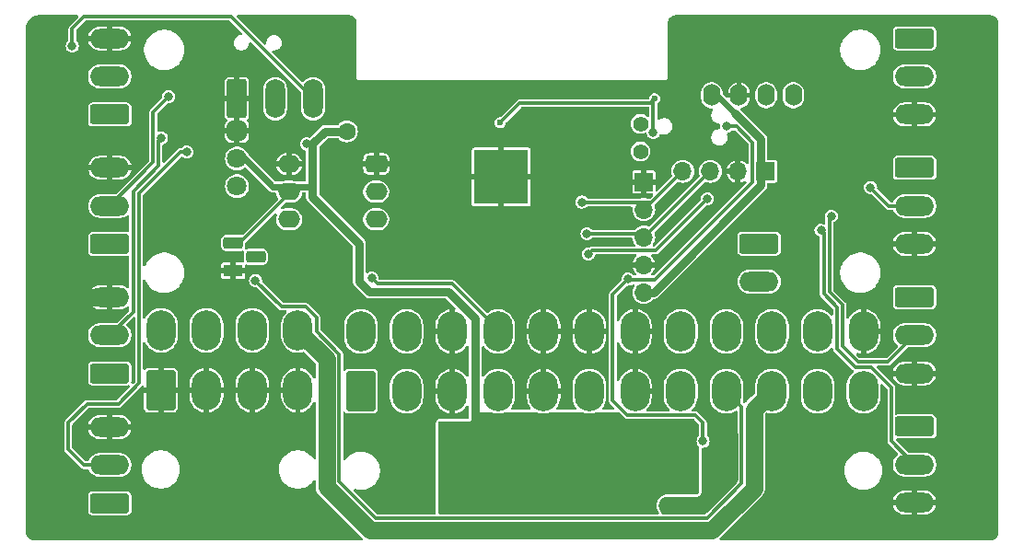
<source format=gbr>
%TF.GenerationSoftware,KiCad,Pcbnew,8.0.7*%
%TF.CreationDate,2025-01-14T17:57:31+01:00*%
%TF.ProjectId,esp32_octal_wled,65737033-325f-46f6-9374-616c5f776c65,rev?*%
%TF.SameCoordinates,Original*%
%TF.FileFunction,Copper,L2,Bot*%
%TF.FilePolarity,Positive*%
%FSLAX46Y46*%
G04 Gerber Fmt 4.6, Leading zero omitted, Abs format (unit mm)*
G04 Created by KiCad (PCBNEW 8.0.7) date 2025-01-14 17:57:31*
%MOMM*%
%LPD*%
G01*
G04 APERTURE LIST*
G04 Aperture macros list*
%AMRoundRect*
0 Rectangle with rounded corners*
0 $1 Rounding radius*
0 $2 $3 $4 $5 $6 $7 $8 $9 X,Y pos of 4 corners*
0 Add a 4 corners polygon primitive as box body*
4,1,4,$2,$3,$4,$5,$6,$7,$8,$9,$2,$3,0*
0 Add four circle primitives for the rounded corners*
1,1,$1+$1,$2,$3*
1,1,$1+$1,$4,$5*
1,1,$1+$1,$6,$7*
1,1,$1+$1,$8,$9*
0 Add four rect primitives between the rounded corners*
20,1,$1+$1,$2,$3,$4,$5,0*
20,1,$1+$1,$4,$5,$6,$7,0*
20,1,$1+$1,$6,$7,$8,$9,0*
20,1,$1+$1,$8,$9,$2,$3,0*%
G04 Aperture macros list end*
%TA.AperFunction,ComponentPad*%
%ADD10C,1.400000*%
%TD*%
%TA.AperFunction,ComponentPad*%
%ADD11R,5.000000X5.000000*%
%TD*%
%TA.AperFunction,ComponentPad*%
%ADD12RoundRect,0.250000X1.550000X-0.650000X1.550000X0.650000X-1.550000X0.650000X-1.550000X-0.650000X0*%
%TD*%
%TA.AperFunction,ComponentPad*%
%ADD13O,3.600000X1.800000*%
%TD*%
%TA.AperFunction,ComponentPad*%
%ADD14RoundRect,0.250000X-1.550000X0.650000X-1.550000X-0.650000X1.550000X-0.650000X1.550000X0.650000X0*%
%TD*%
%TA.AperFunction,ComponentPad*%
%ADD15RoundRect,0.400000X0.600000X0.400000X-0.600000X0.400000X-0.600000X-0.400000X0.600000X-0.400000X0*%
%TD*%
%TA.AperFunction,ComponentPad*%
%ADD16O,2.000000X1.600000*%
%TD*%
%TA.AperFunction,ComponentPad*%
%ADD17RoundRect,0.250001X-1.099999X-1.599999X1.099999X-1.599999X1.099999X1.599999X-1.099999X1.599999X0*%
%TD*%
%TA.AperFunction,ComponentPad*%
%ADD18O,2.700000X3.700000*%
%TD*%
%TA.AperFunction,ComponentPad*%
%ADD19RoundRect,0.450000X-0.450000X0.450000X-0.450000X-0.450000X0.450000X-0.450000X0.450000X0.450000X0*%
%TD*%
%TA.AperFunction,ComponentPad*%
%ADD20C,1.800000*%
%TD*%
%TA.AperFunction,ComponentPad*%
%ADD21R,1.700000X1.700000*%
%TD*%
%TA.AperFunction,ComponentPad*%
%ADD22O,1.700000X1.700000*%
%TD*%
%TA.AperFunction,ComponentPad*%
%ADD23R,1.800000X1.100000*%
%TD*%
%TA.AperFunction,ComponentPad*%
%ADD24RoundRect,0.275000X0.625000X-0.275000X0.625000X0.275000X-0.625000X0.275000X-0.625000X-0.275000X0*%
%TD*%
%TA.AperFunction,ComponentPad*%
%ADD25O,1.600000X2.000000*%
%TD*%
%TA.AperFunction,ComponentPad*%
%ADD26RoundRect,0.250000X-0.650000X-1.550000X0.650000X-1.550000X0.650000X1.550000X-0.650000X1.550000X0*%
%TD*%
%TA.AperFunction,ComponentPad*%
%ADD27O,1.800000X3.600000*%
%TD*%
%TA.AperFunction,ViaPad*%
%ADD28C,0.800000*%
%TD*%
%TA.AperFunction,ViaPad*%
%ADD29C,0.600000*%
%TD*%
%TA.AperFunction,ViaPad*%
%ADD30C,1.600000*%
%TD*%
%TA.AperFunction,Conductor*%
%ADD31C,0.300000*%
%TD*%
%TA.AperFunction,Conductor*%
%ADD32C,1.600000*%
%TD*%
%TA.AperFunction,Conductor*%
%ADD33C,0.800000*%
%TD*%
%TA.AperFunction,Conductor*%
%ADD34C,0.600000*%
%TD*%
G04 APERTURE END LIST*
D10*
%TO.P,J9,1,Pin_1*%
%TO.N,PROG_TX*%
X156800000Y-110300000D03*
%TO.P,J9,2,Pin_2*%
%TO.N,PROG_RX*%
X156800000Y-112840000D03*
%TD*%
D11*
%TO.P,U2,39,GND_THERMAL*%
%TO.N,GND*%
X143995000Y-115190000D03*
%TD*%
D12*
%TO.P,J7,1,Pin_1*%
%TO.N,Net-(J7-Pin_1)*%
X107995000Y-109450000D03*
D13*
%TO.P,J7,2,Pin_2*%
%TO.N,STRIP_5V_4*%
X107995000Y-105950000D03*
%TO.P,J7,3,Pin_3*%
%TO.N,GND*%
X107995000Y-102450000D03*
%TD*%
D14*
%TO.P,J14,1,Pin_1*%
%TO.N,Net-(J14-Pin_1)*%
X181995000Y-114350000D03*
D13*
%TO.P,J14,2,Pin_2*%
%TO.N,STRIP_5V_6*%
X181995000Y-117850000D03*
%TO.P,J14,3,Pin_3*%
%TO.N,GND*%
X181995000Y-121350000D03*
%TD*%
D15*
%TO.P,U6,1,L/R*%
%TO.N,GND*%
X132500000Y-114000000D03*
D16*
%TO.P,U6,2,WS*%
%TO.N,I2S_WS*%
X132500000Y-116540000D03*
%TO.P,U6,3,SCK*%
%TO.N,I2S_SCK*%
X132500000Y-119080000D03*
%TO.P,U6,4,SD*%
%TO.N,I2S_SD*%
X124480000Y-119080000D03*
%TO.P,U6,5,VDD*%
%TO.N,+3V3*%
X124480000Y-116540000D03*
%TO.P,U6,6,GND*%
%TO.N,GND*%
X124480000Y-114000000D03*
%TD*%
D14*
%TO.P,J15,1,Pin_1*%
%TO.N,Net-(J15-Pin_1)*%
X181995000Y-126250000D03*
D13*
%TO.P,J15,2,Pin_2*%
%TO.N,STRIP_5V_7*%
X181995000Y-129750000D03*
%TO.P,J15,3,Pin_3*%
%TO.N,GND*%
X181995000Y-133250000D03*
%TD*%
D12*
%TO.P,J1,1,Pin_1*%
%TO.N,Net-(J1-Pin_1)*%
X107995000Y-145200000D03*
D13*
%TO.P,J1,2,Pin_2*%
%TO.N,STRIP_5V_1*%
X107995000Y-141700000D03*
%TO.P,J1,3,Pin_3*%
%TO.N,GND*%
X107995000Y-138200000D03*
%TD*%
D17*
%TO.P,J12,1,+3.3V*%
%TO.N,unconnected-(J12-+3.3V-Pad1)_3*%
X131095000Y-134900000D03*
D18*
%TO.P,J12,2,+3.3V*%
%TO.N,unconnected-(J12-+3.3V-Pad1)_2*%
X135295000Y-134900000D03*
%TO.P,J12,3,GND*%
%TO.N,GND*%
X139495000Y-134900000D03*
%TO.P,J12,4,+5V*%
%TO.N,unconnected-(J12-+5V-Pad21)_3*%
X143695000Y-134900000D03*
%TO.P,J12,5,GND*%
%TO.N,GND*%
X147895000Y-134900000D03*
%TO.P,J12,6,+5V*%
%TO.N,unconnected-(J12-+5V-Pad21)_2*%
X152095000Y-134900000D03*
%TO.P,J12,7,GND*%
%TO.N,GND*%
X156295000Y-134900000D03*
%TO.P,J12,8,PWR_OK*%
%TO.N,Net-(J12-PWR_OK)*%
X160495000Y-134900000D03*
%TO.P,J12,9,+5VSB*%
%TO.N,+5V*%
X164695000Y-134900000D03*
%TO.P,J12,10,+12V*%
%TO.N,+12V*%
X168895000Y-134900000D03*
%TO.P,J12,11,+12V*%
X173095000Y-134900000D03*
%TO.P,J12,12,+3.3V*%
%TO.N,unconnected-(J12-+3.3V-Pad1)*%
X177295000Y-134900000D03*
%TO.P,J12,13,+3.3V*%
%TO.N,unconnected-(J12-+3.3V-Pad1)_1*%
X131095000Y-129400000D03*
%TO.P,J12,14,-12V*%
%TO.N,unconnected-(J12--12V-Pad14)*%
X135295000Y-129400000D03*
%TO.P,J12,15,GND*%
%TO.N,GND*%
X139495000Y-129400000D03*
%TO.P,J12,16,PS_ON#*%
%TO.N,Net-(J12-PS_ON#)*%
X143695000Y-129400000D03*
%TO.P,J12,17,GND*%
%TO.N,GND*%
X147895000Y-129400000D03*
%TO.P,J12,18,GND*%
X152095000Y-129400000D03*
%TO.P,J12,19,GND*%
X156295000Y-129400000D03*
%TO.P,J12,20,NC*%
%TO.N,unconnected-(J12-NC-Pad20)*%
X160495000Y-129400000D03*
%TO.P,J12,21,+5V*%
%TO.N,unconnected-(J12-+5V-Pad21)_4*%
X164695000Y-129400000D03*
%TO.P,J12,22,+5V*%
%TO.N,unconnected-(J12-+5V-Pad21)*%
X168895000Y-129400000D03*
%TO.P,J12,23,+5V*%
%TO.N,unconnected-(J12-+5V-Pad21)_1*%
X173095000Y-129400000D03*
%TO.P,J12,24,GND*%
%TO.N,GND*%
X177295000Y-129400000D03*
%TD*%
D12*
%TO.P,J2,1,Pin_1*%
%TO.N,Net-(J2-Pin_1)*%
X107995000Y-133250000D03*
D13*
%TO.P,J2,2,Pin_2*%
%TO.N,STRIP_5V_2*%
X107995000Y-129750000D03*
%TO.P,J2,3,Pin_3*%
%TO.N,GND*%
X107995000Y-126250000D03*
%TD*%
D19*
%TO.P,U10,1,GND*%
%TO.N,GND*%
X119696000Y-110960000D03*
D20*
%TO.P,U10,2,VCC*%
%TO.N,+3V3*%
X119696000Y-113500000D03*
%TO.P,U10,3,OUT*%
%TO.N,MOVE*%
X119696000Y-116040000D03*
%TD*%
D14*
%TO.P,J13,1,Pin_1*%
%TO.N,Net-(J13-Pin_1)*%
X181995000Y-102450000D03*
D13*
%TO.P,J13,2,Pin_2*%
%TO.N,STRIP_5V_5*%
X181995000Y-105950000D03*
%TO.P,J13,3,Pin_3*%
%TO.N,GND*%
X181995000Y-109450000D03*
%TD*%
D21*
%TO.P,J17,1,Pin_1*%
%TO.N,GND*%
X157100000Y-115650000D03*
D22*
%TO.P,J17,2,Pin_2*%
%TO.N,SDA*%
X157100000Y-118190000D03*
%TO.P,J17,3,Pin_3*%
%TO.N,SCL*%
X157100000Y-120730000D03*
%TO.P,J17,4,Pin_4*%
%TO.N,GND*%
X157100000Y-123270000D03*
%TO.P,J17,5,Pin_5*%
%TO.N,+3V3*%
X157100000Y-125810000D03*
%TD*%
D14*
%TO.P,J5,1,Pin_1*%
%TO.N,CANH*%
X167700000Y-121317500D03*
D13*
%TO.P,J5,2,Pin_2*%
%TO.N,CANL*%
X167700000Y-124817500D03*
%TD*%
D23*
%TO.P,U9,1,GND*%
%TO.N,GND*%
X119350000Y-123800000D03*
D24*
%TO.P,U9,2,DQ*%
%TO.N,Onewire*%
X121420000Y-122530000D03*
%TO.P,U9,3,V_{DD}*%
%TO.N,+3V3*%
X119350000Y-121260000D03*
%TD*%
D25*
%TO.P,J11,1,Pin_1*%
%TO.N,+3V3*%
X163350000Y-107672500D03*
%TO.P,J11,2,Pin_2*%
%TO.N,GND*%
X165850000Y-107672500D03*
%TO.P,J11,3,Pin_3*%
%TO.N,SCL*%
X168350000Y-107672500D03*
%TO.P,J11,4,Pin_4*%
%TO.N,SDA*%
X170850000Y-107672500D03*
%TD*%
D26*
%TO.P,J4,1,Pin_1*%
%TO.N,GND*%
X119700000Y-107995000D03*
D27*
%TO.P,J4,2,Pin_2*%
%TO.N,RS485A*%
X123200000Y-107995000D03*
%TO.P,J4,3,Pin_3*%
%TO.N,RS485B*%
X126700000Y-107995000D03*
%TD*%
D12*
%TO.P,J6,1,Pin_1*%
%TO.N,Net-(J6-Pin_1)*%
X108000000Y-121350000D03*
D13*
%TO.P,J6,2,Pin_2*%
%TO.N,STRIP_5V_3*%
X108000000Y-117850000D03*
%TO.P,J6,3,Pin_3*%
%TO.N,GND*%
X108000000Y-114350000D03*
%TD*%
D21*
%TO.P,J18,1,Pin_1*%
%TO.N,+3V3*%
X168300000Y-114675000D03*
D22*
%TO.P,J18,2,Pin_2*%
%TO.N,GND*%
X165760000Y-114675000D03*
%TO.P,J18,3,Pin_3*%
%TO.N,SCL*%
X163220000Y-114675000D03*
%TO.P,J18,4,Pin_4*%
%TO.N,SDA*%
X160680000Y-114675000D03*
%TD*%
D14*
%TO.P,J16,1,Pin_1*%
%TO.N,Net-(J16-Pin_1)*%
X181995000Y-138150000D03*
D13*
%TO.P,J16,2,Pin_2*%
%TO.N,STRIP_5V_8*%
X181995000Y-141650000D03*
%TO.P,J16,3,Pin_3*%
%TO.N,GND*%
X181995000Y-145150000D03*
%TD*%
D17*
%TO.P,J8,1,Pin_1*%
%TO.N,GND*%
X112695000Y-134800000D03*
D18*
%TO.P,J8,2,Pin_2*%
X116895000Y-134800000D03*
%TO.P,J8,3,Pin_3*%
X121095000Y-134800000D03*
%TO.P,J8,4,Pin_4*%
X125295000Y-134800000D03*
%TO.P,J8,5,Pin_5*%
%TO.N,+12V*%
X112695000Y-129300000D03*
%TO.P,J8,6,Pin_6*%
X116895000Y-129300000D03*
%TO.P,J8,7,Pin_7*%
X121095000Y-129300000D03*
%TO.P,J8,8,Pin_8*%
X125295000Y-129300000D03*
%TD*%
D28*
%TO.N,+5V*%
X121400000Y-124700000D03*
%TO.N,GND*%
X178800000Y-147700000D03*
X121300000Y-116150000D03*
X137900000Y-107700000D03*
X101000000Y-106500000D03*
X148500000Y-114000000D03*
X105000000Y-113000000D03*
X122600000Y-117500000D03*
D29*
X125300000Y-105100000D03*
D28*
X165337500Y-143050000D03*
X100900000Y-103700000D03*
X148500000Y-112500000D03*
D30*
X159275000Y-145400000D03*
D28*
X165337500Y-139250000D03*
X133100000Y-138450000D03*
X162800000Y-112200000D03*
X131500000Y-108000000D03*
X167400000Y-146000000D03*
X117000000Y-116250000D03*
X148500000Y-107500000D03*
X142000000Y-121500000D03*
X139500000Y-119000000D03*
X162600000Y-134150000D03*
X100950000Y-101100000D03*
X147300000Y-109900000D03*
X140850000Y-120050000D03*
X115100000Y-111550000D03*
X142500000Y-111500000D03*
X130100000Y-132000000D03*
X135450000Y-141750000D03*
X147000000Y-121500000D03*
X151900000Y-107450000D03*
X171500000Y-146000000D03*
X162200000Y-104600000D03*
X114400000Y-105650000D03*
X165500000Y-132100000D03*
X189100000Y-139950000D03*
X139500000Y-114000000D03*
X185400000Y-106400000D03*
X130100000Y-101600000D03*
X117500000Y-105100000D03*
X133900000Y-108000000D03*
X111500000Y-101500000D03*
X139500000Y-111500000D03*
X182200000Y-107800000D03*
X177200000Y-108600000D03*
X158950000Y-114800000D03*
X179200000Y-105200000D03*
X144500000Y-119000000D03*
X174400000Y-107000000D03*
X123800000Y-100950000D03*
X136000000Y-106850000D03*
X127500000Y-101600000D03*
X160200000Y-104700000D03*
X172400000Y-120950000D03*
X115900000Y-119750000D03*
X148500000Y-111000000D03*
X114950000Y-118850000D03*
X161350000Y-126700000D03*
X130400000Y-108200000D03*
X150800000Y-122400000D03*
X132300000Y-144500000D03*
X178800000Y-101200000D03*
X146000000Y-111000000D03*
X146000000Y-107500000D03*
X160200000Y-102000000D03*
X188600000Y-106400000D03*
X102000000Y-111500000D03*
X161450000Y-109000000D03*
X187400000Y-101000000D03*
X167000000Y-104600000D03*
X188800000Y-108400000D03*
X132200000Y-132000000D03*
X175250000Y-114900000D03*
X139500000Y-121500000D03*
X129950000Y-147750000D03*
X134250000Y-143900000D03*
X185600000Y-109000000D03*
X104500000Y-106500000D03*
X147000000Y-119000000D03*
X184000000Y-147900000D03*
X169000000Y-146000000D03*
X148500000Y-116500000D03*
X178800000Y-145450000D03*
X140500000Y-107500000D03*
X166300000Y-102800000D03*
X132500000Y-107162500D03*
X139500000Y-116500000D03*
X130500000Y-107100000D03*
X121500000Y-101500000D03*
X172800000Y-102400000D03*
X165337500Y-141400000D03*
X162462348Y-108955124D03*
X137250000Y-144800000D03*
X189100000Y-147750000D03*
X142000000Y-119000000D03*
X131750000Y-137800000D03*
X112850000Y-115750000D03*
X149500000Y-121500000D03*
X115500000Y-101500000D03*
X130950000Y-139350000D03*
X109000000Y-104200000D03*
X133300000Y-140700000D03*
X175850000Y-144450000D03*
X135000000Y-139450000D03*
X172650000Y-113650000D03*
X165450000Y-126500000D03*
X168600000Y-102800000D03*
X144500000Y-121500000D03*
X156050000Y-107500000D03*
X150500000Y-107500000D03*
X143500000Y-107500000D03*
X150100000Y-117900000D03*
X175350000Y-111100000D03*
X159800000Y-132100000D03*
X150000000Y-116050000D03*
X116800000Y-120550000D03*
X117500000Y-102900000D03*
D30*
%TO.N,+3V3*%
X150250000Y-145250000D03*
X159150000Y-142500000D03*
X156350000Y-142500000D03*
X157750000Y-140800000D03*
D28*
X126130000Y-112150000D03*
D30*
X140550000Y-138450000D03*
X140550000Y-140400000D03*
X147750000Y-139750000D03*
X142750000Y-139750000D03*
X140250000Y-145250000D03*
X152750000Y-139750000D03*
X156350000Y-145250000D03*
X152750000Y-145250000D03*
X142750000Y-137750000D03*
X145250000Y-142500000D03*
X147750000Y-142500000D03*
X155300000Y-139750000D03*
X147750000Y-145250000D03*
X142750000Y-142500000D03*
X145250000Y-139750000D03*
X150250000Y-142500000D03*
X145250000Y-145250000D03*
X152750000Y-142500000D03*
X150250000Y-139750000D03*
X142750000Y-145250000D03*
X154050000Y-137700000D03*
X129800000Y-111000000D03*
D29*
%TO.N,PROG_EN*%
X158086827Y-107986827D03*
D28*
X157977409Y-111123412D03*
D29*
X143900000Y-110200000D03*
D28*
%TO.N,SDA*%
X151395000Y-117500000D03*
%TO.N,SCL*%
X151875408Y-120399522D03*
%TO.N,PROG_IO0*%
X164700000Y-110550000D03*
X155651873Y-124598127D03*
X162550000Y-139500000D03*
%TO.N,STRIP_5V_2*%
X112750000Y-111600000D03*
%TO.N,STRIP_5V_3*%
X113400000Y-107800000D03*
%TO.N,STRIP_5V_1*%
X115100000Y-112900000D03*
%TO.N,STRIP_5V_8*%
X173400000Y-120094669D03*
%TO.N,STRIP_5V_6*%
X177950000Y-116150000D03*
%TO.N,STRIP_5V_7*%
X174350000Y-118800000D03*
%TO.N,Net-(J12-PS_ON#)*%
X132100001Y-124503504D03*
%TO.N,PWR_OK*%
X151991588Y-122278180D03*
X162950000Y-117200000D03*
%TO.N,RS485B*%
X104550000Y-103150000D03*
%TD*%
D31*
%TO.N,+5V*%
X121400000Y-124700000D02*
X123800000Y-127100000D01*
X123800000Y-127100000D02*
X125999163Y-127100000D01*
X166087500Y-143360661D02*
X166087500Y-136292500D01*
X166087500Y-136292500D02*
X164695000Y-134900000D01*
X125999163Y-127100000D02*
X126995000Y-128095837D01*
X132426346Y-146550000D02*
X162898161Y-146550000D01*
X126995000Y-128095837D02*
X126995000Y-129373654D01*
X126995000Y-129373654D02*
X129097500Y-131476154D01*
X129097500Y-131476154D02*
X129097500Y-143221154D01*
X129097500Y-143221154D02*
X132426346Y-146550000D01*
X162898161Y-146550000D02*
X166087500Y-143360661D01*
D32*
%TO.N,GND*%
X159275000Y-145400000D02*
X162421815Y-145400000D01*
D31*
X116650000Y-120550000D02*
X114950000Y-118850000D01*
X162462348Y-108955124D02*
X161494876Y-108955124D01*
D32*
X107995000Y-126250000D02*
X104550000Y-126250000D01*
D31*
X116800000Y-120550000D02*
X116650000Y-120550000D01*
D32*
X104550000Y-126250000D02*
X104100000Y-125800000D01*
D31*
X161494876Y-108955124D02*
X161450000Y-109000000D01*
D32*
X162421815Y-145400000D02*
X164937500Y-142884315D01*
X164937500Y-142884315D02*
X164937500Y-138950000D01*
D33*
%TO.N,+3V3*%
X130950000Y-124800000D02*
X131900000Y-125750000D01*
X127800000Y-111000000D02*
X126650000Y-112150000D01*
D34*
X119696000Y-113500000D02*
X120400000Y-113500000D01*
X163811522Y-107672500D02*
X163350000Y-107672500D01*
D33*
X167850000Y-111709301D02*
X165450000Y-109309301D01*
X139150000Y-125750000D02*
X141600000Y-128200000D01*
D34*
X123000000Y-116100000D02*
X126650000Y-116100000D01*
D31*
X119960000Y-121260000D02*
X124680000Y-116540000D01*
D33*
X129800000Y-111000000D02*
X127800000Y-111000000D01*
X130950000Y-121314214D02*
X130950000Y-124800000D01*
D34*
X165450000Y-109300000D02*
X165439022Y-109300000D01*
X165439022Y-109300000D02*
X163811522Y-107672500D01*
D33*
X126650000Y-116100000D02*
X126650000Y-117014214D01*
D34*
X120400000Y-113500000D02*
X123000000Y-116100000D01*
D33*
X167850000Y-112430621D02*
X167850000Y-111709301D01*
X126650000Y-117014214D02*
X130950000Y-121314214D01*
X165450000Y-109309301D02*
X165450000Y-109300000D01*
X157100000Y-125810000D02*
X157990000Y-125810000D01*
X131900000Y-125750000D02*
X139150000Y-125750000D01*
X167850000Y-115950000D02*
X167850000Y-112430621D01*
X157990000Y-125810000D02*
X167850000Y-115950000D01*
X141600000Y-128200000D02*
X141600000Y-138000000D01*
D31*
X119750000Y-121260000D02*
X119960000Y-121260000D01*
D33*
X126650000Y-116100000D02*
X126650000Y-115700000D01*
X126650000Y-112150000D02*
X126650000Y-115700000D01*
D31*
%TO.N,PROG_EN*%
X158086827Y-107986827D02*
X157977409Y-108096245D01*
X143900000Y-110200000D02*
X145700000Y-108400000D01*
X145700000Y-108400000D02*
X157673654Y-108400000D01*
X157977409Y-108096245D02*
X157977409Y-111123412D01*
X157673654Y-108400000D02*
X158086827Y-107986827D01*
%TO.N,SDA*%
X160675000Y-114675000D02*
X160680000Y-114675000D01*
X151395000Y-117500000D02*
X151445000Y-117550000D01*
X157800000Y-117550000D02*
X160675000Y-114675000D01*
X151445000Y-117550000D02*
X156460000Y-117550000D01*
X156460000Y-117550000D02*
X157100000Y-118190000D01*
X156460000Y-117550000D02*
X157800000Y-117550000D01*
%TO.N,SCL*%
X156769522Y-120399522D02*
X157100000Y-120730000D01*
X151875408Y-120399522D02*
X156769522Y-120399522D01*
X157120000Y-120730000D02*
X163175000Y-114675000D01*
X163175000Y-114675000D02*
X163220000Y-114675000D01*
X157100000Y-120730000D02*
X157120000Y-120730000D01*
%TO.N,PROG_IO0*%
X158129340Y-124610000D02*
X167100000Y-115639340D01*
X167100000Y-112019961D02*
X165630039Y-110550000D01*
X167100000Y-115639340D02*
X167100000Y-112019961D01*
X155651873Y-124598127D02*
X155663746Y-124610000D01*
X154250000Y-126000000D02*
X154250000Y-135759163D01*
X161850000Y-137100000D02*
X162550000Y-137800000D01*
X154250000Y-135759163D02*
X155590837Y-137100000D01*
X155590837Y-137100000D02*
X161850000Y-137100000D01*
X155663746Y-124610000D02*
X158129340Y-124610000D01*
X165630039Y-110550000D02*
X164700000Y-110550000D01*
X155651873Y-124598127D02*
X154250000Y-126000000D01*
X162550000Y-137800000D02*
X162550000Y-139500000D01*
%TO.N,STRIP_5V_2*%
X110150000Y-116532106D02*
X110150000Y-127595000D01*
X112500000Y-114182106D02*
X110150000Y-116532106D01*
X110150000Y-127595000D02*
X107995000Y-129750000D01*
X112500000Y-111850000D02*
X112500000Y-114182106D01*
X112750000Y-111600000D02*
X112500000Y-111850000D01*
%TO.N,STRIP_5V_3*%
X113400000Y-107800000D02*
X112000000Y-109200000D01*
X112000000Y-113850000D02*
X108000000Y-117850000D01*
X112000000Y-109200000D02*
X112000000Y-113850000D01*
%TO.N,STRIP_5V_1*%
X114489212Y-112900000D02*
X110700000Y-116689212D01*
X104200000Y-140250000D02*
X105650000Y-141700000D01*
X110700000Y-134150000D02*
X108800000Y-136050000D01*
X105950000Y-136050000D02*
X104200000Y-137800000D01*
X105650000Y-141700000D02*
X107995000Y-141700000D01*
X110700000Y-116689212D02*
X110700000Y-134150000D01*
X114489212Y-112900000D02*
X115100000Y-112900000D01*
X104200000Y-137800000D02*
X104200000Y-140250000D01*
X108800000Y-136050000D02*
X105950000Y-136050000D01*
%TO.N,STRIP_5V_8*%
X179845000Y-134545837D02*
X179845000Y-139500000D01*
X173650000Y-120344669D02*
X173650000Y-125950000D01*
X179845000Y-139500000D02*
X181995000Y-141650000D01*
X174850000Y-130959163D02*
X176590837Y-132700000D01*
X177999163Y-132700000D02*
X179845000Y-134545837D01*
X173650000Y-125950000D02*
X174850000Y-127150000D01*
X174850000Y-127150000D02*
X174850000Y-130959163D01*
X173400000Y-120094669D02*
X173650000Y-120344669D01*
X176590837Y-132700000D02*
X177999163Y-132700000D01*
%TO.N,STRIP_5V_6*%
X177950000Y-116150000D02*
X179650000Y-117850000D01*
X179650000Y-117850000D02*
X181995000Y-117850000D01*
%TO.N,STRIP_5V_7*%
X174350000Y-118800000D02*
X174150000Y-119000000D01*
X175350000Y-126942894D02*
X175350000Y-130752057D01*
X174150000Y-119000000D02*
X174150000Y-125742894D01*
X179545000Y-132200000D02*
X181995000Y-129750000D01*
X174150000Y-125742894D02*
X175350000Y-126942894D01*
X175350000Y-130752057D02*
X176797943Y-132200000D01*
X176797943Y-132200000D02*
X179545000Y-132200000D01*
%TO.N,Net-(J12-PS_ON#)*%
X132596497Y-125000000D02*
X139460660Y-125000000D01*
X132100001Y-124503504D02*
X132596497Y-125000000D01*
X139460660Y-125000000D02*
X143695000Y-129234340D01*
X143695000Y-129234340D02*
X143695000Y-129400000D01*
D32*
%TO.N,+12V*%
X163374507Y-147700000D02*
X131950000Y-147700000D01*
X167237500Y-143837007D02*
X163374507Y-147700000D01*
X127947500Y-131952500D02*
X125295000Y-129300000D01*
X127947500Y-143697500D02*
X127947500Y-131952500D01*
X167237500Y-136557500D02*
X167237500Y-143837007D01*
X168895000Y-134900000D02*
X167237500Y-136557500D01*
X131950000Y-147700000D02*
X127947500Y-143697500D01*
D31*
%TO.N,PWR_OK*%
X158220000Y-121930000D02*
X162950000Y-117200000D01*
X151991588Y-122278180D02*
X152339768Y-121930000D01*
X152339768Y-121930000D02*
X158220000Y-121930000D01*
%TO.N,RS485B*%
X105650000Y-100450000D02*
X104550000Y-101550000D01*
X126700000Y-107995000D02*
X119155000Y-100450000D01*
X119155000Y-100450000D02*
X105650000Y-100450000D01*
X104550000Y-101550000D02*
X104550000Y-103150000D01*
%TD*%
%TA.AperFunction,Conductor*%
%TO.N,GND*%
G36*
X119950000Y-110069638D02*
G01*
X119946000Y-110083260D01*
X119946000Y-110526988D01*
X119888993Y-110494075D01*
X119761826Y-110460000D01*
X119630174Y-110460000D01*
X119503007Y-110494075D01*
X119446000Y-110526988D01*
X119446000Y-109785362D01*
X119450000Y-109771739D01*
X119450000Y-108543482D01*
X119468409Y-108554111D01*
X119621009Y-108595000D01*
X119778991Y-108595000D01*
X119931591Y-108554111D01*
X119950000Y-108543482D01*
X119950000Y-110069638D01*
G37*
%TD.AperFunction*%
%TA.AperFunction,Conductor*%
G36*
X105071495Y-100320185D02*
G01*
X105117250Y-100372989D01*
X105127194Y-100442147D01*
X105098169Y-100505703D01*
X105092137Y-100512181D01*
X104269531Y-101334786D01*
X104269527Y-101334791D01*
X104223387Y-101414709D01*
X104223386Y-101414712D01*
X104199500Y-101503856D01*
X104199500Y-102600883D01*
X104179815Y-102667922D01*
X104150987Y-102699258D01*
X104121721Y-102721714D01*
X104025463Y-102847160D01*
X103964956Y-102993237D01*
X103964955Y-102993239D01*
X103944318Y-103149998D01*
X103944318Y-103150001D01*
X103964955Y-103306760D01*
X103964956Y-103306762D01*
X103998030Y-103386611D01*
X104025464Y-103452841D01*
X104121718Y-103578282D01*
X104247159Y-103674536D01*
X104393238Y-103735044D01*
X104471619Y-103745363D01*
X104549999Y-103755682D01*
X104550000Y-103755682D01*
X104550001Y-103755682D01*
X104602254Y-103748802D01*
X104706762Y-103735044D01*
X104852841Y-103674536D01*
X104978282Y-103578282D01*
X105074536Y-103452841D01*
X105135044Y-103306762D01*
X105155682Y-103150000D01*
X105154130Y-103138214D01*
X105135044Y-102993239D01*
X105135044Y-102993238D01*
X105074536Y-102847159D01*
X104978282Y-102721718D01*
X104978279Y-102721716D01*
X104978278Y-102721714D01*
X104949013Y-102699258D01*
X104907811Y-102642830D01*
X104900500Y-102600883D01*
X104900500Y-102199999D01*
X106020884Y-102199999D01*
X106020885Y-102200000D01*
X107446518Y-102200000D01*
X107435889Y-102218409D01*
X107395000Y-102371009D01*
X107395000Y-102528991D01*
X107435889Y-102681591D01*
X107446518Y-102700000D01*
X106020885Y-102700000D01*
X106022085Y-102707584D01*
X106075591Y-102872255D01*
X106154195Y-103026524D01*
X106255967Y-103166602D01*
X106378397Y-103289032D01*
X106518475Y-103390804D01*
X106672742Y-103469408D01*
X106837415Y-103522914D01*
X107008429Y-103550000D01*
X107745000Y-103550000D01*
X107745000Y-102998482D01*
X107763409Y-103009111D01*
X107916009Y-103050000D01*
X108073991Y-103050000D01*
X108226591Y-103009111D01*
X108245000Y-102998482D01*
X108245000Y-103550000D01*
X108981571Y-103550000D01*
X109152584Y-103522914D01*
X109317257Y-103469408D01*
X109471524Y-103390804D01*
X109488169Y-103378711D01*
X111149500Y-103378711D01*
X111149500Y-103621288D01*
X111181161Y-103861785D01*
X111243947Y-104096104D01*
X111336773Y-104320205D01*
X111336776Y-104320212D01*
X111458064Y-104530289D01*
X111458066Y-104530292D01*
X111458067Y-104530293D01*
X111605733Y-104722736D01*
X111605739Y-104722743D01*
X111777256Y-104894260D01*
X111777263Y-104894266D01*
X111890321Y-104981018D01*
X111969711Y-105041936D01*
X112179788Y-105163224D01*
X112403900Y-105256054D01*
X112638211Y-105318838D01*
X112818586Y-105342584D01*
X112878711Y-105350500D01*
X112878712Y-105350500D01*
X113121289Y-105350500D01*
X113169388Y-105344167D01*
X113361789Y-105318838D01*
X113596100Y-105256054D01*
X113820212Y-105163224D01*
X114030289Y-105041936D01*
X114222738Y-104894265D01*
X114394265Y-104722738D01*
X114541936Y-104530289D01*
X114663224Y-104320212D01*
X114756054Y-104096100D01*
X114818838Y-103861789D01*
X114850500Y-103621288D01*
X114850500Y-103378712D01*
X114818838Y-103138211D01*
X114756054Y-102903900D01*
X114663224Y-102679788D01*
X114541936Y-102469711D01*
X114394265Y-102277262D01*
X114394260Y-102277256D01*
X114222743Y-102105739D01*
X114222736Y-102105733D01*
X114030293Y-101958067D01*
X114030292Y-101958066D01*
X114030289Y-101958064D01*
X113820212Y-101836776D01*
X113820205Y-101836773D01*
X113596104Y-101743947D01*
X113361785Y-101681161D01*
X113121289Y-101649500D01*
X113121288Y-101649500D01*
X112878712Y-101649500D01*
X112878711Y-101649500D01*
X112638214Y-101681161D01*
X112403895Y-101743947D01*
X112179794Y-101836773D01*
X112179785Y-101836777D01*
X111969706Y-101958067D01*
X111777263Y-102105733D01*
X111777256Y-102105739D01*
X111605739Y-102277256D01*
X111605733Y-102277263D01*
X111458067Y-102469706D01*
X111336777Y-102679785D01*
X111336773Y-102679794D01*
X111243947Y-102903895D01*
X111181161Y-103138214D01*
X111149500Y-103378711D01*
X109488169Y-103378711D01*
X109611602Y-103289032D01*
X109734032Y-103166602D01*
X109835804Y-103026524D01*
X109914408Y-102872255D01*
X109967914Y-102707584D01*
X109969115Y-102700000D01*
X108543482Y-102700000D01*
X108554111Y-102681591D01*
X108595000Y-102528991D01*
X108595000Y-102371009D01*
X108554111Y-102218409D01*
X108543482Y-102200000D01*
X109969115Y-102200000D01*
X109969115Y-102199999D01*
X109967914Y-102192415D01*
X109914408Y-102027744D01*
X109835804Y-101873475D01*
X109734032Y-101733397D01*
X109611602Y-101610967D01*
X109471524Y-101509195D01*
X109317257Y-101430591D01*
X109152584Y-101377085D01*
X108981571Y-101350000D01*
X108245000Y-101350000D01*
X108245000Y-101901517D01*
X108226591Y-101890889D01*
X108073991Y-101850000D01*
X107916009Y-101850000D01*
X107763409Y-101890889D01*
X107745000Y-101901517D01*
X107745000Y-101350000D01*
X107008429Y-101350000D01*
X106837415Y-101377085D01*
X106672742Y-101430591D01*
X106518475Y-101509195D01*
X106378397Y-101610967D01*
X106255967Y-101733397D01*
X106154195Y-101873475D01*
X106075591Y-102027744D01*
X106022085Y-102192415D01*
X106020884Y-102199999D01*
X104900500Y-102199999D01*
X104900500Y-101746544D01*
X104920185Y-101679505D01*
X104936819Y-101658863D01*
X105758863Y-100836819D01*
X105820186Y-100803334D01*
X105846544Y-100800500D01*
X118958456Y-100800500D01*
X119025495Y-100820185D01*
X119046137Y-100836819D01*
X120139637Y-101930319D01*
X120173122Y-101991642D01*
X120168138Y-102061334D01*
X120126266Y-102117267D01*
X120060802Y-102141684D01*
X120051956Y-102142000D01*
X120031005Y-102142000D01*
X119895677Y-102168918D01*
X119895667Y-102168921D01*
X119768195Y-102221721D01*
X119768182Y-102221728D01*
X119653458Y-102298385D01*
X119653454Y-102298388D01*
X119555888Y-102395954D01*
X119555885Y-102395958D01*
X119479228Y-102510682D01*
X119479221Y-102510695D01*
X119426421Y-102638167D01*
X119426418Y-102638177D01*
X119399500Y-102773504D01*
X119399500Y-102773507D01*
X119399500Y-102911493D01*
X119399500Y-102911495D01*
X119399499Y-102911495D01*
X119426418Y-103046822D01*
X119426421Y-103046832D01*
X119479221Y-103174304D01*
X119479228Y-103174317D01*
X119555885Y-103289041D01*
X119555888Y-103289045D01*
X119653454Y-103386611D01*
X119653458Y-103386614D01*
X119768182Y-103463271D01*
X119768195Y-103463278D01*
X119863594Y-103502793D01*
X119895672Y-103516080D01*
X119895676Y-103516080D01*
X119895677Y-103516081D01*
X120031004Y-103543000D01*
X120031007Y-103543000D01*
X120168995Y-103543000D01*
X120269971Y-103522914D01*
X120304328Y-103516080D01*
X120431811Y-103463275D01*
X120546542Y-103386614D01*
X120644114Y-103289042D01*
X120720775Y-103174311D01*
X120730845Y-103150001D01*
X120773578Y-103046832D01*
X120773580Y-103046828D01*
X120785453Y-102987137D01*
X120800500Y-102911495D01*
X120800500Y-102890543D01*
X120820185Y-102823504D01*
X120872989Y-102777749D01*
X120942147Y-102767805D01*
X121005703Y-102796830D01*
X121012167Y-102802849D01*
X123218087Y-105008768D01*
X125563181Y-107353862D01*
X125596666Y-107415185D01*
X125599500Y-107441543D01*
X125599500Y-108981611D01*
X125626598Y-109152701D01*
X125680127Y-109317445D01*
X125758768Y-109471788D01*
X125860586Y-109611928D01*
X125983072Y-109734414D01*
X126123212Y-109836232D01*
X126277555Y-109914873D01*
X126442299Y-109968402D01*
X126613389Y-109995500D01*
X126613390Y-109995500D01*
X126786610Y-109995500D01*
X126786611Y-109995500D01*
X126957701Y-109968402D01*
X127122445Y-109914873D01*
X127276788Y-109836232D01*
X127416928Y-109734414D01*
X127539414Y-109611928D01*
X127641232Y-109471788D01*
X127719873Y-109317445D01*
X127773402Y-109152701D01*
X127800500Y-108981611D01*
X127800500Y-107008389D01*
X127773402Y-106837299D01*
X127719873Y-106672555D01*
X127641232Y-106518212D01*
X127539414Y-106378072D01*
X127416928Y-106255586D01*
X127276788Y-106153768D01*
X127127691Y-106077800D01*
X127122447Y-106075128D01*
X127122446Y-106075127D01*
X127122445Y-106075127D01*
X126957701Y-106021598D01*
X126957699Y-106021597D01*
X126957698Y-106021597D01*
X126807762Y-105997850D01*
X126786611Y-105994500D01*
X126613389Y-105994500D01*
X126592238Y-105997850D01*
X126442302Y-106021597D01*
X126277552Y-106075128D01*
X126123211Y-106153768D01*
X126048985Y-106207697D01*
X125983072Y-106255586D01*
X125983070Y-106255588D01*
X125983069Y-106255588D01*
X125860588Y-106378069D01*
X125860588Y-106378070D01*
X125860586Y-106378072D01*
X125827326Y-106423851D01*
X125771996Y-106466516D01*
X125702382Y-106472495D01*
X125640587Y-106439889D01*
X125639327Y-106438646D01*
X122955362Y-103754681D01*
X122921877Y-103693358D01*
X122926861Y-103623666D01*
X122968733Y-103567733D01*
X123034197Y-103543316D01*
X123043043Y-103543000D01*
X123168995Y-103543000D01*
X123269971Y-103522914D01*
X123304328Y-103516080D01*
X123431811Y-103463275D01*
X123546542Y-103386614D01*
X123644114Y-103289042D01*
X123720775Y-103174311D01*
X123730845Y-103150001D01*
X123773578Y-103046832D01*
X123773580Y-103046828D01*
X123785453Y-102987137D01*
X123800500Y-102911495D01*
X123800500Y-102773504D01*
X123773581Y-102638177D01*
X123773580Y-102638176D01*
X123773580Y-102638172D01*
X123773578Y-102638167D01*
X123720778Y-102510695D01*
X123720771Y-102510682D01*
X123644114Y-102395958D01*
X123644111Y-102395954D01*
X123546545Y-102298388D01*
X123546541Y-102298385D01*
X123431817Y-102221728D01*
X123431804Y-102221721D01*
X123304332Y-102168921D01*
X123304322Y-102168918D01*
X123168995Y-102142000D01*
X123168993Y-102142000D01*
X123031007Y-102142000D01*
X123031005Y-102142000D01*
X122895677Y-102168918D01*
X122895667Y-102168921D01*
X122768195Y-102221721D01*
X122768182Y-102221728D01*
X122653458Y-102298385D01*
X122653454Y-102298388D01*
X122555888Y-102395954D01*
X122555885Y-102395958D01*
X122479228Y-102510682D01*
X122479221Y-102510695D01*
X122426421Y-102638167D01*
X122426418Y-102638177D01*
X122399500Y-102773504D01*
X122399500Y-102899456D01*
X122379815Y-102966495D01*
X122327011Y-103012250D01*
X122257853Y-103022194D01*
X122194297Y-102993169D01*
X122187819Y-102987137D01*
X119712863Y-100512181D01*
X119679378Y-100450858D01*
X119684362Y-100381166D01*
X119726234Y-100325233D01*
X119791698Y-100300816D01*
X119800544Y-100300500D01*
X129952405Y-100300500D01*
X129993907Y-100300500D01*
X130006061Y-100301097D01*
X130124317Y-100312744D01*
X130148145Y-100317483D01*
X130256005Y-100350202D01*
X130278453Y-100359501D01*
X130377849Y-100412629D01*
X130398059Y-100426133D01*
X130428187Y-100450858D01*
X130485081Y-100497550D01*
X130485179Y-100497630D01*
X130502369Y-100514820D01*
X130573866Y-100601940D01*
X130587370Y-100622150D01*
X130640495Y-100721538D01*
X130649798Y-100743997D01*
X130682514Y-100851848D01*
X130687256Y-100875689D01*
X130698896Y-100993876D01*
X130699493Y-101006154D01*
X130694546Y-105952298D01*
X130694500Y-105953030D01*
X130694500Y-106000384D01*
X130694461Y-106039268D01*
X130694499Y-106039559D01*
X130704746Y-106077802D01*
X130704778Y-106077920D01*
X130714864Y-106115714D01*
X130714941Y-106115898D01*
X130714977Y-106115985D01*
X130714978Y-106115987D01*
X130714979Y-106115989D01*
X130715055Y-106116120D01*
X130734783Y-106150292D01*
X130734807Y-106150333D01*
X130754356Y-106184270D01*
X130754357Y-106184271D01*
X130754359Y-106184274D01*
X130754538Y-106184508D01*
X130754540Y-106184511D01*
X130782801Y-106212772D01*
X130810249Y-106240275D01*
X130810251Y-106240276D01*
X130810252Y-106240277D01*
X130810484Y-106240455D01*
X130810489Y-106240460D01*
X130810494Y-106240463D01*
X130810497Y-106240465D01*
X130844779Y-106260258D01*
X130844767Y-106260278D01*
X130844887Y-106260319D01*
X130878731Y-106279905D01*
X130878734Y-106279905D01*
X130878765Y-106279919D01*
X130879006Y-106280019D01*
X130879008Y-106280019D01*
X130879011Y-106280021D01*
X130917209Y-106290256D01*
X130917208Y-106290262D01*
X130917310Y-106290283D01*
X130955138Y-106300460D01*
X130955139Y-106300460D01*
X130955143Y-106300461D01*
X130955437Y-106300499D01*
X130955438Y-106300500D01*
X130995199Y-106300500D01*
X130995271Y-106300500D01*
X131034261Y-106300539D01*
X131034263Y-106300538D01*
X131041917Y-106300546D01*
X131042631Y-106300500D01*
X158995199Y-106300500D01*
X158995237Y-106300500D01*
X159034261Y-106300539D01*
X159034268Y-106300537D01*
X159034552Y-106300500D01*
X159034562Y-106300500D01*
X159072672Y-106290287D01*
X159072808Y-106290290D01*
X159072799Y-106290254D01*
X159093626Y-106284695D01*
X159110709Y-106280137D01*
X159110717Y-106280131D01*
X159110981Y-106280023D01*
X159110989Y-106280021D01*
X159145291Y-106260216D01*
X159145315Y-106260202D01*
X159145403Y-106260152D01*
X159179268Y-106240645D01*
X159179267Y-106240645D01*
X159179270Y-106240644D01*
X159179272Y-106240641D01*
X159179507Y-106240462D01*
X159179511Y-106240460D01*
X159207681Y-106212288D01*
X159207771Y-106212200D01*
X159221483Y-106198514D01*
X159235275Y-106184751D01*
X159235276Y-106184748D01*
X159235279Y-106184746D01*
X159235458Y-106184514D01*
X159235458Y-106184513D01*
X159235458Y-106184512D01*
X159235460Y-106184511D01*
X159255192Y-106150331D01*
X159255287Y-106150241D01*
X159255256Y-106150223D01*
X159261806Y-106138903D01*
X159274905Y-106116269D01*
X159274907Y-106116263D01*
X159275018Y-106115995D01*
X159275018Y-106115993D01*
X159275021Y-106115989D01*
X159285256Y-106077790D01*
X159295460Y-106039862D01*
X159295460Y-106039856D01*
X159295498Y-106039565D01*
X159295500Y-106039562D01*
X159295500Y-105999861D01*
X159295636Y-105863389D01*
X179994500Y-105863389D01*
X179994500Y-106036611D01*
X180001022Y-106077789D01*
X180017925Y-106184514D01*
X180021598Y-106207701D01*
X180075127Y-106372445D01*
X180153768Y-106526788D01*
X180255586Y-106666928D01*
X180378072Y-106789414D01*
X180518212Y-106891232D01*
X180672555Y-106969873D01*
X180837299Y-107023402D01*
X181008389Y-107050500D01*
X181008390Y-107050500D01*
X182981610Y-107050500D01*
X182981611Y-107050500D01*
X183152701Y-107023402D01*
X183317445Y-106969873D01*
X183471788Y-106891232D01*
X183611928Y-106789414D01*
X183734414Y-106666928D01*
X183836232Y-106526788D01*
X183914873Y-106372445D01*
X183968402Y-106207701D01*
X183995500Y-106036611D01*
X183995500Y-105863389D01*
X183968402Y-105692299D01*
X183914873Y-105527555D01*
X183836232Y-105373212D01*
X183734414Y-105233072D01*
X183611928Y-105110586D01*
X183471788Y-105008768D01*
X183317445Y-104930127D01*
X183152701Y-104876598D01*
X183152699Y-104876597D01*
X183152698Y-104876597D01*
X183021271Y-104855781D01*
X182981611Y-104849500D01*
X181008389Y-104849500D01*
X180968728Y-104855781D01*
X180837302Y-104876597D01*
X180672552Y-104930128D01*
X180518211Y-105008768D01*
X180472560Y-105041936D01*
X180378072Y-105110586D01*
X180378070Y-105110588D01*
X180378069Y-105110588D01*
X180255588Y-105233069D01*
X180255588Y-105233070D01*
X180255586Y-105233072D01*
X180238890Y-105256052D01*
X180153768Y-105373211D01*
X180075128Y-105527552D01*
X180021597Y-105692302D01*
X180020457Y-105699500D01*
X179994500Y-105863389D01*
X159295636Y-105863389D01*
X159298120Y-103378711D01*
X175149500Y-103378711D01*
X175149500Y-103621288D01*
X175181161Y-103861785D01*
X175243947Y-104096104D01*
X175336773Y-104320205D01*
X175336776Y-104320212D01*
X175458064Y-104530289D01*
X175458066Y-104530292D01*
X175458067Y-104530293D01*
X175605733Y-104722736D01*
X175605739Y-104722743D01*
X175777256Y-104894260D01*
X175777263Y-104894266D01*
X175890321Y-104981018D01*
X175969711Y-105041936D01*
X176179788Y-105163224D01*
X176403900Y-105256054D01*
X176638211Y-105318838D01*
X176818586Y-105342584D01*
X176878711Y-105350500D01*
X176878712Y-105350500D01*
X177121289Y-105350500D01*
X177169388Y-105344167D01*
X177361789Y-105318838D01*
X177596100Y-105256054D01*
X177820212Y-105163224D01*
X178030289Y-105041936D01*
X178222738Y-104894265D01*
X178394265Y-104722738D01*
X178541936Y-104530289D01*
X178663224Y-104320212D01*
X178756054Y-104096100D01*
X178818838Y-103861789D01*
X178850500Y-103621288D01*
X178850500Y-103378712D01*
X178818838Y-103138211D01*
X178756054Y-102903900D01*
X178663224Y-102679788D01*
X178541936Y-102469711D01*
X178394265Y-102277262D01*
X178394260Y-102277256D01*
X178222743Y-102105739D01*
X178222736Y-102105733D01*
X178030293Y-101958067D01*
X178030292Y-101958066D01*
X178030289Y-101958064D01*
X177820212Y-101836776D01*
X177820205Y-101836773D01*
X177600409Y-101745730D01*
X179994500Y-101745730D01*
X179994500Y-103154269D01*
X179997353Y-103184699D01*
X179997353Y-103184701D01*
X180042206Y-103312880D01*
X180042207Y-103312882D01*
X180122850Y-103422150D01*
X180232118Y-103502793D01*
X180270090Y-103516080D01*
X180360299Y-103547646D01*
X180390730Y-103550500D01*
X180390734Y-103550500D01*
X183599270Y-103550500D01*
X183629699Y-103547646D01*
X183629701Y-103547646D01*
X183700379Y-103522914D01*
X183757882Y-103502793D01*
X183867150Y-103422150D01*
X183947793Y-103312882D01*
X183970219Y-103248790D01*
X183992646Y-103184701D01*
X183992646Y-103184699D01*
X183995500Y-103154269D01*
X183995500Y-101745730D01*
X183992646Y-101715300D01*
X183992646Y-101715298D01*
X183947793Y-101587119D01*
X183947792Y-101587117D01*
X183867150Y-101477850D01*
X183757882Y-101397207D01*
X183757880Y-101397206D01*
X183629700Y-101352353D01*
X183599270Y-101349500D01*
X183599266Y-101349500D01*
X180390734Y-101349500D01*
X180390730Y-101349500D01*
X180360300Y-101352353D01*
X180360298Y-101352353D01*
X180232119Y-101397206D01*
X180232117Y-101397207D01*
X180122850Y-101477850D01*
X180042207Y-101587117D01*
X180042206Y-101587119D01*
X179997353Y-101715298D01*
X179997353Y-101715300D01*
X179994500Y-101745730D01*
X177600409Y-101745730D01*
X177596104Y-101743947D01*
X177361785Y-101681161D01*
X177121289Y-101649500D01*
X177121288Y-101649500D01*
X176878712Y-101649500D01*
X176878711Y-101649500D01*
X176638214Y-101681161D01*
X176403895Y-101743947D01*
X176179794Y-101836773D01*
X176179785Y-101836777D01*
X175969706Y-101958067D01*
X175777263Y-102105733D01*
X175777256Y-102105739D01*
X175605739Y-102277256D01*
X175605733Y-102277263D01*
X175458067Y-102469706D01*
X175336777Y-102679785D01*
X175336773Y-102679794D01*
X175243947Y-102903895D01*
X175181161Y-103138214D01*
X175149500Y-103378711D01*
X159298120Y-103378711D01*
X159300440Y-101057819D01*
X159300500Y-101057102D01*
X159300500Y-101006092D01*
X159301097Y-100993938D01*
X159304381Y-100960592D01*
X159312744Y-100875680D01*
X159317483Y-100851856D01*
X159350203Y-100743990D01*
X159359499Y-100721549D01*
X159412632Y-100622144D01*
X159426133Y-100601940D01*
X159497635Y-100514814D01*
X159514814Y-100497635D01*
X159601942Y-100426131D01*
X159622144Y-100412632D01*
X159721549Y-100359499D01*
X159743990Y-100350203D01*
X159851856Y-100317483D01*
X159875682Y-100312744D01*
X159975730Y-100302890D01*
X159993940Y-100301097D01*
X160006093Y-100300500D01*
X160047595Y-100300500D01*
X188952405Y-100300500D01*
X188993907Y-100300500D01*
X189006061Y-100301097D01*
X189124317Y-100312744D01*
X189148145Y-100317483D01*
X189256005Y-100350202D01*
X189278453Y-100359501D01*
X189377849Y-100412629D01*
X189398059Y-100426133D01*
X189428187Y-100450858D01*
X189485081Y-100497550D01*
X189485179Y-100497630D01*
X189502369Y-100514820D01*
X189573866Y-100601940D01*
X189587370Y-100622150D01*
X189640495Y-100721538D01*
X189649798Y-100743997D01*
X189682514Y-100851848D01*
X189687256Y-100875688D01*
X189698903Y-100993937D01*
X189699500Y-101006092D01*
X189699500Y-147893907D01*
X189698903Y-147906062D01*
X189687256Y-148024311D01*
X189682514Y-148048151D01*
X189649798Y-148156002D01*
X189640495Y-148178461D01*
X189587370Y-148277849D01*
X189573866Y-148298059D01*
X189502369Y-148385179D01*
X189485179Y-148402369D01*
X189398059Y-148473866D01*
X189377849Y-148487370D01*
X189278461Y-148540495D01*
X189256002Y-148549798D01*
X189148151Y-148582514D01*
X189124311Y-148587256D01*
X189037215Y-148595834D01*
X189006060Y-148598903D01*
X188993907Y-148599500D01*
X164189290Y-148599500D01*
X164122251Y-148579815D01*
X164076496Y-148527011D01*
X164066552Y-148457853D01*
X164095577Y-148394297D01*
X164101609Y-148387819D01*
X164104249Y-148385179D01*
X164151646Y-148337782D01*
X164151646Y-148337780D01*
X164158707Y-148330720D01*
X164158713Y-148330713D01*
X167589427Y-144899999D01*
X180020884Y-144899999D01*
X180020885Y-144900000D01*
X181446518Y-144900000D01*
X181435889Y-144918409D01*
X181395000Y-145071009D01*
X181395000Y-145228991D01*
X181435889Y-145381591D01*
X181446518Y-145400000D01*
X180020885Y-145400000D01*
X180022085Y-145407584D01*
X180075591Y-145572255D01*
X180154195Y-145726524D01*
X180255967Y-145866602D01*
X180378397Y-145989032D01*
X180518475Y-146090804D01*
X180672742Y-146169408D01*
X180837415Y-146222914D01*
X181008429Y-146250000D01*
X181745000Y-146250000D01*
X181745000Y-145698482D01*
X181763409Y-145709111D01*
X181916009Y-145750000D01*
X182073991Y-145750000D01*
X182226591Y-145709111D01*
X182245000Y-145698482D01*
X182245000Y-146250000D01*
X182981571Y-146250000D01*
X183152584Y-146222914D01*
X183317257Y-146169408D01*
X183471524Y-146090804D01*
X183611602Y-145989032D01*
X183734032Y-145866602D01*
X183835804Y-145726524D01*
X183914408Y-145572255D01*
X183967914Y-145407584D01*
X183969115Y-145400000D01*
X182543482Y-145400000D01*
X182554111Y-145381591D01*
X182595000Y-145228991D01*
X182595000Y-145071009D01*
X182554111Y-144918409D01*
X182543482Y-144900000D01*
X183969115Y-144900000D01*
X183969115Y-144899999D01*
X183967914Y-144892415D01*
X183914408Y-144727744D01*
X183835804Y-144573475D01*
X183734032Y-144433397D01*
X183611602Y-144310967D01*
X183471524Y-144209195D01*
X183317257Y-144130591D01*
X183152584Y-144077085D01*
X182981571Y-144050000D01*
X182245000Y-144050000D01*
X182245000Y-144601517D01*
X182226591Y-144590889D01*
X182073991Y-144550000D01*
X181916009Y-144550000D01*
X181763409Y-144590889D01*
X181745000Y-144601517D01*
X181745000Y-144050000D01*
X181008429Y-144050000D01*
X180837415Y-144077085D01*
X180672742Y-144130591D01*
X180518475Y-144209195D01*
X180378397Y-144310967D01*
X180255967Y-144433397D01*
X180154195Y-144573475D01*
X180075591Y-144727744D01*
X180022085Y-144892415D01*
X180020884Y-144899999D01*
X167589427Y-144899999D01*
X167875278Y-144614148D01*
X167875282Y-144614146D01*
X168014639Y-144474789D01*
X168124132Y-144310921D01*
X168181917Y-144171414D01*
X168199551Y-144128843D01*
X168238000Y-143935547D01*
X168238000Y-143738467D01*
X168238000Y-142085258D01*
X175544500Y-142085258D01*
X175544500Y-142314741D01*
X175567497Y-142489411D01*
X175574452Y-142542238D01*
X175622048Y-142719871D01*
X175633842Y-142763887D01*
X175721650Y-142975876D01*
X175721656Y-142975888D01*
X175800463Y-143112387D01*
X175836392Y-143174617D01*
X175976081Y-143356661D01*
X175976089Y-143356670D01*
X176138330Y-143518911D01*
X176138338Y-143518918D01*
X176320382Y-143658607D01*
X176320385Y-143658608D01*
X176320388Y-143658611D01*
X176519112Y-143773344D01*
X176519117Y-143773346D01*
X176519123Y-143773349D01*
X176573907Y-143796041D01*
X176731113Y-143861158D01*
X176952762Y-143920548D01*
X177180266Y-143950500D01*
X177180273Y-143950500D01*
X177409727Y-143950500D01*
X177409734Y-143950500D01*
X177637238Y-143920548D01*
X177858887Y-143861158D01*
X178070888Y-143773344D01*
X178269612Y-143658611D01*
X178451661Y-143518919D01*
X178451665Y-143518914D01*
X178451670Y-143518911D01*
X178613911Y-143356670D01*
X178613914Y-143356665D01*
X178613919Y-143356661D01*
X178753611Y-143174612D01*
X178868344Y-142975888D01*
X178956158Y-142763887D01*
X179015548Y-142542238D01*
X179045500Y-142314734D01*
X179045500Y-142085266D01*
X179015548Y-141857762D01*
X178956158Y-141636113D01*
X178875879Y-141442302D01*
X178868349Y-141424123D01*
X178868346Y-141424117D01*
X178868344Y-141424112D01*
X178753611Y-141225388D01*
X178753608Y-141225385D01*
X178753607Y-141225382D01*
X178641409Y-141079164D01*
X178613919Y-141043339D01*
X178613918Y-141043338D01*
X178613911Y-141043330D01*
X178451670Y-140881089D01*
X178451661Y-140881081D01*
X178269617Y-140741392D01*
X178070890Y-140626657D01*
X178070876Y-140626650D01*
X177858887Y-140538842D01*
X177813411Y-140526657D01*
X177637238Y-140479452D01*
X177599215Y-140474446D01*
X177409741Y-140449500D01*
X177409734Y-140449500D01*
X177180266Y-140449500D01*
X177180258Y-140449500D01*
X176963715Y-140478009D01*
X176952762Y-140479452D01*
X176859076Y-140504554D01*
X176731112Y-140538842D01*
X176519123Y-140626650D01*
X176519109Y-140626657D01*
X176320382Y-140741392D01*
X176138338Y-140881081D01*
X175976081Y-141043338D01*
X175836392Y-141225382D01*
X175721657Y-141424109D01*
X175721650Y-141424123D01*
X175633842Y-141636112D01*
X175574453Y-141857759D01*
X175574451Y-141857770D01*
X175544500Y-142085258D01*
X168238000Y-142085258D01*
X168238000Y-137023282D01*
X168257685Y-136956243D01*
X168274314Y-136935605D01*
X168301334Y-136908585D01*
X168362654Y-136875101D01*
X168427329Y-136878335D01*
X168531924Y-136912321D01*
X168772973Y-136950500D01*
X168772974Y-136950500D01*
X169017026Y-136950500D01*
X169017027Y-136950500D01*
X169258076Y-136912321D01*
X169490185Y-136836904D01*
X169707639Y-136726106D01*
X169905083Y-136582655D01*
X170077655Y-136410083D01*
X170221106Y-136212639D01*
X170331904Y-135995185D01*
X170407321Y-135763076D01*
X170445500Y-135522027D01*
X170445500Y-134277973D01*
X171544500Y-134277973D01*
X171544500Y-135522026D01*
X171576392Y-135723386D01*
X171582679Y-135763076D01*
X171658035Y-135994998D01*
X171658097Y-135995187D01*
X171768896Y-136212642D01*
X171912339Y-136410076D01*
X171912343Y-136410081D01*
X172084918Y-136582656D01*
X172084923Y-136582660D01*
X172239349Y-136694856D01*
X172282361Y-136726106D01*
X172499815Y-136836904D01*
X172731924Y-136912321D01*
X172972973Y-136950500D01*
X172972974Y-136950500D01*
X173217026Y-136950500D01*
X173217027Y-136950500D01*
X173458076Y-136912321D01*
X173690185Y-136836904D01*
X173907639Y-136726106D01*
X174105083Y-136582655D01*
X174277655Y-136410083D01*
X174421106Y-136212639D01*
X174531904Y-135995185D01*
X174607321Y-135763076D01*
X174645500Y-135522027D01*
X174645500Y-134277973D01*
X174607321Y-134036924D01*
X174531904Y-133804815D01*
X174421106Y-133587361D01*
X174344260Y-133481591D01*
X174277660Y-133389923D01*
X174277656Y-133389918D01*
X174105081Y-133217343D01*
X174105076Y-133217339D01*
X173907642Y-133073896D01*
X173907641Y-133073895D01*
X173907639Y-133073894D01*
X173690185Y-132963096D01*
X173458076Y-132887679D01*
X173458074Y-132887678D01*
X173458072Y-132887678D01*
X173289769Y-132861021D01*
X173217027Y-132849500D01*
X172972973Y-132849500D01*
X172917093Y-132858350D01*
X172731927Y-132887678D01*
X172499812Y-132963097D01*
X172282357Y-133073896D01*
X172084923Y-133217339D01*
X172084918Y-133217343D01*
X171912343Y-133389918D01*
X171912339Y-133389923D01*
X171768896Y-133587357D01*
X171658097Y-133804812D01*
X171582678Y-134036927D01*
X171544500Y-134277973D01*
X170445500Y-134277973D01*
X170407321Y-134036924D01*
X170331904Y-133804815D01*
X170221106Y-133587361D01*
X170144260Y-133481591D01*
X170077660Y-133389923D01*
X170077656Y-133389918D01*
X169905081Y-133217343D01*
X169905076Y-133217339D01*
X169707642Y-133073896D01*
X169707641Y-133073895D01*
X169707639Y-133073894D01*
X169490185Y-132963096D01*
X169258076Y-132887679D01*
X169258074Y-132887678D01*
X169258072Y-132887678D01*
X169089769Y-132861021D01*
X169017027Y-132849500D01*
X168772973Y-132849500D01*
X168717093Y-132858350D01*
X168531927Y-132887678D01*
X168299812Y-132963097D01*
X168082357Y-133073896D01*
X167884923Y-133217339D01*
X167884918Y-133217343D01*
X167712343Y-133389918D01*
X167712339Y-133389923D01*
X167568896Y-133587357D01*
X167458097Y-133804812D01*
X167382678Y-134036927D01*
X167344500Y-134277973D01*
X167344500Y-134984217D01*
X167324815Y-135051256D01*
X167308181Y-135071898D01*
X166958086Y-135421993D01*
X166599721Y-135780358D01*
X166599718Y-135780361D01*
X166562156Y-135817923D01*
X166460361Y-135919717D01*
X166444183Y-135943930D01*
X166390570Y-135988734D01*
X166321245Y-135997441D01*
X166258218Y-135967286D01*
X166253400Y-135962719D01*
X166223392Y-135932711D01*
X166189907Y-135871388D01*
X166193141Y-135806714D01*
X166207321Y-135763076D01*
X166245500Y-135522027D01*
X166245500Y-134277973D01*
X166207321Y-134036924D01*
X166131904Y-133804815D01*
X166021106Y-133587361D01*
X165944260Y-133481591D01*
X165877660Y-133389923D01*
X165877656Y-133389918D01*
X165705081Y-133217343D01*
X165705076Y-133217339D01*
X165507642Y-133073896D01*
X165507641Y-133073895D01*
X165507639Y-133073894D01*
X165290185Y-132963096D01*
X165058076Y-132887679D01*
X165058074Y-132887678D01*
X165058072Y-132887678D01*
X164889769Y-132861021D01*
X164817027Y-132849500D01*
X164572973Y-132849500D01*
X164517093Y-132858350D01*
X164331927Y-132887678D01*
X164099812Y-132963097D01*
X163882357Y-133073896D01*
X163684923Y-133217339D01*
X163684918Y-133217343D01*
X163512343Y-133389918D01*
X163512339Y-133389923D01*
X163368896Y-133587357D01*
X163258097Y-133804812D01*
X163182678Y-134036927D01*
X163144500Y-134277973D01*
X163144500Y-135522026D01*
X163176392Y-135723386D01*
X163182679Y-135763076D01*
X163258035Y-135994998D01*
X163258097Y-135995187D01*
X163368896Y-136212642D01*
X163512339Y-136410076D01*
X163512343Y-136410081D01*
X163684918Y-136582656D01*
X163684923Y-136582660D01*
X163839349Y-136694856D01*
X163882361Y-136726106D01*
X164099815Y-136836904D01*
X164331924Y-136912321D01*
X164572973Y-136950500D01*
X164572974Y-136950500D01*
X164817026Y-136950500D01*
X164817027Y-136950500D01*
X165058076Y-136912321D01*
X165290185Y-136836904D01*
X165507639Y-136726106D01*
X165513908Y-136721550D01*
X165540114Y-136702512D01*
X165605920Y-136679031D01*
X165673974Y-136694856D01*
X165722669Y-136744961D01*
X165737000Y-136802829D01*
X165737000Y-143164117D01*
X165717315Y-143231156D01*
X165700681Y-143251798D01*
X162789298Y-146163181D01*
X162727975Y-146196666D01*
X162701617Y-146199500D01*
X158823449Y-146199500D01*
X158756410Y-146179815D01*
X158710655Y-146127011D01*
X158699837Y-146085297D01*
X158694017Y-146011865D01*
X158673136Y-145945189D01*
X158653556Y-145904269D01*
X158647893Y-145892433D01*
X158647890Y-145892429D01*
X158647889Y-145892426D01*
X158644658Y-145887591D01*
X158638846Y-145879339D01*
X158631601Y-145869572D01*
X158625408Y-145861637D01*
X158618530Y-145853256D01*
X158605026Y-145833044D01*
X158599920Y-145823490D01*
X158594942Y-145814704D01*
X158588684Y-145804264D01*
X158583291Y-145795746D01*
X158583282Y-145795732D01*
X158577262Y-145786722D01*
X158565803Y-145765284D01*
X158561657Y-145755274D01*
X158557573Y-145746060D01*
X158555695Y-145742089D01*
X158552365Y-145735046D01*
X158547847Y-145726070D01*
X158542719Y-145716477D01*
X158533416Y-145694017D01*
X158530263Y-145683622D01*
X158527096Y-145674037D01*
X158523001Y-145662594D01*
X158519373Y-145653191D01*
X158515223Y-145643174D01*
X158508165Y-145619904D01*
X158506055Y-145609290D01*
X158506052Y-145609274D01*
X158503853Y-145599484D01*
X158503852Y-145599482D01*
X158503846Y-145599453D01*
X158500890Y-145587650D01*
X158498198Y-145577921D01*
X158495044Y-145567526D01*
X158490304Y-145543689D01*
X158489240Y-145532887D01*
X158488006Y-145522885D01*
X158488004Y-145522871D01*
X158486219Y-145510842D01*
X158484497Y-145500920D01*
X158482382Y-145490285D01*
X158480000Y-145466098D01*
X158480000Y-145455257D01*
X158480000Y-145455244D01*
X158479753Y-145445162D01*
X158479156Y-145433008D01*
X158478414Y-145422948D01*
X158478081Y-145419574D01*
X158477351Y-145412149D01*
X158477351Y-145387841D01*
X158478417Y-145377018D01*
X158479152Y-145367029D01*
X158479155Y-145366990D01*
X158479752Y-145354837D01*
X158480000Y-145344754D01*
X158480000Y-145333897D01*
X158482382Y-145309710D01*
X158484497Y-145299077D01*
X158486219Y-145289158D01*
X158488004Y-145277130D01*
X158489240Y-145267112D01*
X158490305Y-145256298D01*
X158495044Y-145232472D01*
X158498198Y-145222078D01*
X158500887Y-145212359D01*
X158503843Y-145200558D01*
X158506053Y-145190718D01*
X158508169Y-145180078D01*
X158515224Y-145156821D01*
X158519376Y-145146799D01*
X158523003Y-145137396D01*
X158527101Y-145125944D01*
X158530266Y-145116364D01*
X158533417Y-145105975D01*
X158542714Y-145083529D01*
X158547829Y-145073962D01*
X158552368Y-145064944D01*
X158557569Y-145053946D01*
X158561653Y-145044733D01*
X158565801Y-145034717D01*
X158577263Y-145013274D01*
X158583293Y-145004250D01*
X158588693Y-144995722D01*
X158594947Y-144985287D01*
X158595283Y-144984693D01*
X158599905Y-144976536D01*
X158605020Y-144966964D01*
X158618538Y-144946732D01*
X158625416Y-144938352D01*
X158631618Y-144930404D01*
X158638860Y-144920639D01*
X158644663Y-144912400D01*
X158650697Y-144903368D01*
X158666114Y-144884584D01*
X158673796Y-144876903D01*
X158680749Y-144869599D01*
X158688916Y-144860588D01*
X158695501Y-144852956D01*
X158702378Y-144844575D01*
X158719575Y-144827378D01*
X158727956Y-144820501D01*
X158735588Y-144813916D01*
X158744599Y-144805749D01*
X158751903Y-144798796D01*
X158759584Y-144791114D01*
X158778368Y-144775697D01*
X158787400Y-144769663D01*
X158795639Y-144763860D01*
X158805404Y-144756618D01*
X158813352Y-144750416D01*
X158821735Y-144743535D01*
X158841961Y-144730021D01*
X158851515Y-144724916D01*
X158851536Y-144724905D01*
X158860271Y-144719956D01*
X158860287Y-144719947D01*
X158870722Y-144713693D01*
X158879250Y-144708293D01*
X158888274Y-144702262D01*
X158909717Y-144690801D01*
X158919733Y-144686653D01*
X158928946Y-144682569D01*
X158939944Y-144677368D01*
X158948962Y-144672829D01*
X158958529Y-144667714D01*
X158980975Y-144658417D01*
X158991364Y-144655266D01*
X159000944Y-144652101D01*
X159012396Y-144648003D01*
X159021799Y-144644376D01*
X159031821Y-144640224D01*
X159055078Y-144633169D01*
X159065718Y-144631053D01*
X159075558Y-144628843D01*
X159087359Y-144625887D01*
X159097078Y-144623198D01*
X159107472Y-144620044D01*
X159131298Y-144615305D01*
X159142112Y-144614240D01*
X159152130Y-144613004D01*
X159164158Y-144611219D01*
X159174077Y-144609497D01*
X159184719Y-144607380D01*
X159208898Y-144605000D01*
X159219742Y-144605000D01*
X159219756Y-144605000D01*
X159229838Y-144604753D01*
X159241992Y-144604156D01*
X159242002Y-144604155D01*
X159242007Y-144604155D01*
X159248150Y-144603701D01*
X159252052Y-144603413D01*
X159262845Y-144602350D01*
X159287155Y-144602350D01*
X159297948Y-144603413D01*
X159297974Y-144603414D01*
X159297975Y-144603415D01*
X159307992Y-144604155D01*
X159307999Y-144604155D01*
X159308008Y-144604156D01*
X159320162Y-144604753D01*
X159330244Y-144605000D01*
X159330258Y-144605000D01*
X161956034Y-144605000D01*
X161960639Y-144604753D01*
X161978002Y-144603822D01*
X161978009Y-144603821D01*
X161978013Y-144603821D01*
X162004360Y-144600988D01*
X162080877Y-144577029D01*
X162142200Y-144543544D01*
X162189024Y-144508491D01*
X162308991Y-144388524D01*
X162323693Y-144372157D01*
X162340327Y-144351515D01*
X162377490Y-144280470D01*
X162397175Y-144213431D01*
X162405500Y-144155533D01*
X162405500Y-140228053D01*
X162425185Y-140161014D01*
X162477989Y-140115259D01*
X162541872Y-140105685D01*
X162541872Y-140105682D01*
X162541897Y-140105682D01*
X162545686Y-140105114D01*
X162550000Y-140105682D01*
X162706762Y-140085044D01*
X162852841Y-140024536D01*
X162978282Y-139928282D01*
X163074536Y-139802841D01*
X163135044Y-139656762D01*
X163155682Y-139500000D01*
X163135044Y-139343238D01*
X163074536Y-139197159D01*
X162978282Y-139071718D01*
X162978279Y-139071716D01*
X162978278Y-139071714D01*
X162949013Y-139049258D01*
X162907811Y-138992830D01*
X162900500Y-138950883D01*
X162900500Y-137753858D01*
X162900500Y-137753856D01*
X162876614Y-137664712D01*
X162847387Y-137614090D01*
X162847387Y-137614089D01*
X162847385Y-137614087D01*
X162830471Y-137584790D01*
X162830470Y-137584788D01*
X162830469Y-137584787D01*
X162065212Y-136819530D01*
X162065211Y-136819529D01*
X162065208Y-136819527D01*
X161985288Y-136773386D01*
X161977079Y-136771186D01*
X161977078Y-136771186D01*
X161936610Y-136760343D01*
X161896144Y-136749500D01*
X161896143Y-136749500D01*
X161637600Y-136749500D01*
X161570561Y-136729815D01*
X161524806Y-136677011D01*
X161514862Y-136607853D01*
X161543887Y-136544297D01*
X161549919Y-136537819D01*
X161605467Y-136482271D01*
X161677655Y-136410083D01*
X161821106Y-136212639D01*
X161931904Y-135995185D01*
X162007321Y-135763076D01*
X162045500Y-135522027D01*
X162045500Y-134277973D01*
X162007321Y-134036924D01*
X161931904Y-133804815D01*
X161821106Y-133587361D01*
X161744260Y-133481591D01*
X161677660Y-133389923D01*
X161677656Y-133389918D01*
X161505081Y-133217343D01*
X161505076Y-133217339D01*
X161307642Y-133073896D01*
X161307641Y-133073895D01*
X161307639Y-133073894D01*
X161090185Y-132963096D01*
X160858076Y-132887679D01*
X160858074Y-132887678D01*
X160858072Y-132887678D01*
X160689769Y-132861021D01*
X160617027Y-132849500D01*
X160372973Y-132849500D01*
X160317093Y-132858350D01*
X160131927Y-132887678D01*
X159899812Y-132963097D01*
X159682357Y-133073896D01*
X159484923Y-133217339D01*
X159484918Y-133217343D01*
X159312343Y-133389918D01*
X159312339Y-133389923D01*
X159168896Y-133587357D01*
X159058097Y-133804812D01*
X158982678Y-134036927D01*
X158944500Y-134277973D01*
X158944500Y-135522026D01*
X158976392Y-135723386D01*
X158982679Y-135763076D01*
X159058035Y-135994998D01*
X159058097Y-135995187D01*
X159168896Y-136212642D01*
X159312339Y-136410076D01*
X159312343Y-136410081D01*
X159440081Y-136537819D01*
X159473566Y-136599142D01*
X159468582Y-136668834D01*
X159426710Y-136724767D01*
X159361246Y-136749184D01*
X159352400Y-136749500D01*
X157436893Y-136749500D01*
X157369854Y-136729815D01*
X157324099Y-136677011D01*
X157314155Y-136607853D01*
X157343180Y-136544297D01*
X157349212Y-136537819D01*
X157477271Y-136409759D01*
X157620678Y-136212377D01*
X157731439Y-135994998D01*
X157806834Y-135762959D01*
X157845000Y-135521993D01*
X157845000Y-135150000D01*
X157162904Y-135150000D01*
X157195000Y-134988642D01*
X157195000Y-134811358D01*
X157162904Y-134650000D01*
X157845000Y-134650000D01*
X157845000Y-134278006D01*
X157806834Y-134037040D01*
X157731439Y-133805001D01*
X157620678Y-133587622D01*
X157477271Y-133390240D01*
X157304759Y-133217728D01*
X157107377Y-133074321D01*
X156889998Y-132963560D01*
X156657959Y-132888165D01*
X156545000Y-132870274D01*
X156545000Y-134032095D01*
X156383642Y-134000000D01*
X156206358Y-134000000D01*
X156045000Y-134032095D01*
X156045000Y-132870274D01*
X155932040Y-132888165D01*
X155700001Y-132963560D01*
X155482622Y-133074321D01*
X155285240Y-133217728D01*
X155112728Y-133390240D01*
X154969321Y-133587622D01*
X154858560Y-133805001D01*
X154842431Y-133854644D01*
X154802993Y-133912319D01*
X154738634Y-133939517D01*
X154669788Y-133927602D01*
X154618312Y-133880358D01*
X154600500Y-133816325D01*
X154600500Y-130483674D01*
X154620185Y-130416635D01*
X154672989Y-130370880D01*
X154742147Y-130360936D01*
X154805703Y-130389961D01*
X154842431Y-130445356D01*
X154858560Y-130494996D01*
X154969321Y-130712377D01*
X155112728Y-130909759D01*
X155285240Y-131082271D01*
X155482622Y-131225678D01*
X155700001Y-131336439D01*
X155932041Y-131411834D01*
X156044999Y-131429724D01*
X156045000Y-131429724D01*
X156045000Y-130267904D01*
X156206358Y-130300000D01*
X156383642Y-130300000D01*
X156545000Y-130267904D01*
X156545000Y-131429724D01*
X156657957Y-131411834D01*
X156657958Y-131411834D01*
X156889998Y-131336439D01*
X157107377Y-131225678D01*
X157304759Y-131082271D01*
X157477271Y-130909759D01*
X157620678Y-130712377D01*
X157731439Y-130494998D01*
X157806834Y-130262959D01*
X157845000Y-130021993D01*
X157845000Y-129650000D01*
X157162904Y-129650000D01*
X157195000Y-129488642D01*
X157195000Y-129311358D01*
X157162904Y-129150000D01*
X157845000Y-129150000D01*
X157845000Y-128778006D01*
X157844995Y-128777973D01*
X158944500Y-128777973D01*
X158944500Y-130022026D01*
X158972303Y-130197570D01*
X158982679Y-130263076D01*
X159058096Y-130495185D01*
X159157986Y-130691231D01*
X159168896Y-130712642D01*
X159312339Y-130910076D01*
X159312343Y-130910081D01*
X159484918Y-131082656D01*
X159484923Y-131082660D01*
X159657136Y-131207779D01*
X159682361Y-131226106D01*
X159899815Y-131336904D01*
X160131924Y-131412321D01*
X160372973Y-131450500D01*
X160372974Y-131450500D01*
X160617026Y-131450500D01*
X160617027Y-131450500D01*
X160858076Y-131412321D01*
X161090185Y-131336904D01*
X161307639Y-131226106D01*
X161505083Y-131082655D01*
X161677655Y-130910083D01*
X161821106Y-130712639D01*
X161931904Y-130495185D01*
X162007321Y-130263076D01*
X162045500Y-130022027D01*
X162045500Y-128777973D01*
X163144500Y-128777973D01*
X163144500Y-130022026D01*
X163172303Y-130197570D01*
X163182679Y-130263076D01*
X163258096Y-130495185D01*
X163357986Y-130691231D01*
X163368896Y-130712642D01*
X163512339Y-130910076D01*
X163512343Y-130910081D01*
X163684918Y-131082656D01*
X163684923Y-131082660D01*
X163857136Y-131207779D01*
X163882361Y-131226106D01*
X164099815Y-131336904D01*
X164331924Y-131412321D01*
X164572973Y-131450500D01*
X164572974Y-131450500D01*
X164817026Y-131450500D01*
X164817027Y-131450500D01*
X165058076Y-131412321D01*
X165290185Y-131336904D01*
X165507639Y-131226106D01*
X165705083Y-131082655D01*
X165877655Y-130910083D01*
X166021106Y-130712639D01*
X166131904Y-130495185D01*
X166207321Y-130263076D01*
X166245500Y-130022027D01*
X166245500Y-128777973D01*
X167344500Y-128777973D01*
X167344500Y-130022026D01*
X167372303Y-130197570D01*
X167382679Y-130263076D01*
X167458096Y-130495185D01*
X167557986Y-130691231D01*
X167568896Y-130712642D01*
X167712339Y-130910076D01*
X167712343Y-130910081D01*
X167884918Y-131082656D01*
X167884923Y-131082660D01*
X168057136Y-131207779D01*
X168082361Y-131226106D01*
X168299815Y-131336904D01*
X168531924Y-131412321D01*
X168772973Y-131450500D01*
X168772974Y-131450500D01*
X169017026Y-131450500D01*
X169017027Y-131450500D01*
X169258076Y-131412321D01*
X169490185Y-131336904D01*
X169707639Y-131226106D01*
X169905083Y-131082655D01*
X170077655Y-130910083D01*
X170221106Y-130712639D01*
X170331904Y-130495185D01*
X170407321Y-130263076D01*
X170445500Y-130022027D01*
X170445500Y-128777973D01*
X171544500Y-128777973D01*
X171544500Y-130022026D01*
X171572303Y-130197570D01*
X171582679Y-130263076D01*
X171658096Y-130495185D01*
X171757986Y-130691231D01*
X171768896Y-130712642D01*
X171912339Y-130910076D01*
X171912343Y-130910081D01*
X172084918Y-131082656D01*
X172084923Y-131082660D01*
X172257136Y-131207779D01*
X172282361Y-131226106D01*
X172499815Y-131336904D01*
X172731924Y-131412321D01*
X172972973Y-131450500D01*
X172972974Y-131450500D01*
X173217026Y-131450500D01*
X173217027Y-131450500D01*
X173458076Y-131412321D01*
X173690185Y-131336904D01*
X173907639Y-131226106D01*
X174105083Y-131082655D01*
X174277655Y-130910083D01*
X174277660Y-130910076D01*
X174280827Y-130906370D01*
X174282531Y-130907825D01*
X174330490Y-130870830D01*
X174400103Y-130864838D01*
X174461904Y-130897433D01*
X174496272Y-130958265D01*
X174499500Y-130986373D01*
X174499500Y-131005307D01*
X174519158Y-131078671D01*
X174520226Y-131082656D01*
X174523386Y-131094452D01*
X174569527Y-131174371D01*
X174569531Y-131174376D01*
X176310368Y-132915212D01*
X176371989Y-132976833D01*
X176405474Y-133038156D01*
X176400490Y-133107848D01*
X176358618Y-133163781D01*
X176357194Y-133164832D01*
X176284918Y-133217343D01*
X176112343Y-133389918D01*
X176112339Y-133389923D01*
X175968896Y-133587357D01*
X175858097Y-133804812D01*
X175782678Y-134036927D01*
X175744500Y-134277973D01*
X175744500Y-135522026D01*
X175776392Y-135723386D01*
X175782679Y-135763076D01*
X175858035Y-135994998D01*
X175858097Y-135995187D01*
X175968896Y-136212642D01*
X176112339Y-136410076D01*
X176112343Y-136410081D01*
X176284918Y-136582656D01*
X176284923Y-136582660D01*
X176439349Y-136694856D01*
X176482361Y-136726106D01*
X176699815Y-136836904D01*
X176931924Y-136912321D01*
X177172973Y-136950500D01*
X177172974Y-136950500D01*
X177417026Y-136950500D01*
X177417027Y-136950500D01*
X177658076Y-136912321D01*
X177890185Y-136836904D01*
X178107639Y-136726106D01*
X178305083Y-136582655D01*
X178477655Y-136410083D01*
X178621106Y-136212639D01*
X178731904Y-135995185D01*
X178807321Y-135763076D01*
X178845500Y-135522027D01*
X178845500Y-134341381D01*
X178865185Y-134274342D01*
X178917989Y-134228587D01*
X178987147Y-134218643D01*
X179050703Y-134247668D01*
X179057181Y-134253700D01*
X179458181Y-134654700D01*
X179491666Y-134716023D01*
X179494500Y-134742381D01*
X179494500Y-139546143D01*
X179499308Y-139564085D01*
X179499309Y-139564089D01*
X179518387Y-139635290D01*
X179564527Y-139715208D01*
X179564531Y-139715213D01*
X180438645Y-140589327D01*
X180472130Y-140650650D01*
X180467146Y-140720342D01*
X180425274Y-140776275D01*
X180423851Y-140777325D01*
X180378072Y-140810585D01*
X180255588Y-140933069D01*
X180255588Y-140933070D01*
X180255586Y-140933072D01*
X180248127Y-140943339D01*
X180153768Y-141073211D01*
X180075128Y-141227552D01*
X180021597Y-141392302D01*
X179994500Y-141563389D01*
X179994500Y-141736610D01*
X180013689Y-141857770D01*
X180021598Y-141907701D01*
X180075127Y-142072445D01*
X180153768Y-142226788D01*
X180255586Y-142366928D01*
X180378072Y-142489414D01*
X180518212Y-142591232D01*
X180672555Y-142669873D01*
X180837299Y-142723402D01*
X181008389Y-142750500D01*
X181008390Y-142750500D01*
X182981610Y-142750500D01*
X182981611Y-142750500D01*
X183152701Y-142723402D01*
X183317445Y-142669873D01*
X183471788Y-142591232D01*
X183611928Y-142489414D01*
X183734414Y-142366928D01*
X183836232Y-142226788D01*
X183914873Y-142072445D01*
X183968402Y-141907701D01*
X183995500Y-141736611D01*
X183995500Y-141563389D01*
X183968402Y-141392299D01*
X183914873Y-141227555D01*
X183836232Y-141073212D01*
X183734414Y-140933072D01*
X183611928Y-140810586D01*
X183471788Y-140708768D01*
X183317445Y-140630127D01*
X183152701Y-140576598D01*
X183152699Y-140576597D01*
X183152698Y-140576597D01*
X183021271Y-140555781D01*
X182981611Y-140549500D01*
X182981610Y-140549500D01*
X181441544Y-140549500D01*
X181374505Y-140529815D01*
X181353863Y-140513181D01*
X180302863Y-139462181D01*
X180269378Y-139400858D01*
X180274362Y-139331166D01*
X180316234Y-139275233D01*
X180381698Y-139250816D01*
X180390544Y-139250500D01*
X183599270Y-139250500D01*
X183629699Y-139247646D01*
X183629701Y-139247646D01*
X183693790Y-139225219D01*
X183757882Y-139202793D01*
X183867150Y-139122150D01*
X183947793Y-139012882D01*
X183981483Y-138916602D01*
X183992646Y-138884701D01*
X183992646Y-138884699D01*
X183995500Y-138854269D01*
X183995500Y-137445730D01*
X183992646Y-137415300D01*
X183992646Y-137415298D01*
X183947793Y-137287119D01*
X183947792Y-137287117D01*
X183927185Y-137259195D01*
X183867150Y-137177850D01*
X183757882Y-137097207D01*
X183757880Y-137097206D01*
X183629700Y-137052353D01*
X183599270Y-137049500D01*
X183599266Y-137049500D01*
X180390734Y-137049500D01*
X180390730Y-137049500D01*
X180360300Y-137052353D01*
X180352927Y-137053964D01*
X180352650Y-137052698D01*
X180290673Y-137055861D01*
X180230046Y-137021130D01*
X180197821Y-136959136D01*
X180195500Y-136935258D01*
X180195500Y-134499695D01*
X180195500Y-134499693D01*
X180171614Y-134410549D01*
X180125470Y-134330625D01*
X178794844Y-132999999D01*
X180020884Y-132999999D01*
X180020885Y-133000000D01*
X181446518Y-133000000D01*
X181435889Y-133018409D01*
X181395000Y-133171009D01*
X181395000Y-133328991D01*
X181435889Y-133481591D01*
X181446518Y-133500000D01*
X180020885Y-133500000D01*
X180022085Y-133507584D01*
X180075591Y-133672255D01*
X180154195Y-133826524D01*
X180255967Y-133966602D01*
X180378397Y-134089032D01*
X180518475Y-134190804D01*
X180672742Y-134269408D01*
X180837415Y-134322914D01*
X181008429Y-134350000D01*
X181745000Y-134350000D01*
X181745000Y-133798482D01*
X181763409Y-133809111D01*
X181916009Y-133850000D01*
X182073991Y-133850000D01*
X182226591Y-133809111D01*
X182245000Y-133798482D01*
X182245000Y-134350000D01*
X182981571Y-134350000D01*
X183152584Y-134322914D01*
X183317257Y-134269408D01*
X183471524Y-134190804D01*
X183611602Y-134089032D01*
X183734032Y-133966602D01*
X183835804Y-133826524D01*
X183914408Y-133672255D01*
X183967914Y-133507584D01*
X183969115Y-133500000D01*
X182543482Y-133500000D01*
X182554111Y-133481591D01*
X182595000Y-133328991D01*
X182595000Y-133171009D01*
X182554111Y-133018409D01*
X182543482Y-133000000D01*
X183969115Y-133000000D01*
X183969115Y-132999999D01*
X183967914Y-132992415D01*
X183914408Y-132827744D01*
X183835804Y-132673475D01*
X183734032Y-132533397D01*
X183611602Y-132410967D01*
X183471524Y-132309195D01*
X183317257Y-132230591D01*
X183152584Y-132177085D01*
X182981571Y-132150000D01*
X182245000Y-132150000D01*
X182245000Y-132701517D01*
X182226591Y-132690889D01*
X182073991Y-132650000D01*
X181916009Y-132650000D01*
X181763409Y-132690889D01*
X181745000Y-132701517D01*
X181745000Y-132150000D01*
X181008429Y-132150000D01*
X180837415Y-132177085D01*
X180672742Y-132230591D01*
X180518475Y-132309195D01*
X180378397Y-132410967D01*
X180255967Y-132533397D01*
X180154195Y-132673475D01*
X180075591Y-132827744D01*
X180022085Y-132992415D01*
X180020884Y-132999999D01*
X178794844Y-132999999D01*
X178557026Y-132762181D01*
X178523541Y-132700858D01*
X178528525Y-132631166D01*
X178570397Y-132575233D01*
X178635861Y-132550816D01*
X178644707Y-132550500D01*
X179591142Y-132550500D01*
X179591144Y-132550500D01*
X179680288Y-132526614D01*
X179760212Y-132480470D01*
X181353863Y-130886819D01*
X181415186Y-130853334D01*
X181441544Y-130850500D01*
X182981610Y-130850500D01*
X182981611Y-130850500D01*
X183152701Y-130823402D01*
X183317445Y-130769873D01*
X183471788Y-130691232D01*
X183611928Y-130589414D01*
X183734414Y-130466928D01*
X183836232Y-130326788D01*
X183914873Y-130172445D01*
X183968402Y-130007701D01*
X183995500Y-129836611D01*
X183995500Y-129663389D01*
X183968402Y-129492299D01*
X183914873Y-129327555D01*
X183836232Y-129173212D01*
X183734414Y-129033072D01*
X183611928Y-128910586D01*
X183471788Y-128808768D01*
X183317445Y-128730127D01*
X183152701Y-128676598D01*
X183152699Y-128676597D01*
X183152698Y-128676597D01*
X183021271Y-128655781D01*
X182981611Y-128649500D01*
X181008389Y-128649500D01*
X180968728Y-128655781D01*
X180837302Y-128676597D01*
X180672552Y-128730128D01*
X180518211Y-128808768D01*
X180438256Y-128866859D01*
X180378072Y-128910586D01*
X180378070Y-128910588D01*
X180378069Y-128910588D01*
X180255588Y-129033069D01*
X180255588Y-129033070D01*
X180255586Y-129033072D01*
X180211859Y-129093256D01*
X180153768Y-129173211D01*
X180075128Y-129327552D01*
X180021597Y-129492302D01*
X179994500Y-129663389D01*
X179994500Y-129836610D01*
X180008028Y-129922027D01*
X180021598Y-130007701D01*
X180075127Y-130172445D01*
X180153768Y-130326788D01*
X180255586Y-130466928D01*
X180378072Y-130589414D01*
X180410044Y-130612643D01*
X180423849Y-130622673D01*
X180466515Y-130678003D01*
X180472494Y-130747616D01*
X180439888Y-130809411D01*
X180438645Y-130810672D01*
X179436137Y-131813181D01*
X179374814Y-131846666D01*
X179348456Y-131849500D01*
X176994487Y-131849500D01*
X176927448Y-131829815D01*
X176906806Y-131813181D01*
X176665360Y-131571735D01*
X176631875Y-131510412D01*
X176636859Y-131440720D01*
X176678731Y-131384787D01*
X176744195Y-131360370D01*
X176791360Y-131366123D01*
X176932041Y-131411834D01*
X177045000Y-131429724D01*
X177045000Y-130267904D01*
X177206358Y-130300000D01*
X177383642Y-130300000D01*
X177545000Y-130267904D01*
X177545000Y-131429724D01*
X177657957Y-131411834D01*
X177657958Y-131411834D01*
X177889998Y-131336439D01*
X178107377Y-131225678D01*
X178304759Y-131082271D01*
X178477271Y-130909759D01*
X178620678Y-130712377D01*
X178731439Y-130494998D01*
X178806834Y-130262959D01*
X178845000Y-130021993D01*
X178845000Y-129650000D01*
X178162904Y-129650000D01*
X178195000Y-129488642D01*
X178195000Y-129311358D01*
X178162904Y-129150000D01*
X178845000Y-129150000D01*
X178845000Y-128778006D01*
X178806834Y-128537040D01*
X178731439Y-128305001D01*
X178620678Y-128087622D01*
X178477271Y-127890240D01*
X178304759Y-127717728D01*
X178107377Y-127574321D01*
X177889998Y-127463560D01*
X177657959Y-127388165D01*
X177545000Y-127370274D01*
X177545000Y-128532095D01*
X177383642Y-128500000D01*
X177206358Y-128500000D01*
X177045000Y-128532095D01*
X177045000Y-127370274D01*
X176932040Y-127388165D01*
X176700001Y-127463560D01*
X176482622Y-127574321D01*
X176285240Y-127717728D01*
X176112728Y-127890240D01*
X175969321Y-128087622D01*
X175934985Y-128155011D01*
X175887010Y-128205807D01*
X175819189Y-128222602D01*
X175753054Y-128200064D01*
X175709603Y-128145349D01*
X175700500Y-128098716D01*
X175700500Y-126896752D01*
X175700500Y-126896750D01*
X175676614Y-126807606D01*
X175676611Y-126807600D01*
X175630473Y-126727688D01*
X175630470Y-126727685D01*
X175630469Y-126727682D01*
X175565212Y-126662425D01*
X175067995Y-126165208D01*
X174536819Y-125634031D01*
X174503334Y-125572708D01*
X174500500Y-125546350D01*
X174500500Y-123878711D01*
X175149500Y-123878711D01*
X175149500Y-124121288D01*
X175179180Y-124346741D01*
X175181162Y-124361789D01*
X175183282Y-124369702D01*
X175243947Y-124596104D01*
X175299777Y-124730889D01*
X175336776Y-124820212D01*
X175458064Y-125030289D01*
X175458066Y-125030292D01*
X175458067Y-125030293D01*
X175605733Y-125222736D01*
X175605739Y-125222743D01*
X175777256Y-125394260D01*
X175777263Y-125394266D01*
X175890321Y-125481018D01*
X175969711Y-125541936D01*
X176179788Y-125663224D01*
X176403900Y-125756054D01*
X176638211Y-125818838D01*
X176778986Y-125837371D01*
X176878711Y-125850500D01*
X176878712Y-125850500D01*
X177121289Y-125850500D01*
X177169388Y-125844167D01*
X177361789Y-125818838D01*
X177596100Y-125756054D01*
X177820212Y-125663224D01*
X178023718Y-125545730D01*
X179994500Y-125545730D01*
X179994500Y-126954269D01*
X179997353Y-126984699D01*
X179997353Y-126984701D01*
X180042206Y-127112880D01*
X180042207Y-127112882D01*
X180122850Y-127222150D01*
X180232118Y-127302793D01*
X180274845Y-127317744D01*
X180360299Y-127347646D01*
X180390730Y-127350500D01*
X180390734Y-127350500D01*
X183599270Y-127350500D01*
X183629699Y-127347646D01*
X183629701Y-127347646D01*
X183708178Y-127320185D01*
X183757882Y-127302793D01*
X183867150Y-127222150D01*
X183947793Y-127112882D01*
X183970219Y-127048790D01*
X183992646Y-126984701D01*
X183992646Y-126984699D01*
X183995500Y-126954269D01*
X183995500Y-125545730D01*
X183992646Y-125515300D01*
X183992646Y-125515298D01*
X183947793Y-125387119D01*
X183947792Y-125387117D01*
X183936013Y-125371157D01*
X183867150Y-125277850D01*
X183757882Y-125197207D01*
X183757880Y-125197206D01*
X183629700Y-125152353D01*
X183599270Y-125149500D01*
X183599266Y-125149500D01*
X180390734Y-125149500D01*
X180390730Y-125149500D01*
X180360300Y-125152353D01*
X180360298Y-125152353D01*
X180232119Y-125197206D01*
X180232117Y-125197207D01*
X180122850Y-125277850D01*
X180042207Y-125387117D01*
X180042206Y-125387119D01*
X179997353Y-125515298D01*
X179997353Y-125515300D01*
X179994500Y-125545730D01*
X178023718Y-125545730D01*
X178030289Y-125541936D01*
X178222738Y-125394265D01*
X178394265Y-125222738D01*
X178541936Y-125030289D01*
X178663224Y-124820212D01*
X178756054Y-124596100D01*
X178818838Y-124361789D01*
X178850500Y-124121288D01*
X178850500Y-123878712D01*
X178818838Y-123638211D01*
X178756054Y-123403900D01*
X178663224Y-123179788D01*
X178541936Y-122969711D01*
X178414839Y-122804075D01*
X178394266Y-122777263D01*
X178394260Y-122777256D01*
X178222743Y-122605739D01*
X178222736Y-122605733D01*
X178030293Y-122458067D01*
X178030292Y-122458066D01*
X178030289Y-122458064D01*
X177820212Y-122336776D01*
X177784902Y-122322150D01*
X177596104Y-122243947D01*
X177471167Y-122210470D01*
X177361789Y-122181162D01*
X177361788Y-122181161D01*
X177361785Y-122181161D01*
X177121289Y-122149500D01*
X177121288Y-122149500D01*
X176878712Y-122149500D01*
X176878711Y-122149500D01*
X176638214Y-122181161D01*
X176403895Y-122243947D01*
X176179794Y-122336773D01*
X176179785Y-122336777D01*
X175969706Y-122458067D01*
X175777263Y-122605733D01*
X175777256Y-122605739D01*
X175605739Y-122777256D01*
X175605733Y-122777263D01*
X175458067Y-122969706D01*
X175336777Y-123179785D01*
X175336773Y-123179794D01*
X175243947Y-123403895D01*
X175181161Y-123638214D01*
X175149500Y-123878711D01*
X174500500Y-123878711D01*
X174500500Y-121099999D01*
X180020884Y-121099999D01*
X180020885Y-121100000D01*
X181446518Y-121100000D01*
X181435889Y-121118409D01*
X181395000Y-121271009D01*
X181395000Y-121428991D01*
X181435889Y-121581591D01*
X181446518Y-121600000D01*
X180020885Y-121600000D01*
X180022085Y-121607584D01*
X180075591Y-121772255D01*
X180154195Y-121926524D01*
X180255967Y-122066602D01*
X180378397Y-122189032D01*
X180518475Y-122290804D01*
X180672742Y-122369408D01*
X180837415Y-122422914D01*
X181008429Y-122450000D01*
X181745000Y-122450000D01*
X181745000Y-121898482D01*
X181763409Y-121909111D01*
X181916009Y-121950000D01*
X182073991Y-121950000D01*
X182226591Y-121909111D01*
X182245000Y-121898482D01*
X182245000Y-122450000D01*
X182981571Y-122450000D01*
X183152584Y-122422914D01*
X183317257Y-122369408D01*
X183471524Y-122290804D01*
X183611602Y-122189032D01*
X183734032Y-122066602D01*
X183835804Y-121926524D01*
X183914408Y-121772255D01*
X183967914Y-121607584D01*
X183969115Y-121600000D01*
X182543482Y-121600000D01*
X182554111Y-121581591D01*
X182595000Y-121428991D01*
X182595000Y-121271009D01*
X182554111Y-121118409D01*
X182543482Y-121100000D01*
X183969115Y-121100000D01*
X183969115Y-121099999D01*
X183967914Y-121092415D01*
X183914408Y-120927744D01*
X183835804Y-120773475D01*
X183734032Y-120633397D01*
X183611602Y-120510967D01*
X183471524Y-120409195D01*
X183317257Y-120330591D01*
X183152584Y-120277085D01*
X182981571Y-120250000D01*
X182245000Y-120250000D01*
X182245000Y-120801517D01*
X182226591Y-120790889D01*
X182073991Y-120750000D01*
X181916009Y-120750000D01*
X181763409Y-120790889D01*
X181745000Y-120801517D01*
X181745000Y-120250000D01*
X181008429Y-120250000D01*
X180837415Y-120277085D01*
X180672742Y-120330591D01*
X180518475Y-120409195D01*
X180378397Y-120510967D01*
X180255967Y-120633397D01*
X180154195Y-120773475D01*
X180075591Y-120927744D01*
X180022085Y-121092415D01*
X180020884Y-121099999D01*
X174500500Y-121099999D01*
X174500500Y-119470491D01*
X174520185Y-119403452D01*
X174572989Y-119357697D01*
X174577022Y-119355941D01*
X174652841Y-119324536D01*
X174778282Y-119228282D01*
X174874536Y-119102841D01*
X174935044Y-118956762D01*
X174955682Y-118800000D01*
X174954124Y-118788169D01*
X174935044Y-118643239D01*
X174935044Y-118643238D01*
X174874536Y-118497159D01*
X174778282Y-118371718D01*
X174652841Y-118275464D01*
X174645557Y-118272447D01*
X174506762Y-118214956D01*
X174506760Y-118214955D01*
X174350001Y-118194318D01*
X174349999Y-118194318D01*
X174193239Y-118214955D01*
X174193237Y-118214956D01*
X174047160Y-118275463D01*
X173921718Y-118371718D01*
X173825463Y-118497160D01*
X173764956Y-118643237D01*
X173764955Y-118643239D01*
X173744318Y-118799998D01*
X173744318Y-118800001D01*
X173764955Y-118956760D01*
X173764956Y-118956762D01*
X173790061Y-119017370D01*
X173799500Y-119064823D01*
X173799500Y-119424591D01*
X173779815Y-119491630D01*
X173727011Y-119537385D01*
X173657853Y-119547329D01*
X173628048Y-119539152D01*
X173556765Y-119509626D01*
X173556760Y-119509624D01*
X173400001Y-119488987D01*
X173399999Y-119488987D01*
X173243239Y-119509624D01*
X173243237Y-119509625D01*
X173097160Y-119570132D01*
X172971718Y-119666387D01*
X172875463Y-119791829D01*
X172814956Y-119937906D01*
X172814955Y-119937908D01*
X172794318Y-120094667D01*
X172794318Y-120094670D01*
X172814955Y-120251429D01*
X172814956Y-120251431D01*
X172867320Y-120377850D01*
X172875464Y-120397510D01*
X172971718Y-120522951D01*
X173097159Y-120619205D01*
X173222952Y-120671310D01*
X173277356Y-120715151D01*
X173299421Y-120781445D01*
X173299500Y-120785871D01*
X173299500Y-125996143D01*
X173319143Y-126069453D01*
X173319159Y-126069510D01*
X173323386Y-126085289D01*
X173369527Y-126165208D01*
X173369529Y-126165211D01*
X173369530Y-126165212D01*
X173934437Y-126730119D01*
X174463181Y-127258862D01*
X174496666Y-127320185D01*
X174499500Y-127346543D01*
X174499500Y-127813626D01*
X174479815Y-127880665D01*
X174427011Y-127926420D01*
X174357853Y-127936364D01*
X174294297Y-127907339D01*
X174281319Y-127893209D01*
X174280827Y-127893630D01*
X174277656Y-127889918D01*
X174105081Y-127717343D01*
X174105076Y-127717339D01*
X173907642Y-127573896D01*
X173907641Y-127573895D01*
X173907639Y-127573894D01*
X173690185Y-127463096D01*
X173458076Y-127387679D01*
X173458074Y-127387678D01*
X173458072Y-127387678D01*
X173289769Y-127361021D01*
X173217027Y-127349500D01*
X172972973Y-127349500D01*
X172917093Y-127358350D01*
X172731927Y-127387678D01*
X172731924Y-127387679D01*
X172538585Y-127450499D01*
X172499812Y-127463097D01*
X172282357Y-127573896D01*
X172084923Y-127717339D01*
X172084918Y-127717343D01*
X171912343Y-127889918D01*
X171912339Y-127889923D01*
X171768896Y-128087357D01*
X171658097Y-128304812D01*
X171582678Y-128536927D01*
X171544500Y-128777973D01*
X170445500Y-128777973D01*
X170407321Y-128536924D01*
X170331904Y-128304815D01*
X170221106Y-128087361D01*
X170128972Y-127960549D01*
X170077660Y-127889923D01*
X170077656Y-127889918D01*
X169905081Y-127717343D01*
X169905076Y-127717339D01*
X169707642Y-127573896D01*
X169707641Y-127573895D01*
X169707639Y-127573894D01*
X169490185Y-127463096D01*
X169258076Y-127387679D01*
X169258074Y-127387678D01*
X169258072Y-127387678D01*
X169089769Y-127361021D01*
X169017027Y-127349500D01*
X168772973Y-127349500D01*
X168717093Y-127358350D01*
X168531927Y-127387678D01*
X168531924Y-127387679D01*
X168338585Y-127450499D01*
X168299812Y-127463097D01*
X168082357Y-127573896D01*
X167884923Y-127717339D01*
X167884918Y-127717343D01*
X167712343Y-127889918D01*
X167712339Y-127889923D01*
X167568896Y-128087357D01*
X167458097Y-128304812D01*
X167382678Y-128536927D01*
X167344500Y-128777973D01*
X166245500Y-128777973D01*
X166207321Y-128536924D01*
X166131904Y-128304815D01*
X166021106Y-128087361D01*
X165928972Y-127960549D01*
X165877660Y-127889923D01*
X165877656Y-127889918D01*
X165705081Y-127717343D01*
X165705076Y-127717339D01*
X165507642Y-127573896D01*
X165507641Y-127573895D01*
X165507639Y-127573894D01*
X165290185Y-127463096D01*
X165058076Y-127387679D01*
X165058074Y-127387678D01*
X165058072Y-127387678D01*
X164889769Y-127361021D01*
X164817027Y-127349500D01*
X164572973Y-127349500D01*
X164517093Y-127358350D01*
X164331927Y-127387678D01*
X164331924Y-127387679D01*
X164138585Y-127450499D01*
X164099812Y-127463097D01*
X163882357Y-127573896D01*
X163684923Y-127717339D01*
X163684918Y-127717343D01*
X163512343Y-127889918D01*
X163512339Y-127889923D01*
X163368896Y-128087357D01*
X163258097Y-128304812D01*
X163182678Y-128536927D01*
X163144500Y-128777973D01*
X162045500Y-128777973D01*
X162007321Y-128536924D01*
X161931904Y-128304815D01*
X161821106Y-128087361D01*
X161728972Y-127960549D01*
X161677660Y-127889923D01*
X161677656Y-127889918D01*
X161505081Y-127717343D01*
X161505076Y-127717339D01*
X161307642Y-127573896D01*
X161307641Y-127573895D01*
X161307639Y-127573894D01*
X161090185Y-127463096D01*
X160858076Y-127387679D01*
X160858074Y-127387678D01*
X160858072Y-127387678D01*
X160689769Y-127361021D01*
X160617027Y-127349500D01*
X160372973Y-127349500D01*
X160317093Y-127358350D01*
X160131927Y-127387678D01*
X160131924Y-127387679D01*
X159938585Y-127450499D01*
X159899812Y-127463097D01*
X159682357Y-127573896D01*
X159484923Y-127717339D01*
X159484918Y-127717343D01*
X159312343Y-127889918D01*
X159312339Y-127889923D01*
X159168896Y-128087357D01*
X159058097Y-128304812D01*
X158982678Y-128536927D01*
X158944500Y-128777973D01*
X157844995Y-128777973D01*
X157806834Y-128537040D01*
X157731439Y-128305001D01*
X157620678Y-128087622D01*
X157477271Y-127890240D01*
X157304759Y-127717728D01*
X157107377Y-127574321D01*
X156889998Y-127463560D01*
X156657959Y-127388165D01*
X156545000Y-127370274D01*
X156545000Y-128532095D01*
X156383642Y-128500000D01*
X156206358Y-128500000D01*
X156045000Y-128532095D01*
X156045000Y-127370274D01*
X155932040Y-127388165D01*
X155700001Y-127463560D01*
X155482622Y-127574321D01*
X155285240Y-127717728D01*
X155112728Y-127890240D01*
X154969321Y-128087622D01*
X154858560Y-128305001D01*
X154842431Y-128354644D01*
X154802993Y-128412319D01*
X154738634Y-128439517D01*
X154669788Y-128427602D01*
X154618312Y-128380358D01*
X154600500Y-128316325D01*
X154600500Y-126196543D01*
X154620185Y-126129504D01*
X154636815Y-126108866D01*
X155511431Y-125234249D01*
X155572752Y-125200766D01*
X155615292Y-125198993D01*
X155651873Y-125203809D01*
X155808635Y-125183171D01*
X155954714Y-125122663D01*
X156046361Y-125052339D01*
X156111529Y-125027145D01*
X156179974Y-125041183D01*
X156229964Y-125089997D01*
X156245628Y-125158088D01*
X156224958Y-125219593D01*
X156222318Y-125223543D01*
X156124769Y-125406043D01*
X156064699Y-125604067D01*
X156044417Y-125810000D01*
X156064699Y-126015932D01*
X156080951Y-126069508D01*
X156124768Y-126213954D01*
X156222315Y-126396450D01*
X156238771Y-126416502D01*
X156353589Y-126556410D01*
X156429135Y-126618408D01*
X156513550Y-126687685D01*
X156696046Y-126785232D01*
X156894066Y-126845300D01*
X156894065Y-126845300D01*
X156912529Y-126847118D01*
X157100000Y-126865583D01*
X157305934Y-126845300D01*
X157503954Y-126785232D01*
X157686450Y-126687685D01*
X157846410Y-126556410D01*
X157928948Y-126455837D01*
X157986694Y-126416502D01*
X158024802Y-126410501D01*
X158069054Y-126410501D01*
X158069057Y-126410501D01*
X158221785Y-126369577D01*
X158283809Y-126333767D01*
X158358716Y-126290520D01*
X158470520Y-126178716D01*
X158470520Y-126178714D01*
X158480724Y-126168511D01*
X158480727Y-126168506D01*
X159918345Y-124730889D01*
X165699500Y-124730889D01*
X165699500Y-124904110D01*
X165724758Y-125063588D01*
X165726598Y-125075201D01*
X165780127Y-125239945D01*
X165858768Y-125394288D01*
X165960586Y-125534428D01*
X166083072Y-125656914D01*
X166223212Y-125758732D01*
X166377555Y-125837373D01*
X166542299Y-125890902D01*
X166713389Y-125918000D01*
X166713390Y-125918000D01*
X168686610Y-125918000D01*
X168686611Y-125918000D01*
X168857701Y-125890902D01*
X169022445Y-125837373D01*
X169176788Y-125758732D01*
X169316928Y-125656914D01*
X169439414Y-125534428D01*
X169541232Y-125394288D01*
X169619873Y-125239945D01*
X169673402Y-125075201D01*
X169700500Y-124904111D01*
X169700500Y-124730889D01*
X169673402Y-124559799D01*
X169619873Y-124395055D01*
X169541232Y-124240712D01*
X169439414Y-124100572D01*
X169316928Y-123978086D01*
X169176788Y-123876268D01*
X169022445Y-123797627D01*
X168857701Y-123744098D01*
X168857699Y-123744097D01*
X168857698Y-123744097D01*
X168726271Y-123723281D01*
X168686611Y-123717000D01*
X166713389Y-123717000D01*
X166673728Y-123723281D01*
X166542302Y-123744097D01*
X166377552Y-123797628D01*
X166223211Y-123876268D01*
X166167440Y-123916789D01*
X166083072Y-123978086D01*
X166083070Y-123978088D01*
X166083069Y-123978088D01*
X165960588Y-124100569D01*
X165960588Y-124100570D01*
X165960586Y-124100572D01*
X165948031Y-124117853D01*
X165858768Y-124240711D01*
X165780128Y-124395052D01*
X165726597Y-124559802D01*
X165699500Y-124730889D01*
X159918345Y-124730889D01*
X164036005Y-120613230D01*
X165699500Y-120613230D01*
X165699500Y-122021769D01*
X165702353Y-122052199D01*
X165702353Y-122052201D01*
X165737586Y-122152888D01*
X165747207Y-122180382D01*
X165827850Y-122289650D01*
X165937118Y-122370293D01*
X165952762Y-122375767D01*
X166065299Y-122415146D01*
X166095730Y-122418000D01*
X166095734Y-122418000D01*
X169304270Y-122418000D01*
X169334699Y-122415146D01*
X169334701Y-122415146D01*
X169398790Y-122392719D01*
X169462882Y-122370293D01*
X169572150Y-122289650D01*
X169652793Y-122180382D01*
X169686274Y-122084699D01*
X169697646Y-122052201D01*
X169697646Y-122052199D01*
X169700500Y-122021769D01*
X169700500Y-120613230D01*
X169697646Y-120582800D01*
X169697646Y-120582798D01*
X169652793Y-120454619D01*
X169652792Y-120454617D01*
X169612131Y-120399523D01*
X169572150Y-120345350D01*
X169462882Y-120264707D01*
X169462880Y-120264706D01*
X169334700Y-120219853D01*
X169304270Y-120217000D01*
X169304266Y-120217000D01*
X166095734Y-120217000D01*
X166095730Y-120217000D01*
X166065300Y-120219853D01*
X166065298Y-120219853D01*
X165937119Y-120264706D01*
X165937117Y-120264707D01*
X165827850Y-120345350D01*
X165747207Y-120454617D01*
X165747206Y-120454619D01*
X165702353Y-120582798D01*
X165702353Y-120582800D01*
X165699500Y-120613230D01*
X164036005Y-120613230D01*
X168330520Y-116318716D01*
X168409577Y-116181784D01*
X168418094Y-116149998D01*
X177344318Y-116149998D01*
X177344318Y-116150001D01*
X177364955Y-116306760D01*
X177364956Y-116306762D01*
X177419838Y-116439260D01*
X177425464Y-116452841D01*
X177521718Y-116578282D01*
X177647159Y-116674536D01*
X177793238Y-116735044D01*
X177950000Y-116755682D01*
X177986577Y-116750866D01*
X178055609Y-116761631D01*
X178090442Y-116786124D01*
X179434788Y-118130470D01*
X179434789Y-118130471D01*
X179434791Y-118130472D01*
X179474750Y-118153542D01*
X179514712Y-118176614D01*
X179603856Y-118200500D01*
X179962481Y-118200500D01*
X180029520Y-118220185D01*
X180072966Y-118268205D01*
X180138046Y-118395932D01*
X180153768Y-118426788D01*
X180255586Y-118566928D01*
X180378072Y-118689414D01*
X180518212Y-118791232D01*
X180672555Y-118869873D01*
X180837299Y-118923402D01*
X181008389Y-118950500D01*
X181008390Y-118950500D01*
X182981610Y-118950500D01*
X182981611Y-118950500D01*
X183152701Y-118923402D01*
X183317445Y-118869873D01*
X183471788Y-118791232D01*
X183611928Y-118689414D01*
X183734414Y-118566928D01*
X183836232Y-118426788D01*
X183914873Y-118272445D01*
X183968402Y-118107701D01*
X183995500Y-117936611D01*
X183995500Y-117763389D01*
X183968402Y-117592299D01*
X183914873Y-117427555D01*
X183836232Y-117273212D01*
X183734414Y-117133072D01*
X183611928Y-117010586D01*
X183471788Y-116908768D01*
X183426622Y-116885755D01*
X183317447Y-116830128D01*
X183317446Y-116830127D01*
X183317445Y-116830127D01*
X183152701Y-116776598D01*
X183152699Y-116776597D01*
X183152698Y-116776597D01*
X183020636Y-116755681D01*
X182981611Y-116749500D01*
X181008389Y-116749500D01*
X180969364Y-116755681D01*
X180837302Y-116776597D01*
X180672552Y-116830128D01*
X180518211Y-116908768D01*
X180438256Y-116966859D01*
X180378072Y-117010586D01*
X180378070Y-117010588D01*
X180378069Y-117010588D01*
X180255588Y-117133069D01*
X180255588Y-117133070D01*
X180255586Y-117133072D01*
X180223103Y-117177781D01*
X180153768Y-117273211D01*
X180072966Y-117431795D01*
X180024991Y-117482591D01*
X179962481Y-117499500D01*
X179846544Y-117499500D01*
X179779505Y-117479815D01*
X179758863Y-117463181D01*
X178586124Y-116290442D01*
X178552639Y-116229119D01*
X178550866Y-116186579D01*
X178555682Y-116150000D01*
X178535044Y-115993238D01*
X178474536Y-115847159D01*
X178378282Y-115721718D01*
X178252841Y-115625464D01*
X178241926Y-115620943D01*
X178106762Y-115564956D01*
X178106760Y-115564955D01*
X177950001Y-115544318D01*
X177949999Y-115544318D01*
X177793239Y-115564955D01*
X177793237Y-115564956D01*
X177647160Y-115625463D01*
X177521718Y-115721718D01*
X177425463Y-115847160D01*
X177364956Y-115993237D01*
X177364955Y-115993239D01*
X177344318Y-116149998D01*
X168418094Y-116149998D01*
X168450501Y-116029057D01*
X168450501Y-115870942D01*
X168450501Y-115863347D01*
X168450500Y-115863329D01*
X168450500Y-115849500D01*
X168470185Y-115782461D01*
X168522989Y-115736706D01*
X168574500Y-115725500D01*
X169169750Y-115725500D01*
X169169751Y-115725499D01*
X169184568Y-115722552D01*
X169228229Y-115713868D01*
X169228229Y-115713867D01*
X169228231Y-115713867D01*
X169294552Y-115669552D01*
X169338867Y-115603231D01*
X169338867Y-115603229D01*
X169338868Y-115603229D01*
X169348922Y-115552682D01*
X169350500Y-115544748D01*
X169350500Y-113805252D01*
X169350500Y-113805249D01*
X169350499Y-113805247D01*
X169338868Y-113746770D01*
X169338867Y-113746769D01*
X169294552Y-113680447D01*
X169242594Y-113645730D01*
X179994500Y-113645730D01*
X179994500Y-115054269D01*
X179997353Y-115084699D01*
X179997353Y-115084701D01*
X180042206Y-115212880D01*
X180042207Y-115212882D01*
X180122850Y-115322150D01*
X180232118Y-115402793D01*
X180274845Y-115417744D01*
X180360299Y-115447646D01*
X180390730Y-115450500D01*
X180390734Y-115450500D01*
X183599270Y-115450500D01*
X183629699Y-115447646D01*
X183629701Y-115447646D01*
X183705692Y-115421055D01*
X183757882Y-115402793D01*
X183867150Y-115322150D01*
X183947793Y-115212882D01*
X183976143Y-115131863D01*
X183992646Y-115084701D01*
X183992646Y-115084699D01*
X183995500Y-115054269D01*
X183995500Y-113645730D01*
X183992646Y-113615300D01*
X183992646Y-113615298D01*
X183954289Y-113505682D01*
X183947793Y-113487118D01*
X183867150Y-113377850D01*
X183757882Y-113297207D01*
X183757880Y-113297206D01*
X183629700Y-113252353D01*
X183599270Y-113249500D01*
X183599266Y-113249500D01*
X180390734Y-113249500D01*
X180390730Y-113249500D01*
X180360300Y-113252353D01*
X180360298Y-113252353D01*
X180232119Y-113297206D01*
X180232117Y-113297207D01*
X180122850Y-113377850D01*
X180042207Y-113487117D01*
X180042206Y-113487119D01*
X179997353Y-113615298D01*
X179997353Y-113615300D01*
X179994500Y-113645730D01*
X169242594Y-113645730D01*
X169228230Y-113636132D01*
X169228229Y-113636131D01*
X169169752Y-113624500D01*
X169169748Y-113624500D01*
X168574500Y-113624500D01*
X168507461Y-113604815D01*
X168461706Y-113552011D01*
X168450500Y-113500500D01*
X168450500Y-111798361D01*
X168450501Y-111798348D01*
X168450501Y-111630245D01*
X168448950Y-111624455D01*
X168409577Y-111477517D01*
X168356009Y-111384733D01*
X168330524Y-111340591D01*
X168330518Y-111340583D01*
X167189435Y-110199500D01*
X166189933Y-109199999D01*
X180020884Y-109199999D01*
X180020885Y-109200000D01*
X181446518Y-109200000D01*
X181435889Y-109218409D01*
X181395000Y-109371009D01*
X181395000Y-109528991D01*
X181435889Y-109681591D01*
X181446518Y-109700000D01*
X180020885Y-109700000D01*
X180022085Y-109707584D01*
X180075591Y-109872255D01*
X180154195Y-110026524D01*
X180255967Y-110166602D01*
X180378397Y-110289032D01*
X180518475Y-110390804D01*
X180672742Y-110469408D01*
X180837415Y-110522914D01*
X181008429Y-110550000D01*
X181745000Y-110550000D01*
X181745000Y-109998482D01*
X181763409Y-110009111D01*
X181916009Y-110050000D01*
X182073991Y-110050000D01*
X182226591Y-110009111D01*
X182245000Y-109998482D01*
X182245000Y-110550000D01*
X182981571Y-110550000D01*
X183152584Y-110522914D01*
X183317257Y-110469408D01*
X183471524Y-110390804D01*
X183611602Y-110289032D01*
X183734032Y-110166602D01*
X183835804Y-110026524D01*
X183914408Y-109872255D01*
X183967914Y-109707584D01*
X183969115Y-109700000D01*
X182543482Y-109700000D01*
X182554111Y-109681591D01*
X182595000Y-109528991D01*
X182595000Y-109371009D01*
X182554111Y-109218409D01*
X182543482Y-109200000D01*
X183969115Y-109200000D01*
X183969115Y-109199999D01*
X183967914Y-109192415D01*
X183914408Y-109027744D01*
X183835804Y-108873475D01*
X183734032Y-108733397D01*
X183611602Y-108610967D01*
X183471524Y-108509195D01*
X183317257Y-108430591D01*
X183152584Y-108377085D01*
X182981571Y-108350000D01*
X182245000Y-108350000D01*
X182245000Y-108901517D01*
X182226591Y-108890889D01*
X182073991Y-108850000D01*
X181916009Y-108850000D01*
X181763409Y-108890889D01*
X181745000Y-108901517D01*
X181745000Y-108350000D01*
X181008429Y-108350000D01*
X180837415Y-108377085D01*
X180672742Y-108430591D01*
X180518475Y-108509195D01*
X180378397Y-108610967D01*
X180255967Y-108733397D01*
X180154195Y-108873475D01*
X180075591Y-109027744D01*
X180022085Y-109192415D01*
X180020884Y-109199999D01*
X166189933Y-109199999D01*
X166040751Y-109050817D01*
X166007267Y-108989495D01*
X166012251Y-108919803D01*
X166054123Y-108863870D01*
X166104242Y-108841520D01*
X166141681Y-108834072D01*
X166141693Y-108834069D01*
X166323671Y-108758692D01*
X166323684Y-108758685D01*
X166487462Y-108649251D01*
X166487466Y-108649248D01*
X166626748Y-108509966D01*
X166626751Y-108509962D01*
X166736185Y-108346184D01*
X166736192Y-108346171D01*
X166811569Y-108164193D01*
X166811572Y-108164181D01*
X166849989Y-107971043D01*
X167349499Y-107971043D01*
X167387947Y-108164329D01*
X167387950Y-108164339D01*
X167463364Y-108346407D01*
X167463371Y-108346420D01*
X167572860Y-108510281D01*
X167572863Y-108510285D01*
X167712214Y-108649636D01*
X167712218Y-108649639D01*
X167876079Y-108759128D01*
X167876092Y-108759135D01*
X168058160Y-108834549D01*
X168058165Y-108834551D01*
X168058169Y-108834551D01*
X168058170Y-108834552D01*
X168251456Y-108873000D01*
X168251459Y-108873000D01*
X168448543Y-108873000D01*
X168578582Y-108847132D01*
X168641835Y-108834551D01*
X168789951Y-108773200D01*
X168823907Y-108759135D01*
X168823907Y-108759134D01*
X168823914Y-108759132D01*
X168987782Y-108649639D01*
X169127139Y-108510282D01*
X169236632Y-108346414D01*
X169312051Y-108164335D01*
X169334278Y-108052595D01*
X169350500Y-107971043D01*
X169849499Y-107971043D01*
X169887947Y-108164329D01*
X169887950Y-108164339D01*
X169963364Y-108346407D01*
X169963371Y-108346420D01*
X170072860Y-108510281D01*
X170072863Y-108510285D01*
X170212214Y-108649636D01*
X170212218Y-108649639D01*
X170376079Y-108759128D01*
X170376092Y-108759135D01*
X170558160Y-108834549D01*
X170558165Y-108834551D01*
X170558169Y-108834551D01*
X170558170Y-108834552D01*
X170751456Y-108873000D01*
X170751459Y-108873000D01*
X170948543Y-108873000D01*
X171078582Y-108847132D01*
X171141835Y-108834551D01*
X171289951Y-108773200D01*
X171323907Y-108759135D01*
X171323907Y-108759134D01*
X171323914Y-108759132D01*
X171487782Y-108649639D01*
X171627139Y-108510282D01*
X171736632Y-108346414D01*
X171812051Y-108164335D01*
X171834278Y-108052595D01*
X171850500Y-107971043D01*
X171850500Y-107373956D01*
X171812052Y-107180670D01*
X171812051Y-107180669D01*
X171812051Y-107180665D01*
X171812049Y-107180660D01*
X171736635Y-106998592D01*
X171736628Y-106998579D01*
X171627139Y-106834718D01*
X171627136Y-106834714D01*
X171487785Y-106695363D01*
X171487781Y-106695360D01*
X171323920Y-106585871D01*
X171323907Y-106585864D01*
X171141839Y-106510450D01*
X171141829Y-106510447D01*
X170948543Y-106472000D01*
X170948541Y-106472000D01*
X170751459Y-106472000D01*
X170751457Y-106472000D01*
X170558170Y-106510447D01*
X170558160Y-106510450D01*
X170376092Y-106585864D01*
X170376079Y-106585871D01*
X170212218Y-106695360D01*
X170212214Y-106695363D01*
X170072863Y-106834714D01*
X170072860Y-106834718D01*
X169963371Y-106998579D01*
X169963364Y-106998592D01*
X169887950Y-107180660D01*
X169887947Y-107180670D01*
X169849500Y-107373956D01*
X169849500Y-107373959D01*
X169849500Y-107971041D01*
X169849500Y-107971043D01*
X169849499Y-107971043D01*
X169350500Y-107971043D01*
X169350500Y-107373956D01*
X169312052Y-107180670D01*
X169312051Y-107180669D01*
X169312051Y-107180665D01*
X169312049Y-107180660D01*
X169236635Y-106998592D01*
X169236628Y-106998579D01*
X169127139Y-106834718D01*
X169127136Y-106834714D01*
X168987785Y-106695363D01*
X168987781Y-106695360D01*
X168823920Y-106585871D01*
X168823907Y-106585864D01*
X168641839Y-106510450D01*
X168641829Y-106510447D01*
X168448543Y-106472000D01*
X168448541Y-106472000D01*
X168251459Y-106472000D01*
X168251457Y-106472000D01*
X168058170Y-106510447D01*
X168058160Y-106510450D01*
X167876092Y-106585864D01*
X167876079Y-106585871D01*
X167712218Y-106695360D01*
X167712214Y-106695363D01*
X167572863Y-106834714D01*
X167572860Y-106834718D01*
X167463371Y-106998579D01*
X167463364Y-106998592D01*
X167387950Y-107180660D01*
X167387947Y-107180670D01*
X167349500Y-107373956D01*
X167349500Y-107373959D01*
X167349500Y-107971041D01*
X167349500Y-107971043D01*
X167349499Y-107971043D01*
X166849989Y-107971043D01*
X166849999Y-107970995D01*
X166850000Y-107970992D01*
X166850000Y-107922500D01*
X166254146Y-107922500D01*
X166292630Y-107855843D01*
X166325000Y-107735035D01*
X166325000Y-107609965D01*
X166292630Y-107489157D01*
X166254146Y-107422500D01*
X166850000Y-107422500D01*
X166850000Y-107374008D01*
X166849999Y-107374004D01*
X166811572Y-107180818D01*
X166811569Y-107180806D01*
X166736192Y-106998828D01*
X166736185Y-106998815D01*
X166626751Y-106835037D01*
X166626748Y-106835033D01*
X166487466Y-106695751D01*
X166487462Y-106695748D01*
X166323684Y-106586314D01*
X166323671Y-106586307D01*
X166141691Y-106510929D01*
X166141683Y-106510927D01*
X166100000Y-106502635D01*
X166100000Y-107268354D01*
X166033343Y-107229870D01*
X165912535Y-107197500D01*
X165787465Y-107197500D01*
X165666657Y-107229870D01*
X165600000Y-107268354D01*
X165600000Y-106502636D01*
X165599999Y-106502635D01*
X165558316Y-106510927D01*
X165558308Y-106510929D01*
X165376328Y-106586307D01*
X165376315Y-106586314D01*
X165212537Y-106695748D01*
X165212533Y-106695751D01*
X165073251Y-106835033D01*
X165073248Y-106835037D01*
X164963814Y-106998815D01*
X164963807Y-106998828D01*
X164888430Y-107180806D01*
X164888427Y-107180818D01*
X164850000Y-107374004D01*
X164850000Y-107422500D01*
X165445854Y-107422500D01*
X165407370Y-107489157D01*
X165375000Y-107609965D01*
X165375000Y-107735035D01*
X165407370Y-107855843D01*
X165445854Y-107922500D01*
X164820698Y-107922500D01*
X164753659Y-107902815D01*
X164733017Y-107886181D01*
X164386819Y-107539983D01*
X164353334Y-107478660D01*
X164350500Y-107452302D01*
X164350500Y-107373956D01*
X164312052Y-107180670D01*
X164312051Y-107180669D01*
X164312051Y-107180665D01*
X164312049Y-107180660D01*
X164236635Y-106998592D01*
X164236628Y-106998579D01*
X164127139Y-106834718D01*
X164127136Y-106834714D01*
X163987785Y-106695363D01*
X163987781Y-106695360D01*
X163823920Y-106585871D01*
X163823907Y-106585864D01*
X163641839Y-106510450D01*
X163641829Y-106510447D01*
X163448543Y-106472000D01*
X163448541Y-106472000D01*
X163251459Y-106472000D01*
X163251457Y-106472000D01*
X163058170Y-106510447D01*
X163058160Y-106510450D01*
X162876092Y-106585864D01*
X162876079Y-106585871D01*
X162712218Y-106695360D01*
X162712214Y-106695363D01*
X162572863Y-106834714D01*
X162572860Y-106834718D01*
X162463371Y-106998579D01*
X162463364Y-106998592D01*
X162387950Y-107180660D01*
X162387947Y-107180670D01*
X162349500Y-107373956D01*
X162349500Y-107373959D01*
X162349500Y-107971041D01*
X162349500Y-107971043D01*
X162349499Y-107971043D01*
X162387947Y-108164329D01*
X162387950Y-108164339D01*
X162463364Y-108346407D01*
X162463371Y-108346420D01*
X162572860Y-108510281D01*
X162572863Y-108510285D01*
X162712214Y-108649636D01*
X162712218Y-108649639D01*
X162876079Y-108759128D01*
X162876092Y-108759135D01*
X163058160Y-108834549D01*
X163058165Y-108834551D01*
X163058169Y-108834551D01*
X163058170Y-108834552D01*
X163251456Y-108873000D01*
X163342689Y-108873000D01*
X163409728Y-108892685D01*
X163455483Y-108945489D01*
X163465427Y-109014647D01*
X163445791Y-109065891D01*
X163379083Y-109165724D01*
X163379078Y-109165733D01*
X163322861Y-109301455D01*
X163322858Y-109301465D01*
X163294200Y-109445540D01*
X163294200Y-109592459D01*
X163322858Y-109736534D01*
X163322861Y-109736544D01*
X163379078Y-109872266D01*
X163379083Y-109872275D01*
X163460698Y-109994419D01*
X163460701Y-109994423D01*
X163564576Y-110098298D01*
X163564580Y-110098301D01*
X163686724Y-110179916D01*
X163686733Y-110179921D01*
X163698273Y-110184701D01*
X163822458Y-110236140D01*
X163966540Y-110264799D01*
X163966544Y-110264800D01*
X163990471Y-110264800D01*
X164057510Y-110284485D01*
X164103265Y-110337289D01*
X164113409Y-110404983D01*
X164101681Y-110494075D01*
X164094318Y-110550000D01*
X164109460Y-110665015D01*
X164098694Y-110734050D01*
X164052315Y-110786306D01*
X163986521Y-110805200D01*
X163966540Y-110805200D01*
X163822465Y-110833858D01*
X163822455Y-110833861D01*
X163686733Y-110890078D01*
X163686724Y-110890083D01*
X163564580Y-110971698D01*
X163564576Y-110971701D01*
X163460701Y-111075576D01*
X163460698Y-111075580D01*
X163379083Y-111197724D01*
X163379078Y-111197733D01*
X163322861Y-111333455D01*
X163322858Y-111333465D01*
X163294200Y-111477540D01*
X163294200Y-111624459D01*
X163322858Y-111768534D01*
X163322860Y-111768542D01*
X163331070Y-111788362D01*
X163379078Y-111904266D01*
X163379083Y-111904275D01*
X163460698Y-112026419D01*
X163460701Y-112026423D01*
X163564576Y-112130298D01*
X163564580Y-112130301D01*
X163686724Y-112211916D01*
X163686730Y-112211919D01*
X163686731Y-112211920D01*
X163822458Y-112268140D01*
X163954067Y-112294318D01*
X163966540Y-112296799D01*
X163966544Y-112296800D01*
X163966545Y-112296800D01*
X164113456Y-112296800D01*
X164113457Y-112296799D01*
X164257542Y-112268140D01*
X164393269Y-112211920D01*
X164515420Y-112130301D01*
X164619301Y-112026420D01*
X164700920Y-111904269D01*
X164757140Y-111768542D01*
X164785800Y-111624455D01*
X164785800Y-111477545D01*
X164757140Y-111333458D01*
X164746196Y-111307039D01*
X164738728Y-111237571D01*
X164770003Y-111175091D01*
X164830092Y-111139439D01*
X164844554Y-111136651D01*
X164856762Y-111135044D01*
X165002841Y-111074536D01*
X165128282Y-110978282D01*
X165150741Y-110949011D01*
X165207168Y-110907811D01*
X165249116Y-110900500D01*
X165433495Y-110900500D01*
X165500534Y-110920185D01*
X165521176Y-110936819D01*
X166713181Y-112128824D01*
X166746666Y-112190147D01*
X166749500Y-112216505D01*
X166749500Y-113879026D01*
X166729815Y-113946065D01*
X166677011Y-113991820D01*
X166607853Y-114001764D01*
X166544297Y-113972739D01*
X166529647Y-113957691D01*
X166506055Y-113928944D01*
X166346173Y-113797732D01*
X166346166Y-113797728D01*
X166163763Y-113700232D01*
X166010000Y-113653587D01*
X166010000Y-114241988D01*
X165952993Y-114209075D01*
X165825826Y-114175000D01*
X165694174Y-114175000D01*
X165567007Y-114209075D01*
X165510000Y-114241988D01*
X165510000Y-113653587D01*
X165356236Y-113700232D01*
X165173833Y-113797728D01*
X165173826Y-113797732D01*
X165013944Y-113928944D01*
X164882732Y-114088826D01*
X164882728Y-114088833D01*
X164785233Y-114271233D01*
X164738590Y-114425000D01*
X165326988Y-114425000D01*
X165294075Y-114482007D01*
X165260000Y-114609174D01*
X165260000Y-114740826D01*
X165294075Y-114867993D01*
X165326988Y-114925000D01*
X164738590Y-114925000D01*
X164785233Y-115078766D01*
X164882728Y-115261166D01*
X164882732Y-115261173D01*
X165013944Y-115421055D01*
X165173826Y-115552267D01*
X165173833Y-115552271D01*
X165356233Y-115649766D01*
X165510000Y-115696410D01*
X165510000Y-115108012D01*
X165567007Y-115140925D01*
X165694174Y-115175000D01*
X165825826Y-115175000D01*
X165952993Y-115140925D01*
X166010000Y-115108012D01*
X166010000Y-115696410D01*
X166163766Y-115649766D01*
X166350563Y-115549921D01*
X166418965Y-115535679D01*
X166484209Y-115560679D01*
X166525580Y-115616984D01*
X166529942Y-115686717D01*
X166496697Y-115746960D01*
X158020477Y-124223181D01*
X157959154Y-124256666D01*
X157932796Y-124259500D01*
X157895974Y-124259500D01*
X157828935Y-124239815D01*
X157783180Y-124187011D01*
X157773236Y-124117853D01*
X157802261Y-124054297D01*
X157817309Y-124039647D01*
X157846055Y-124016055D01*
X157977267Y-123856173D01*
X157977271Y-123856166D01*
X158074766Y-123673766D01*
X158121410Y-123520000D01*
X157533012Y-123520000D01*
X157565925Y-123462993D01*
X157600000Y-123335826D01*
X157600000Y-123204174D01*
X157565925Y-123077007D01*
X157533012Y-123020000D01*
X158121410Y-123020000D01*
X158074766Y-122866233D01*
X157977271Y-122683833D01*
X157977267Y-122683826D01*
X157846055Y-122523944D01*
X157817309Y-122500353D01*
X157777975Y-122442607D01*
X157776104Y-122372763D01*
X157812292Y-122312994D01*
X157875048Y-122282279D01*
X157895974Y-122280500D01*
X158266142Y-122280500D01*
X158266144Y-122280500D01*
X158355288Y-122256614D01*
X158435212Y-122210470D01*
X162809558Y-117836122D01*
X162870879Y-117802639D01*
X162913419Y-117800866D01*
X162950000Y-117805682D01*
X163106762Y-117785044D01*
X163252841Y-117724536D01*
X163378282Y-117628282D01*
X163474536Y-117502841D01*
X163535044Y-117356762D01*
X163550866Y-117236579D01*
X163555682Y-117200001D01*
X163555682Y-117199998D01*
X163535044Y-117043239D01*
X163535044Y-117043238D01*
X163474536Y-116897159D01*
X163378282Y-116771718D01*
X163252841Y-116675464D01*
X163177341Y-116644191D01*
X163106762Y-116614956D01*
X163106760Y-116614955D01*
X162950001Y-116594318D01*
X162949999Y-116594318D01*
X162793239Y-116614955D01*
X162793237Y-116614956D01*
X162647160Y-116675463D01*
X162521718Y-116771718D01*
X162425463Y-116897160D01*
X162364956Y-117043237D01*
X162364955Y-117043239D01*
X162344368Y-117199619D01*
X162344318Y-117200000D01*
X162346394Y-117215773D01*
X162349133Y-117236579D01*
X162338365Y-117305614D01*
X162313874Y-117340442D01*
X158114070Y-121540247D01*
X158052747Y-121573732D01*
X157983055Y-121568748D01*
X157927122Y-121526876D01*
X157902705Y-121461412D01*
X157917557Y-121393139D01*
X157930536Y-121373901D01*
X157977685Y-121316450D01*
X158075232Y-121133954D01*
X158135300Y-120935934D01*
X158155583Y-120730000D01*
X158135300Y-120524066D01*
X158083865Y-120354508D01*
X158083243Y-120284643D01*
X158114844Y-120230836D01*
X162672429Y-115673251D01*
X162733750Y-115639768D01*
X162803442Y-115644752D01*
X162810418Y-115647901D01*
X162816038Y-115650229D01*
X162816043Y-115650230D01*
X162816046Y-115650232D01*
X163014066Y-115710300D01*
X163014065Y-115710300D01*
X163032529Y-115712118D01*
X163220000Y-115730583D01*
X163425934Y-115710300D01*
X163623954Y-115650232D01*
X163806450Y-115552685D01*
X163966410Y-115421410D01*
X164097685Y-115261450D01*
X164195232Y-115078954D01*
X164255300Y-114880934D01*
X164275583Y-114675000D01*
X164255300Y-114469066D01*
X164195232Y-114271046D01*
X164097685Y-114088550D01*
X164018301Y-113991820D01*
X163966410Y-113928589D01*
X163831628Y-113817978D01*
X163806450Y-113797315D01*
X163623954Y-113699768D01*
X163425934Y-113639700D01*
X163425932Y-113639699D01*
X163425934Y-113639699D01*
X163220000Y-113619417D01*
X163014067Y-113639699D01*
X162816043Y-113699769D01*
X162728114Y-113746769D01*
X162633550Y-113797315D01*
X162633548Y-113797316D01*
X162633547Y-113797317D01*
X162473589Y-113928589D01*
X162347837Y-114081821D01*
X162342315Y-114088550D01*
X162336195Y-114100000D01*
X162244769Y-114271043D01*
X162184699Y-114469067D01*
X162164417Y-114675000D01*
X162184699Y-114880932D01*
X162230314Y-115031306D01*
X162230937Y-115101173D01*
X162199334Y-115154982D01*
X157629853Y-119724463D01*
X157568530Y-119757948D01*
X157506177Y-119755443D01*
X157503956Y-119754769D01*
X157503954Y-119754768D01*
X157305934Y-119694700D01*
X157305932Y-119694699D01*
X157305934Y-119694699D01*
X157100000Y-119674417D01*
X156894067Y-119694699D01*
X156696043Y-119754769D01*
X156633750Y-119788066D01*
X156513550Y-119852315D01*
X156513548Y-119852316D01*
X156513547Y-119852317D01*
X156353591Y-119983588D01*
X156337097Y-120003687D01*
X156279351Y-120043021D01*
X156241244Y-120049022D01*
X152424524Y-120049022D01*
X152357485Y-120029337D01*
X152326150Y-120000511D01*
X152303690Y-119971240D01*
X152178249Y-119874986D01*
X152135155Y-119857136D01*
X152032170Y-119814478D01*
X152032168Y-119814477D01*
X151875409Y-119793840D01*
X151875407Y-119793840D01*
X151718647Y-119814477D01*
X151718645Y-119814478D01*
X151572568Y-119874985D01*
X151447126Y-119971240D01*
X151350871Y-120096682D01*
X151290364Y-120242759D01*
X151290363Y-120242761D01*
X151269726Y-120399520D01*
X151269726Y-120399523D01*
X151290363Y-120556282D01*
X151290364Y-120556284D01*
X151313953Y-120613234D01*
X151350872Y-120702363D01*
X151447126Y-120827804D01*
X151572567Y-120924058D01*
X151718646Y-120984566D01*
X151797027Y-120994885D01*
X151875407Y-121005204D01*
X151875408Y-121005204D01*
X151875409Y-121005204D01*
X151927662Y-120998324D01*
X152032170Y-120984566D01*
X152178249Y-120924058D01*
X152303690Y-120827804D01*
X152326149Y-120798533D01*
X152382576Y-120757333D01*
X152424524Y-120750022D01*
X155934002Y-120750022D01*
X156001041Y-120769707D01*
X156046796Y-120822511D01*
X156057405Y-120861868D01*
X156064699Y-120935932D01*
X156087310Y-121010469D01*
X156124768Y-121133954D01*
X156194911Y-121265182D01*
X156222317Y-121316453D01*
X156271871Y-121376835D01*
X156299184Y-121441145D01*
X156287393Y-121510013D01*
X156240240Y-121561573D01*
X156176018Y-121579500D01*
X152293624Y-121579500D01*
X152204480Y-121603386D01*
X152204477Y-121603387D01*
X152124550Y-121649532D01*
X152120275Y-121652813D01*
X152055104Y-121678003D01*
X152028614Y-121677372D01*
X152017122Y-121675859D01*
X151991588Y-121672498D01*
X151991586Y-121672498D01*
X151991585Y-121672498D01*
X151834827Y-121693135D01*
X151834825Y-121693136D01*
X151688748Y-121753643D01*
X151563306Y-121849898D01*
X151467051Y-121975340D01*
X151406544Y-122121417D01*
X151406543Y-122121419D01*
X151385906Y-122278178D01*
X151385906Y-122278181D01*
X151406543Y-122434940D01*
X151406544Y-122434942D01*
X151460308Y-122564741D01*
X151467052Y-122581021D01*
X151563306Y-122706462D01*
X151688747Y-122802716D01*
X151834826Y-122863224D01*
X151857682Y-122866233D01*
X151991587Y-122883862D01*
X151991588Y-122883862D01*
X151991589Y-122883862D01*
X152043842Y-122876982D01*
X152148350Y-122863224D01*
X152294429Y-122802716D01*
X152419870Y-122706462D01*
X152516124Y-122581021D01*
X152576632Y-122434942D01*
X152582771Y-122388313D01*
X152611038Y-122324417D01*
X152669363Y-122285947D01*
X152705710Y-122280500D01*
X156304026Y-122280500D01*
X156371065Y-122300185D01*
X156416820Y-122352989D01*
X156426764Y-122422147D01*
X156397739Y-122485703D01*
X156382691Y-122500353D01*
X156353944Y-122523944D01*
X156222732Y-122683826D01*
X156222728Y-122683833D01*
X156125233Y-122866233D01*
X156078590Y-123020000D01*
X156666988Y-123020000D01*
X156634075Y-123077007D01*
X156600000Y-123204174D01*
X156600000Y-123335826D01*
X156634075Y-123462993D01*
X156666988Y-123520000D01*
X156078590Y-123520000D01*
X156125233Y-123673766D01*
X156222728Y-123856166D01*
X156222732Y-123856173D01*
X156353944Y-124016055D01*
X156382691Y-124039647D01*
X156422025Y-124097393D01*
X156423896Y-124167237D01*
X156387708Y-124227006D01*
X156324952Y-124257721D01*
X156304026Y-124259500D01*
X156210100Y-124259500D01*
X156143061Y-124239815D01*
X156111725Y-124210987D01*
X156080157Y-124169847D01*
X156080155Y-124169846D01*
X156080155Y-124169845D01*
X155954714Y-124073591D01*
X155908134Y-124054297D01*
X155808635Y-124013083D01*
X155808633Y-124013082D01*
X155651874Y-123992445D01*
X155651872Y-123992445D01*
X155495112Y-124013082D01*
X155495110Y-124013083D01*
X155349033Y-124073590D01*
X155223591Y-124169845D01*
X155127336Y-124295287D01*
X155066829Y-124441364D01*
X155066828Y-124441366D01*
X155046191Y-124598124D01*
X155051006Y-124634706D01*
X155040238Y-124703741D01*
X155015747Y-124738569D01*
X153969532Y-125784785D01*
X153969528Y-125784791D01*
X153939170Y-125837373D01*
X153923387Y-125864709D01*
X153923386Y-125864712D01*
X153899500Y-125953856D01*
X153899500Y-135805306D01*
X153920585Y-135883996D01*
X153923385Y-135894449D01*
X153969529Y-135974374D01*
X154377974Y-136382819D01*
X154411459Y-136444142D01*
X154406475Y-136513834D01*
X154364603Y-136569767D01*
X154299139Y-136594184D01*
X154290293Y-136594500D01*
X153387032Y-136594500D01*
X153319993Y-136574815D01*
X153274238Y-136522011D01*
X153264294Y-136452853D01*
X153286714Y-136397615D01*
X153350544Y-136309759D01*
X153421106Y-136212639D01*
X153531904Y-135995185D01*
X153607321Y-135763076D01*
X153645500Y-135522027D01*
X153645500Y-134277973D01*
X153607321Y-134036924D01*
X153531904Y-133804815D01*
X153421106Y-133587361D01*
X153344260Y-133481591D01*
X153277660Y-133389923D01*
X153277656Y-133389918D01*
X153105081Y-133217343D01*
X153105076Y-133217339D01*
X152907642Y-133073896D01*
X152907641Y-133073895D01*
X152907639Y-133073894D01*
X152690185Y-132963096D01*
X152458076Y-132887679D01*
X152458074Y-132887678D01*
X152458072Y-132887678D01*
X152289769Y-132861021D01*
X152217027Y-132849500D01*
X151972973Y-132849500D01*
X151917093Y-132858350D01*
X151731927Y-132887678D01*
X151499812Y-132963097D01*
X151282357Y-133073896D01*
X151084923Y-133217339D01*
X151084918Y-133217343D01*
X150912343Y-133389918D01*
X150912339Y-133389923D01*
X150768896Y-133587357D01*
X150658097Y-133804812D01*
X150582678Y-134036927D01*
X150544500Y-134277973D01*
X150544500Y-135522026D01*
X150576392Y-135723386D01*
X150582679Y-135763076D01*
X150658035Y-135994998D01*
X150658097Y-135995187D01*
X150768896Y-136212642D01*
X150903286Y-136397615D01*
X150926766Y-136463421D01*
X150910940Y-136531475D01*
X150860835Y-136580170D01*
X150802968Y-136594500D01*
X149186414Y-136594500D01*
X149119375Y-136574815D01*
X149073620Y-136522011D01*
X149063676Y-136452853D01*
X149086096Y-136397614D01*
X149220678Y-136212377D01*
X149331439Y-135994998D01*
X149406834Y-135762959D01*
X149445000Y-135521993D01*
X149445000Y-135150000D01*
X148762904Y-135150000D01*
X148795000Y-134988642D01*
X148795000Y-134811358D01*
X148762904Y-134650000D01*
X149445000Y-134650000D01*
X149445000Y-134278006D01*
X149406834Y-134037040D01*
X149331439Y-133805001D01*
X149220678Y-133587622D01*
X149077271Y-133390240D01*
X148904759Y-133217728D01*
X148707377Y-133074321D01*
X148489998Y-132963560D01*
X148257959Y-132888165D01*
X148145000Y-132870274D01*
X148145000Y-134032095D01*
X147983642Y-134000000D01*
X147806358Y-134000000D01*
X147645000Y-134032095D01*
X147645000Y-132870274D01*
X147532040Y-132888165D01*
X147300001Y-132963560D01*
X147082622Y-133074321D01*
X146885240Y-133217728D01*
X146712728Y-133390240D01*
X146569321Y-133587622D01*
X146458560Y-133805001D01*
X146383165Y-134037040D01*
X146345000Y-134278006D01*
X146345000Y-134650000D01*
X147027096Y-134650000D01*
X146995000Y-134811358D01*
X146995000Y-134988642D01*
X147027096Y-135150000D01*
X146345000Y-135150000D01*
X146345000Y-135521993D01*
X146383165Y-135762959D01*
X146458560Y-135994998D01*
X146569321Y-136212377D01*
X146703904Y-136397614D01*
X146727384Y-136463421D01*
X146711559Y-136531475D01*
X146661453Y-136580170D01*
X146603586Y-136594500D01*
X144987032Y-136594500D01*
X144919993Y-136574815D01*
X144874238Y-136522011D01*
X144864294Y-136452853D01*
X144886714Y-136397615D01*
X144950544Y-136309759D01*
X145021106Y-136212639D01*
X145131904Y-135995185D01*
X145207321Y-135763076D01*
X145245500Y-135522027D01*
X145245500Y-134277973D01*
X145207321Y-134036924D01*
X145131904Y-133804815D01*
X145021106Y-133587361D01*
X144944260Y-133481591D01*
X144877660Y-133389923D01*
X144877656Y-133389918D01*
X144705081Y-133217343D01*
X144705076Y-133217339D01*
X144507642Y-133073896D01*
X144507641Y-133073895D01*
X144507639Y-133073894D01*
X144290185Y-132963096D01*
X144058076Y-132887679D01*
X144058074Y-132887678D01*
X144058072Y-132887678D01*
X143889769Y-132861021D01*
X143817027Y-132849500D01*
X143572973Y-132849500D01*
X143517093Y-132858350D01*
X143331927Y-132887678D01*
X143099812Y-132963097D01*
X142882357Y-133073896D01*
X142684923Y-133217339D01*
X142684918Y-133217343D01*
X142512343Y-133389918D01*
X142512339Y-133389923D01*
X142424818Y-133510386D01*
X142369488Y-133553052D01*
X142299875Y-133559031D01*
X142238080Y-133526425D01*
X142203723Y-133465587D01*
X142200500Y-133437501D01*
X142200500Y-130862498D01*
X142220185Y-130795459D01*
X142272989Y-130749704D01*
X142342147Y-130739760D01*
X142405703Y-130768785D01*
X142424818Y-130789613D01*
X142512339Y-130910076D01*
X142512343Y-130910081D01*
X142684918Y-131082656D01*
X142684923Y-131082660D01*
X142857136Y-131207779D01*
X142882361Y-131226106D01*
X143099815Y-131336904D01*
X143331924Y-131412321D01*
X143572973Y-131450500D01*
X143572974Y-131450500D01*
X143817026Y-131450500D01*
X143817027Y-131450500D01*
X144058076Y-131412321D01*
X144290185Y-131336904D01*
X144507639Y-131226106D01*
X144705083Y-131082655D01*
X144877655Y-130910083D01*
X145021106Y-130712639D01*
X145131904Y-130495185D01*
X145207321Y-130263076D01*
X145245500Y-130022027D01*
X145245500Y-128778006D01*
X146345000Y-128778006D01*
X146345000Y-129150000D01*
X147027096Y-129150000D01*
X146995000Y-129311358D01*
X146995000Y-129488642D01*
X147027096Y-129650000D01*
X146345000Y-129650000D01*
X146345000Y-130021993D01*
X146383165Y-130262959D01*
X146458560Y-130494998D01*
X146569321Y-130712377D01*
X146712728Y-130909759D01*
X146885240Y-131082271D01*
X147082622Y-131225678D01*
X147300001Y-131336439D01*
X147532041Y-131411834D01*
X147644999Y-131429724D01*
X147645000Y-131429724D01*
X147645000Y-130267904D01*
X147806358Y-130300000D01*
X147983642Y-130300000D01*
X148145000Y-130267904D01*
X148145000Y-131429724D01*
X148257957Y-131411834D01*
X148257958Y-131411834D01*
X148489998Y-131336439D01*
X148707377Y-131225678D01*
X148904759Y-131082271D01*
X149077271Y-130909759D01*
X149220678Y-130712377D01*
X149331439Y-130494998D01*
X149406834Y-130262959D01*
X149445000Y-130021993D01*
X149445000Y-129650000D01*
X148762904Y-129650000D01*
X148795000Y-129488642D01*
X148795000Y-129311358D01*
X148762904Y-129150000D01*
X149445000Y-129150000D01*
X149445000Y-128778006D01*
X150545000Y-128778006D01*
X150545000Y-129150000D01*
X151227096Y-129150000D01*
X151195000Y-129311358D01*
X151195000Y-129488642D01*
X151227096Y-129650000D01*
X150545000Y-129650000D01*
X150545000Y-130021993D01*
X150583165Y-130262959D01*
X150658560Y-130494998D01*
X150769321Y-130712377D01*
X150912728Y-130909759D01*
X151085240Y-131082271D01*
X151282622Y-131225678D01*
X151500001Y-131336439D01*
X151732041Y-131411834D01*
X151844999Y-131429724D01*
X151845000Y-131429724D01*
X151845000Y-130267904D01*
X152006358Y-130300000D01*
X152183642Y-130300000D01*
X152345000Y-130267904D01*
X152345000Y-131429724D01*
X152457957Y-131411834D01*
X152457958Y-131411834D01*
X152689998Y-131336439D01*
X152907377Y-131225678D01*
X153104759Y-131082271D01*
X153277271Y-130909759D01*
X153420678Y-130712377D01*
X153531439Y-130494998D01*
X153606834Y-130262959D01*
X153645000Y-130021993D01*
X153645000Y-129650000D01*
X152962904Y-129650000D01*
X152995000Y-129488642D01*
X152995000Y-129311358D01*
X152962904Y-129150000D01*
X153645000Y-129150000D01*
X153645000Y-128778006D01*
X153606834Y-128537040D01*
X153531439Y-128305001D01*
X153420678Y-128087622D01*
X153277271Y-127890240D01*
X153104759Y-127717728D01*
X152907377Y-127574321D01*
X152689998Y-127463560D01*
X152457959Y-127388165D01*
X152345000Y-127370274D01*
X152345000Y-128532095D01*
X152183642Y-128500000D01*
X152006358Y-128500000D01*
X151845000Y-128532095D01*
X151845000Y-127370274D01*
X151732040Y-127388165D01*
X151500001Y-127463560D01*
X151282622Y-127574321D01*
X151085240Y-127717728D01*
X150912728Y-127890240D01*
X150769321Y-128087622D01*
X150658560Y-128305001D01*
X150583165Y-128537040D01*
X150545000Y-128778006D01*
X149445000Y-128778006D01*
X149406834Y-128537040D01*
X149331439Y-128305001D01*
X149220678Y-128087622D01*
X149077271Y-127890240D01*
X148904759Y-127717728D01*
X148707377Y-127574321D01*
X148489998Y-127463560D01*
X148257959Y-127388165D01*
X148145000Y-127370274D01*
X148145000Y-128532095D01*
X147983642Y-128500000D01*
X147806358Y-128500000D01*
X147645000Y-128532095D01*
X147645000Y-127370274D01*
X147532040Y-127388165D01*
X147300001Y-127463560D01*
X147082622Y-127574321D01*
X146885240Y-127717728D01*
X146712728Y-127890240D01*
X146569321Y-128087622D01*
X146458560Y-128305001D01*
X146383165Y-128537040D01*
X146345000Y-128778006D01*
X145245500Y-128778006D01*
X145245500Y-128777973D01*
X145207321Y-128536924D01*
X145131904Y-128304815D01*
X145021106Y-128087361D01*
X144928972Y-127960549D01*
X144877660Y-127889923D01*
X144877656Y-127889918D01*
X144705081Y-127717343D01*
X144705076Y-127717339D01*
X144507642Y-127573896D01*
X144507641Y-127573895D01*
X144507639Y-127573894D01*
X144290185Y-127463096D01*
X144058076Y-127387679D01*
X144058074Y-127387678D01*
X144058072Y-127387678D01*
X143889769Y-127361021D01*
X143817027Y-127349500D01*
X143572973Y-127349500D01*
X143517093Y-127358350D01*
X143331927Y-127387678D01*
X143331924Y-127387679D01*
X143138585Y-127450499D01*
X143099812Y-127463097D01*
X142882361Y-127573893D01*
X142764091Y-127659821D01*
X142698284Y-127683300D01*
X142630230Y-127667474D01*
X142603525Y-127647183D01*
X139675873Y-124719531D01*
X139675868Y-124719527D01*
X139595950Y-124673387D01*
X139595949Y-124673386D01*
X139595948Y-124673386D01*
X139506804Y-124649500D01*
X139506803Y-124649500D01*
X132827857Y-124649500D01*
X132760818Y-124629815D01*
X132715063Y-124577011D01*
X132704918Y-124509313D01*
X132705683Y-124503503D01*
X132705683Y-124503502D01*
X132685045Y-124346743D01*
X132685045Y-124346742D01*
X132624537Y-124200663D01*
X132528283Y-124075222D01*
X132402842Y-123978968D01*
X132400717Y-123978088D01*
X132256763Y-123918460D01*
X132256761Y-123918459D01*
X132100002Y-123897822D01*
X132100000Y-123897822D01*
X131943240Y-123918459D01*
X131943238Y-123918460D01*
X131797158Y-123978968D01*
X131749986Y-124015165D01*
X131684816Y-124040359D01*
X131616372Y-124026320D01*
X131566382Y-123977506D01*
X131550500Y-123916789D01*
X131550500Y-121235159D01*
X131550498Y-121235151D01*
X131550125Y-121233755D01*
X131546001Y-121218364D01*
X131509577Y-121082429D01*
X131509575Y-121082425D01*
X131468031Y-121010469D01*
X131430522Y-120945501D01*
X131430521Y-120945500D01*
X131430520Y-120945498D01*
X131318716Y-120833694D01*
X131318715Y-120833693D01*
X131314385Y-120829363D01*
X131314374Y-120829353D01*
X129663564Y-119178543D01*
X131299499Y-119178543D01*
X131337947Y-119371829D01*
X131337950Y-119371839D01*
X131413364Y-119553907D01*
X131413371Y-119553920D01*
X131522860Y-119717781D01*
X131522863Y-119717785D01*
X131662214Y-119857136D01*
X131662218Y-119857139D01*
X131826079Y-119966628D01*
X131826092Y-119966635D01*
X131915545Y-120003687D01*
X132008165Y-120042051D01*
X132008169Y-120042051D01*
X132008170Y-120042052D01*
X132201456Y-120080500D01*
X132201459Y-120080500D01*
X132798543Y-120080500D01*
X132928582Y-120054632D01*
X132991835Y-120042051D01*
X133173914Y-119966632D01*
X133337782Y-119857139D01*
X133477139Y-119717782D01*
X133586632Y-119553914D01*
X133593479Y-119537385D01*
X133656238Y-119385868D01*
X133662051Y-119371835D01*
X133674632Y-119308582D01*
X133700500Y-119178543D01*
X133700500Y-118981456D01*
X133662052Y-118788170D01*
X133662051Y-118788169D01*
X133662051Y-118788165D01*
X133657199Y-118776450D01*
X133586635Y-118606092D01*
X133586628Y-118606079D01*
X133477139Y-118442218D01*
X133477136Y-118442214D01*
X133337785Y-118302863D01*
X133337781Y-118302860D01*
X133173920Y-118193371D01*
X133173907Y-118193364D01*
X132991839Y-118117950D01*
X132991829Y-118117947D01*
X132798543Y-118079500D01*
X132798541Y-118079500D01*
X132201459Y-118079500D01*
X132201457Y-118079500D01*
X132008170Y-118117947D01*
X132008160Y-118117950D01*
X131826092Y-118193364D01*
X131826079Y-118193371D01*
X131662218Y-118302860D01*
X131662214Y-118302863D01*
X131522863Y-118442214D01*
X131522860Y-118442218D01*
X131413371Y-118606079D01*
X131413364Y-118606092D01*
X131337950Y-118788160D01*
X131337947Y-118788170D01*
X131299500Y-118981456D01*
X131299500Y-118981459D01*
X131299500Y-119178541D01*
X131299500Y-119178543D01*
X131299499Y-119178543D01*
X129663564Y-119178543D01*
X127286819Y-116801798D01*
X127253334Y-116740475D01*
X127250500Y-116714117D01*
X127250500Y-116638543D01*
X131299499Y-116638543D01*
X131337947Y-116831829D01*
X131337950Y-116831839D01*
X131413364Y-117013907D01*
X131413371Y-117013920D01*
X131522860Y-117177781D01*
X131522863Y-117177785D01*
X131662214Y-117317136D01*
X131662218Y-117317139D01*
X131826079Y-117426628D01*
X131826092Y-117426635D01*
X132007569Y-117501804D01*
X132008165Y-117502051D01*
X132008169Y-117502051D01*
X132008170Y-117502052D01*
X132201456Y-117540500D01*
X132201459Y-117540500D01*
X132798543Y-117540500D01*
X132987863Y-117502841D01*
X132991835Y-117502051D01*
X133173914Y-117426632D01*
X133337782Y-117317139D01*
X133477139Y-117177782D01*
X133586632Y-117013914D01*
X133588011Y-117010586D01*
X133624711Y-116921982D01*
X133662051Y-116831835D01*
X133678992Y-116746666D01*
X133700500Y-116638543D01*
X133700500Y-116441456D01*
X133662052Y-116248170D01*
X133662051Y-116248169D01*
X133662051Y-116248165D01*
X133654162Y-116229119D01*
X133586635Y-116066092D01*
X133586628Y-116066079D01*
X133477139Y-115902218D01*
X133477136Y-115902214D01*
X133337785Y-115762863D01*
X133337781Y-115762860D01*
X133173920Y-115653371D01*
X133173907Y-115653364D01*
X132991839Y-115577950D01*
X132991829Y-115577947D01*
X132798543Y-115539500D01*
X132798541Y-115539500D01*
X132201459Y-115539500D01*
X132201457Y-115539500D01*
X132008170Y-115577947D01*
X132008160Y-115577950D01*
X131826092Y-115653364D01*
X131826079Y-115653371D01*
X131662218Y-115762860D01*
X131662214Y-115762863D01*
X131522863Y-115902214D01*
X131522860Y-115902218D01*
X131413371Y-116066079D01*
X131413364Y-116066092D01*
X131337950Y-116248160D01*
X131337947Y-116248170D01*
X131299500Y-116441456D01*
X131299500Y-116441459D01*
X131299500Y-116638541D01*
X131299500Y-116638543D01*
X131299499Y-116638543D01*
X127250500Y-116638543D01*
X127250500Y-113560669D01*
X131300000Y-113560669D01*
X131300000Y-113750000D01*
X131866988Y-113750000D01*
X131834075Y-113807007D01*
X131800000Y-113934174D01*
X131800000Y-114065826D01*
X131834075Y-114192993D01*
X131866988Y-114250000D01*
X131300001Y-114250000D01*
X131300001Y-114439324D01*
X131315442Y-114556628D01*
X131315444Y-114556633D01*
X131375899Y-114702585D01*
X131472075Y-114827924D01*
X131597413Y-114924100D01*
X131743365Y-114984554D01*
X131743369Y-114984555D01*
X131860676Y-114999999D01*
X132249999Y-114999999D01*
X132750000Y-114999999D01*
X133139324Y-114999999D01*
X133256628Y-114984557D01*
X133256633Y-114984555D01*
X133402585Y-114924100D01*
X133527924Y-114827924D01*
X133624100Y-114702586D01*
X133684554Y-114556634D01*
X133684555Y-114556630D01*
X133699999Y-114439330D01*
X133700000Y-114439316D01*
X133700000Y-114250000D01*
X132750000Y-114250000D01*
X132750000Y-114999999D01*
X132249999Y-114999999D01*
X132250000Y-114999998D01*
X132250000Y-114500000D01*
X132365826Y-114500000D01*
X132492993Y-114465925D01*
X132607007Y-114400099D01*
X132700099Y-114307007D01*
X132765925Y-114192993D01*
X132800000Y-114065826D01*
X132800000Y-113934174D01*
X132765925Y-113807007D01*
X132733012Y-113750000D01*
X132750000Y-113750000D01*
X133699999Y-113750000D01*
X133699999Y-113560675D01*
X133684557Y-113443371D01*
X133684555Y-113443366D01*
X133624100Y-113297414D01*
X133527924Y-113172075D01*
X133402586Y-113075899D01*
X133256634Y-113015445D01*
X133256630Y-113015444D01*
X133139330Y-113000000D01*
X132750000Y-113000000D01*
X132750000Y-113750000D01*
X132733012Y-113750000D01*
X132700099Y-113692993D01*
X132607007Y-113599901D01*
X132492993Y-113534075D01*
X132365826Y-113500000D01*
X132250000Y-113500000D01*
X132250000Y-113000000D01*
X131860675Y-113000000D01*
X131743371Y-113015442D01*
X131743366Y-113015444D01*
X131597414Y-113075899D01*
X131472075Y-113172075D01*
X131375899Y-113297413D01*
X131315445Y-113443365D01*
X131315444Y-113443369D01*
X131300000Y-113560669D01*
X127250500Y-113560669D01*
X127250500Y-112670297D01*
X141295000Y-112670297D01*
X141295000Y-114940000D01*
X142515898Y-114940000D01*
X142495000Y-115071947D01*
X142495000Y-115308053D01*
X142515898Y-115440000D01*
X141295000Y-115440000D01*
X141295000Y-117709702D01*
X141306602Y-117768033D01*
X141306603Y-117768034D01*
X141350808Y-117834191D01*
X141416965Y-117878396D01*
X141416966Y-117878397D01*
X141475297Y-117889999D01*
X141475301Y-117890000D01*
X143745000Y-117890000D01*
X143745000Y-116669101D01*
X143876947Y-116690000D01*
X144113053Y-116690000D01*
X144245000Y-116669101D01*
X144245000Y-117890000D01*
X146514699Y-117890000D01*
X146514702Y-117889999D01*
X146573033Y-117878397D01*
X146573034Y-117878396D01*
X146639191Y-117834191D01*
X146683396Y-117768034D01*
X146683397Y-117768033D01*
X146694999Y-117709702D01*
X146695000Y-117709699D01*
X146695000Y-117499998D01*
X150789318Y-117499998D01*
X150789318Y-117500001D01*
X150809955Y-117656760D01*
X150809956Y-117656762D01*
X150859070Y-117775335D01*
X150870464Y-117802841D01*
X150966718Y-117928282D01*
X151092159Y-118024536D01*
X151238238Y-118085044D01*
X151316619Y-118095363D01*
X151394999Y-118105682D01*
X151395000Y-118105682D01*
X151395001Y-118105682D01*
X151447254Y-118098802D01*
X151551762Y-118085044D01*
X151697841Y-118024536D01*
X151823282Y-117928282D01*
X151823283Y-117928279D01*
X151826093Y-117926124D01*
X151891263Y-117900930D01*
X151901580Y-117900500D01*
X155936117Y-117900500D01*
X156003156Y-117920185D01*
X156048911Y-117972989D01*
X156059520Y-118036654D01*
X156044417Y-118189999D01*
X156064699Y-118395932D01*
X156064700Y-118395934D01*
X156124768Y-118593954D01*
X156222315Y-118776450D01*
X156256969Y-118818677D01*
X156353589Y-118936410D01*
X156450209Y-119015702D01*
X156513550Y-119067685D01*
X156696046Y-119165232D01*
X156894066Y-119225300D01*
X156894065Y-119225300D01*
X156912529Y-119227118D01*
X157100000Y-119245583D01*
X157305934Y-119225300D01*
X157503954Y-119165232D01*
X157686450Y-119067685D01*
X157846410Y-118936410D01*
X157977685Y-118776450D01*
X158075232Y-118593954D01*
X158135300Y-118395934D01*
X158155583Y-118190000D01*
X158135300Y-117984066D01*
X158093175Y-117845200D01*
X158092552Y-117775335D01*
X158124153Y-117721527D01*
X160161655Y-115684025D01*
X160222976Y-115650542D01*
X160285325Y-115653046D01*
X160474066Y-115710300D01*
X160474065Y-115710300D01*
X160492529Y-115712118D01*
X160680000Y-115730583D01*
X160885934Y-115710300D01*
X161083954Y-115650232D01*
X161266450Y-115552685D01*
X161426410Y-115421410D01*
X161557685Y-115261450D01*
X161655232Y-115078954D01*
X161715300Y-114880934D01*
X161735583Y-114675000D01*
X161715300Y-114469066D01*
X161655232Y-114271046D01*
X161557685Y-114088550D01*
X161478301Y-113991820D01*
X161426410Y-113928589D01*
X161291628Y-113817978D01*
X161266450Y-113797315D01*
X161083954Y-113699768D01*
X160885934Y-113639700D01*
X160885932Y-113639699D01*
X160885934Y-113639699D01*
X160680000Y-113619417D01*
X160474067Y-113639699D01*
X160276043Y-113699769D01*
X160188114Y-113746769D01*
X160093550Y-113797315D01*
X160093548Y-113797316D01*
X160093547Y-113797317D01*
X159933589Y-113928589D01*
X159807837Y-114081821D01*
X159802315Y-114088550D01*
X159796195Y-114100000D01*
X159704769Y-114271043D01*
X159644699Y-114469067D01*
X159624417Y-114675000D01*
X159644699Y-114880932D01*
X159680818Y-115000000D01*
X159696182Y-115050651D01*
X159699624Y-115061996D01*
X159700247Y-115131863D01*
X159668644Y-115185672D01*
X158361681Y-116492636D01*
X158300358Y-116526121D01*
X158230666Y-116521137D01*
X158174733Y-116479265D01*
X158150316Y-116413801D01*
X158150000Y-116404955D01*
X158150000Y-115900000D01*
X157533012Y-115900000D01*
X157565925Y-115842993D01*
X157600000Y-115715826D01*
X157600000Y-115584174D01*
X157565925Y-115457007D01*
X157533012Y-115400000D01*
X158150000Y-115400000D01*
X158150000Y-114780301D01*
X158149999Y-114780297D01*
X158138397Y-114721966D01*
X158138396Y-114721965D01*
X158094191Y-114655808D01*
X158028034Y-114611603D01*
X158028033Y-114611602D01*
X157969702Y-114600000D01*
X157350000Y-114600000D01*
X157350000Y-115216988D01*
X157292993Y-115184075D01*
X157165826Y-115150000D01*
X157034174Y-115150000D01*
X156907007Y-115184075D01*
X156850000Y-115216988D01*
X156850000Y-114600000D01*
X156230297Y-114600000D01*
X156171966Y-114611602D01*
X156171965Y-114611603D01*
X156105808Y-114655808D01*
X156061603Y-114721965D01*
X156061602Y-114721966D01*
X156050000Y-114780297D01*
X156050000Y-115400000D01*
X156666988Y-115400000D01*
X156634075Y-115457007D01*
X156600000Y-115584174D01*
X156600000Y-115715826D01*
X156634075Y-115842993D01*
X156666988Y-115900000D01*
X156050000Y-115900000D01*
X156050000Y-116519702D01*
X156061602Y-116578033D01*
X156061603Y-116578034D01*
X156105808Y-116644191D01*
X156171965Y-116688396D01*
X156171966Y-116688397D01*
X156230297Y-116699999D01*
X156230301Y-116700000D01*
X156850000Y-116700000D01*
X156850000Y-116083012D01*
X156907007Y-116115925D01*
X157034174Y-116150000D01*
X157165826Y-116150000D01*
X157292993Y-116115925D01*
X157350000Y-116083012D01*
X157350000Y-116700000D01*
X157854956Y-116700000D01*
X157921995Y-116719685D01*
X157967750Y-116772489D01*
X157977694Y-116841647D01*
X157948669Y-116905203D01*
X157942637Y-116911681D01*
X157691137Y-117163181D01*
X157629814Y-117196666D01*
X157603456Y-117199500D01*
X157472016Y-117199500D01*
X157436021Y-117194161D01*
X157305934Y-117154700D01*
X157305932Y-117154699D01*
X157305934Y-117154699D01*
X157100000Y-117134417D01*
X156894067Y-117154699D01*
X156763979Y-117194161D01*
X156727984Y-117199500D01*
X151982482Y-117199500D01*
X151915443Y-117179815D01*
X151884106Y-117150986D01*
X151871392Y-117134417D01*
X151823282Y-117071718D01*
X151697841Y-116975464D01*
X151600531Y-116935157D01*
X151551762Y-116914956D01*
X151551760Y-116914955D01*
X151395001Y-116894318D01*
X151394999Y-116894318D01*
X151238239Y-116914955D01*
X151238237Y-116914956D01*
X151092160Y-116975463D01*
X150966718Y-117071718D01*
X150870463Y-117197160D01*
X150809956Y-117343237D01*
X150809955Y-117343239D01*
X150789318Y-117499998D01*
X146695000Y-117499998D01*
X146695000Y-115440000D01*
X145474102Y-115440000D01*
X145495000Y-115308053D01*
X145495000Y-115071947D01*
X145474102Y-114940000D01*
X146695000Y-114940000D01*
X146695000Y-112840000D01*
X155894540Y-112840000D01*
X155914326Y-113028256D01*
X155914327Y-113028259D01*
X155972818Y-113208277D01*
X155972821Y-113208284D01*
X156067467Y-113372216D01*
X156182524Y-113499999D01*
X156194129Y-113512888D01*
X156347265Y-113624148D01*
X156347270Y-113624151D01*
X156520192Y-113701142D01*
X156520197Y-113701144D01*
X156705354Y-113740500D01*
X156705355Y-113740500D01*
X156894644Y-113740500D01*
X156894646Y-113740500D01*
X157079803Y-113701144D01*
X157252730Y-113624151D01*
X157405871Y-113512888D01*
X157532533Y-113372216D01*
X157627179Y-113208284D01*
X157685674Y-113028256D01*
X157705460Y-112840000D01*
X157685674Y-112651744D01*
X157627179Y-112471716D01*
X157532533Y-112307784D01*
X157405871Y-112167112D01*
X157382320Y-112150001D01*
X157252734Y-112055851D01*
X157252729Y-112055848D01*
X157079807Y-111978857D01*
X157079802Y-111978855D01*
X156934001Y-111947865D01*
X156894646Y-111939500D01*
X156705354Y-111939500D01*
X156672897Y-111946398D01*
X156520197Y-111978855D01*
X156520192Y-111978857D01*
X156347270Y-112055848D01*
X156347265Y-112055851D01*
X156194129Y-112167111D01*
X156067466Y-112307785D01*
X155972821Y-112471715D01*
X155972818Y-112471722D01*
X155914327Y-112651740D01*
X155914326Y-112651744D01*
X155894540Y-112840000D01*
X146695000Y-112840000D01*
X146695000Y-112670301D01*
X146694999Y-112670297D01*
X146683397Y-112611966D01*
X146683396Y-112611965D01*
X146639191Y-112545808D01*
X146573034Y-112501603D01*
X146573033Y-112501602D01*
X146514702Y-112490000D01*
X144245000Y-112490000D01*
X144245000Y-113710898D01*
X144113053Y-113690000D01*
X143876947Y-113690000D01*
X143745000Y-113710898D01*
X143745000Y-112490000D01*
X141475297Y-112490000D01*
X141416966Y-112501602D01*
X141416965Y-112501603D01*
X141350808Y-112545808D01*
X141306603Y-112611965D01*
X141306602Y-112611966D01*
X141295000Y-112670297D01*
X127250500Y-112670297D01*
X127250500Y-112450097D01*
X127270185Y-112383058D01*
X127286819Y-112362416D01*
X128012417Y-111636819D01*
X128073740Y-111603334D01*
X128100098Y-111600500D01*
X128939880Y-111600500D01*
X129006919Y-111620185D01*
X129035733Y-111645835D01*
X129089116Y-111710883D01*
X129241460Y-111835909D01*
X129241467Y-111835913D01*
X129415266Y-111928811D01*
X129415269Y-111928811D01*
X129415273Y-111928814D01*
X129603868Y-111986024D01*
X129800000Y-112005341D01*
X129996132Y-111986024D01*
X130184727Y-111928814D01*
X130186840Y-111927685D01*
X130271632Y-111882362D01*
X130358538Y-111835910D01*
X130510883Y-111710883D01*
X130635910Y-111558538D01*
X130706619Y-111426251D01*
X130728811Y-111384733D01*
X130728811Y-111384732D01*
X130728814Y-111384727D01*
X130786024Y-111196132D01*
X130805341Y-111000000D01*
X130786024Y-110803868D01*
X130728814Y-110615273D01*
X130728811Y-110615269D01*
X130728811Y-110615266D01*
X130635913Y-110441467D01*
X130635909Y-110441460D01*
X130510883Y-110289116D01*
X130402295Y-110200000D01*
X143394353Y-110200000D01*
X143414834Y-110342456D01*
X143460052Y-110441467D01*
X143474623Y-110473373D01*
X143568872Y-110582143D01*
X143689947Y-110659953D01*
X143689950Y-110659954D01*
X143689949Y-110659954D01*
X143828036Y-110700499D01*
X143828038Y-110700500D01*
X143828039Y-110700500D01*
X143971962Y-110700500D01*
X143971962Y-110700499D01*
X144110053Y-110659953D01*
X144231128Y-110582143D01*
X144325377Y-110473373D01*
X144385165Y-110342457D01*
X144401447Y-110229208D01*
X144430470Y-110165656D01*
X144436489Y-110159191D01*
X145808862Y-108786819D01*
X145870185Y-108753334D01*
X145896543Y-108750500D01*
X157502909Y-108750500D01*
X157569948Y-108770185D01*
X157615703Y-108822989D01*
X157626909Y-108874500D01*
X157626909Y-109549568D01*
X157607224Y-109616607D01*
X157554420Y-109662362D01*
X157485262Y-109672306D01*
X157421706Y-109643281D01*
X157410762Y-109632543D01*
X157405873Y-109627114D01*
X157405870Y-109627111D01*
X157252734Y-109515851D01*
X157252729Y-109515848D01*
X157079807Y-109438857D01*
X157079802Y-109438855D01*
X156934001Y-109407865D01*
X156894646Y-109399500D01*
X156705354Y-109399500D01*
X156672897Y-109406398D01*
X156520197Y-109438855D01*
X156520192Y-109438857D01*
X156347270Y-109515848D01*
X156347265Y-109515851D01*
X156194129Y-109627111D01*
X156067466Y-109767785D01*
X155972821Y-109931715D01*
X155972818Y-109931722D01*
X155927454Y-110071340D01*
X155914326Y-110111744D01*
X155894540Y-110300000D01*
X155914326Y-110488256D01*
X155914327Y-110488259D01*
X155972818Y-110668277D01*
X155972821Y-110668284D01*
X156067467Y-110832216D01*
X156146675Y-110920185D01*
X156194129Y-110972888D01*
X156347265Y-111084148D01*
X156347270Y-111084151D01*
X156520192Y-111161142D01*
X156520197Y-111161144D01*
X156705354Y-111200500D01*
X156705355Y-111200500D01*
X156894644Y-111200500D01*
X156894646Y-111200500D01*
X157079803Y-111161144D01*
X157208555Y-111103818D01*
X157277804Y-111094534D01*
X157341081Y-111124162D01*
X157378295Y-111183296D01*
X157381930Y-111200912D01*
X157392365Y-111280174D01*
X157452873Y-111426253D01*
X157549127Y-111551694D01*
X157674568Y-111647948D01*
X157820647Y-111708456D01*
X157899028Y-111718775D01*
X157977408Y-111729094D01*
X157977409Y-111729094D01*
X157977410Y-111729094D01*
X158033436Y-111721718D01*
X158134171Y-111708456D01*
X158280250Y-111647948D01*
X158405691Y-111551694D01*
X158501945Y-111426253D01*
X158551273Y-111307162D01*
X158595112Y-111252761D01*
X158661406Y-111230696D01*
X158713282Y-111240055D01*
X158742458Y-111252140D01*
X158883393Y-111280173D01*
X158886540Y-111280799D01*
X158886544Y-111280800D01*
X158886545Y-111280800D01*
X159033456Y-111280800D01*
X159033457Y-111280799D01*
X159177542Y-111252140D01*
X159313269Y-111195920D01*
X159435420Y-111114301D01*
X159539301Y-111010420D01*
X159620920Y-110888269D01*
X159677140Y-110752542D01*
X159705800Y-110608455D01*
X159705800Y-110461545D01*
X159677140Y-110317458D01*
X159622150Y-110184701D01*
X159620921Y-110181733D01*
X159620916Y-110181724D01*
X159539301Y-110059580D01*
X159539298Y-110059576D01*
X159435423Y-109955701D01*
X159435419Y-109955698D01*
X159313275Y-109874083D01*
X159313266Y-109874078D01*
X159177544Y-109817861D01*
X159177545Y-109817861D01*
X159177542Y-109817860D01*
X159177538Y-109817859D01*
X159177534Y-109817858D01*
X159033459Y-109789200D01*
X159033455Y-109789200D01*
X158886545Y-109789200D01*
X158886540Y-109789200D01*
X158742465Y-109817858D01*
X158742455Y-109817861D01*
X158606733Y-109874078D01*
X158606724Y-109874083D01*
X158520800Y-109931497D01*
X158454123Y-109952375D01*
X158386742Y-109933891D01*
X158340052Y-109881912D01*
X158327909Y-109828395D01*
X158327909Y-108494547D01*
X158347594Y-108427508D01*
X158384869Y-108390232D01*
X158417955Y-108368970D01*
X158512204Y-108260200D01*
X158571992Y-108129284D01*
X158592474Y-107986827D01*
X158571992Y-107844370D01*
X158512204Y-107713454D01*
X158417955Y-107604684D01*
X158296880Y-107526874D01*
X158296878Y-107526873D01*
X158296876Y-107526872D01*
X158296877Y-107526872D01*
X158158790Y-107486327D01*
X158158788Y-107486327D01*
X158014866Y-107486327D01*
X158014863Y-107486327D01*
X157876776Y-107526872D01*
X157755700Y-107604683D01*
X157661450Y-107713453D01*
X157661449Y-107713455D01*
X157601661Y-107844370D01*
X157587460Y-107943147D01*
X157558435Y-108006703D01*
X157499657Y-108044477D01*
X157464722Y-108049500D01*
X145653856Y-108049500D01*
X145566152Y-108073000D01*
X145566142Y-108073003D01*
X145564710Y-108073386D01*
X145564708Y-108073387D01*
X145484794Y-108119527D01*
X145484785Y-108119533D01*
X143941137Y-109663181D01*
X143879814Y-109696666D01*
X143853456Y-109699500D01*
X143828036Y-109699500D01*
X143689949Y-109740045D01*
X143568873Y-109817856D01*
X143568872Y-109817856D01*
X143568872Y-109817857D01*
X143568869Y-109817861D01*
X143474623Y-109926626D01*
X143474622Y-109926628D01*
X143414834Y-110057543D01*
X143394353Y-110200000D01*
X130402295Y-110200000D01*
X130358539Y-110164090D01*
X130358532Y-110164086D01*
X130184733Y-110071188D01*
X130184727Y-110071186D01*
X129996132Y-110013976D01*
X129996129Y-110013975D01*
X129800000Y-109994659D01*
X129603870Y-110013975D01*
X129415266Y-110071188D01*
X129241467Y-110164086D01*
X129241460Y-110164090D01*
X129089116Y-110289116D01*
X129035733Y-110354165D01*
X128977988Y-110393499D01*
X128939880Y-110399500D01*
X127886670Y-110399500D01*
X127886654Y-110399499D01*
X127879058Y-110399499D01*
X127720943Y-110399499D01*
X127644579Y-110419961D01*
X127568214Y-110440423D01*
X127568209Y-110440426D01*
X127431290Y-110519475D01*
X127431282Y-110519481D01*
X126415384Y-111535379D01*
X126354061Y-111568864D01*
X126295256Y-111564658D01*
X126294613Y-111567060D01*
X126286760Y-111564955D01*
X126130001Y-111544318D01*
X126129999Y-111544318D01*
X125973239Y-111564955D01*
X125973237Y-111564956D01*
X125827160Y-111625463D01*
X125701718Y-111721718D01*
X125605463Y-111847160D01*
X125544956Y-111993237D01*
X125544955Y-111993239D01*
X125524318Y-112149998D01*
X125524318Y-112150001D01*
X125544955Y-112306760D01*
X125544956Y-112306762D01*
X125583052Y-112398735D01*
X125605464Y-112452841D01*
X125701718Y-112578282D01*
X125827159Y-112674536D01*
X125972953Y-112734926D01*
X126027356Y-112778766D01*
X126049421Y-112845060D01*
X126049500Y-112849486D01*
X126049500Y-115475500D01*
X126029815Y-115542539D01*
X125977011Y-115588294D01*
X125925500Y-115599500D01*
X125048529Y-115599500D01*
X125001077Y-115590061D01*
X124971839Y-115577950D01*
X124971829Y-115577947D01*
X124778543Y-115539500D01*
X124778541Y-115539500D01*
X124181459Y-115539500D01*
X124181457Y-115539500D01*
X123988170Y-115577947D01*
X123988160Y-115577950D01*
X123958923Y-115590061D01*
X123911471Y-115599500D01*
X123258675Y-115599500D01*
X123191636Y-115579815D01*
X123170994Y-115563181D01*
X121968401Y-114360588D01*
X121857813Y-114250000D01*
X123310138Y-114250000D01*
X123318430Y-114291690D01*
X123318430Y-114291692D01*
X123393807Y-114473671D01*
X123393814Y-114473684D01*
X123503248Y-114637462D01*
X123503251Y-114637466D01*
X123642533Y-114776748D01*
X123642537Y-114776751D01*
X123806315Y-114886185D01*
X123806328Y-114886192D01*
X123988306Y-114961569D01*
X123988318Y-114961572D01*
X124181504Y-114999999D01*
X124181508Y-115000000D01*
X124230000Y-115000000D01*
X124230000Y-114250000D01*
X123310138Y-114250000D01*
X121857813Y-114250000D01*
X121541988Y-113934174D01*
X124180000Y-113934174D01*
X124180000Y-114065826D01*
X124214075Y-114192993D01*
X124279901Y-114307007D01*
X124372993Y-114400099D01*
X124487007Y-114465925D01*
X124614174Y-114500000D01*
X124730000Y-114500000D01*
X124730000Y-115000000D01*
X124778492Y-115000000D01*
X124778495Y-114999999D01*
X124971681Y-114961572D01*
X124971693Y-114961569D01*
X125153671Y-114886192D01*
X125153684Y-114886185D01*
X125317462Y-114776751D01*
X125317466Y-114776748D01*
X125456748Y-114637466D01*
X125456751Y-114637462D01*
X125566185Y-114473684D01*
X125566192Y-114473671D01*
X125641569Y-114291692D01*
X125641569Y-114291690D01*
X125649862Y-114250000D01*
X125113012Y-114250000D01*
X125145925Y-114192993D01*
X125180000Y-114065826D01*
X125180000Y-113934174D01*
X125145925Y-113807007D01*
X125113012Y-113750000D01*
X125649862Y-113750000D01*
X125641569Y-113708309D01*
X125641569Y-113708307D01*
X125566192Y-113526328D01*
X125566185Y-113526315D01*
X125456751Y-113362537D01*
X125456748Y-113362533D01*
X125317466Y-113223251D01*
X125317462Y-113223248D01*
X125153684Y-113113814D01*
X125153671Y-113113807D01*
X124971693Y-113038430D01*
X124971681Y-113038427D01*
X124778495Y-113000000D01*
X124730000Y-113000000D01*
X124730000Y-113500000D01*
X124614174Y-113500000D01*
X124487007Y-113534075D01*
X124372993Y-113599901D01*
X124279901Y-113692993D01*
X124214075Y-113807007D01*
X124180000Y-113934174D01*
X121541988Y-113934174D01*
X121357814Y-113750000D01*
X123310138Y-113750000D01*
X124230000Y-113750000D01*
X124230000Y-113000000D01*
X124181504Y-113000000D01*
X123988318Y-113038427D01*
X123988306Y-113038430D01*
X123806328Y-113113807D01*
X123806315Y-113113814D01*
X123642537Y-113223248D01*
X123642533Y-113223251D01*
X123503251Y-113362533D01*
X123503248Y-113362537D01*
X123393814Y-113526315D01*
X123393807Y-113526328D01*
X123318430Y-113708307D01*
X123318430Y-113708309D01*
X123310138Y-113750000D01*
X121357814Y-113750000D01*
X120756473Y-113148659D01*
X120728527Y-113105770D01*
X120726581Y-113100747D01*
X120635674Y-112918180D01*
X120512762Y-112755418D01*
X120362041Y-112618019D01*
X120362039Y-112618017D01*
X120188642Y-112510655D01*
X120188635Y-112510651D01*
X120088128Y-112471715D01*
X119998456Y-112436976D01*
X119797976Y-112399500D01*
X119594024Y-112399500D01*
X119393544Y-112436976D01*
X119393541Y-112436976D01*
X119393541Y-112436977D01*
X119203364Y-112510651D01*
X119203357Y-112510655D01*
X119029960Y-112618017D01*
X119029958Y-112618019D01*
X118879237Y-112755418D01*
X118756327Y-112918178D01*
X118665422Y-113100739D01*
X118665417Y-113100752D01*
X118609602Y-113296917D01*
X118590785Y-113499999D01*
X118590785Y-113500000D01*
X118609602Y-113703082D01*
X118665417Y-113899247D01*
X118665422Y-113899260D01*
X118756327Y-114081821D01*
X118879237Y-114244581D01*
X119029958Y-114381980D01*
X119029960Y-114381982D01*
X119099437Y-114425000D01*
X119203363Y-114489348D01*
X119393544Y-114563024D01*
X119594024Y-114600500D01*
X119594026Y-114600500D01*
X119797974Y-114600500D01*
X119797976Y-114600500D01*
X119998456Y-114563024D01*
X120188637Y-114489348D01*
X120362041Y-114381981D01*
X120385509Y-114360586D01*
X120448309Y-114329969D01*
X120517697Y-114338165D01*
X120556728Y-114364542D01*
X122595159Y-116402972D01*
X122595169Y-116402983D01*
X122599499Y-116407313D01*
X122599500Y-116407314D01*
X122692686Y-116500500D01*
X122785219Y-116553924D01*
X122806814Y-116566392D01*
X122934107Y-116600500D01*
X122934108Y-116600500D01*
X123170169Y-116600500D01*
X123237208Y-116620185D01*
X123282963Y-116672989D01*
X123291786Y-116700309D01*
X123317947Y-116831827D01*
X123317950Y-116831839D01*
X123393364Y-117013907D01*
X123393370Y-117013918D01*
X123463817Y-117119350D01*
X123484694Y-117186027D01*
X123466209Y-117253407D01*
X123448395Y-117275921D01*
X120229324Y-120494992D01*
X120168001Y-120528477D01*
X120098311Y-120523493D01*
X120077121Y-120515590D01*
X120077110Y-120515587D01*
X120020493Y-120509500D01*
X118679518Y-120509500D01*
X118679509Y-120509501D01*
X118622885Y-120515587D01*
X118494773Y-120563372D01*
X118385313Y-120645313D01*
X118303373Y-120754771D01*
X118297802Y-120769707D01*
X118263428Y-120861868D01*
X118255587Y-120882889D01*
X118249500Y-120939498D01*
X118249500Y-121580481D01*
X118249501Y-121580490D01*
X118255587Y-121637114D01*
X118291174Y-121732522D01*
X118303372Y-121765226D01*
X118385313Y-121874687D01*
X118494774Y-121956628D01*
X118622886Y-122004412D01*
X118679515Y-122010500D01*
X120020484Y-122010499D01*
X120077114Y-122004412D01*
X120175664Y-121967653D01*
X120245355Y-121962668D01*
X120306678Y-121996153D01*
X120340164Y-122057475D01*
X120335181Y-122127166D01*
X120325587Y-122152888D01*
X120319500Y-122209498D01*
X120319500Y-122850481D01*
X120319501Y-122850492D01*
X120326193Y-122912749D01*
X120313785Y-122981508D01*
X120266173Y-123032644D01*
X120202903Y-123050000D01*
X119600000Y-123050000D01*
X119600000Y-123453589D01*
X119519745Y-123499925D01*
X119449925Y-123569745D01*
X119400556Y-123655255D01*
X119375000Y-123750630D01*
X119375000Y-123849370D01*
X119400556Y-123944745D01*
X119449925Y-124030255D01*
X119519745Y-124100075D01*
X119600000Y-124146410D01*
X119600000Y-124550000D01*
X120269699Y-124550000D01*
X120269702Y-124549999D01*
X120328033Y-124538397D01*
X120328034Y-124538396D01*
X120394191Y-124494191D01*
X120438396Y-124428034D01*
X120438397Y-124428033D01*
X120449999Y-124369702D01*
X120450000Y-124369699D01*
X120450000Y-124050000D01*
X120030330Y-124050000D01*
X120050075Y-124030255D01*
X120099444Y-123944745D01*
X120125000Y-123849370D01*
X120125000Y-123750630D01*
X120099444Y-123655255D01*
X120050075Y-123569745D01*
X120030330Y-123550000D01*
X120450000Y-123550000D01*
X120450000Y-123362413D01*
X120469685Y-123295374D01*
X120522489Y-123249619D01*
X120591647Y-123239675D01*
X120617332Y-123246231D01*
X120692886Y-123274412D01*
X120749515Y-123280500D01*
X122090484Y-123280499D01*
X122147114Y-123274412D01*
X122275226Y-123226628D01*
X122384687Y-123144687D01*
X122466628Y-123035226D01*
X122514412Y-122907114D01*
X122518807Y-122866233D01*
X122520499Y-122850501D01*
X122520499Y-122850492D01*
X122520500Y-122850485D01*
X122520499Y-122209516D01*
X122514412Y-122152886D01*
X122502674Y-122121417D01*
X122477628Y-122054266D01*
X122466628Y-122024774D01*
X122384687Y-121915313D01*
X122318911Y-121866074D01*
X122275228Y-121833373D01*
X122275226Y-121833372D01*
X122147114Y-121785588D01*
X122147112Y-121785587D01*
X122147110Y-121785587D01*
X122090493Y-121779500D01*
X120749518Y-121779500D01*
X120749509Y-121779501D01*
X120692887Y-121785587D01*
X120594335Y-121822346D01*
X120524643Y-121827330D01*
X120463320Y-121793845D01*
X120429835Y-121732522D01*
X120434818Y-121662834D01*
X120444412Y-121637114D01*
X120445993Y-121622404D01*
X120450499Y-121580500D01*
X120450499Y-121580490D01*
X120450500Y-121580485D01*
X120450499Y-121316542D01*
X120470183Y-121249504D01*
X120486813Y-121228867D01*
X123153225Y-118562455D01*
X123214546Y-118528972D01*
X123284238Y-118533956D01*
X123340171Y-118575828D01*
X123364588Y-118641292D01*
X123355465Y-118697590D01*
X123317949Y-118788165D01*
X123317948Y-118788168D01*
X123317948Y-118788169D01*
X123317947Y-118788170D01*
X123279500Y-118981456D01*
X123279500Y-118981459D01*
X123279500Y-119178541D01*
X123279500Y-119178543D01*
X123279499Y-119178543D01*
X123317947Y-119371829D01*
X123317950Y-119371839D01*
X123393364Y-119553907D01*
X123393371Y-119553920D01*
X123502860Y-119717781D01*
X123502863Y-119717785D01*
X123642214Y-119857136D01*
X123642218Y-119857139D01*
X123806079Y-119966628D01*
X123806092Y-119966635D01*
X123895545Y-120003687D01*
X123988165Y-120042051D01*
X123988169Y-120042051D01*
X123988170Y-120042052D01*
X124181456Y-120080500D01*
X124181459Y-120080500D01*
X124778543Y-120080500D01*
X124908582Y-120054632D01*
X124971835Y-120042051D01*
X125153914Y-119966632D01*
X125317782Y-119857139D01*
X125457139Y-119717782D01*
X125566632Y-119553914D01*
X125573479Y-119537385D01*
X125636238Y-119385868D01*
X125642051Y-119371835D01*
X125654632Y-119308582D01*
X125680500Y-119178543D01*
X125680500Y-118981456D01*
X125642052Y-118788170D01*
X125642051Y-118788169D01*
X125642051Y-118788165D01*
X125637199Y-118776450D01*
X125566635Y-118606092D01*
X125566628Y-118606079D01*
X125457139Y-118442218D01*
X125457136Y-118442214D01*
X125317785Y-118302863D01*
X125317781Y-118302860D01*
X125153920Y-118193371D01*
X125153907Y-118193364D01*
X124971839Y-118117950D01*
X124971829Y-118117947D01*
X124778543Y-118079500D01*
X124778541Y-118079500D01*
X124181459Y-118079500D01*
X124181457Y-118079500D01*
X123988170Y-118117947D01*
X123988169Y-118117948D01*
X123988168Y-118117948D01*
X123988165Y-118117949D01*
X123909486Y-118150538D01*
X123897590Y-118155466D01*
X123828120Y-118162934D01*
X123765641Y-118131658D01*
X123729989Y-118071569D01*
X123732484Y-118001744D01*
X123762455Y-117953225D01*
X124138862Y-117576819D01*
X124200185Y-117543334D01*
X124226543Y-117540500D01*
X124778543Y-117540500D01*
X124967863Y-117502841D01*
X124971835Y-117502051D01*
X125153914Y-117426632D01*
X125317782Y-117317139D01*
X125457139Y-117177782D01*
X125566632Y-117013914D01*
X125568011Y-117010586D01*
X125604711Y-116921982D01*
X125642051Y-116831835D01*
X125658429Y-116749500D01*
X125668214Y-116700309D01*
X125700599Y-116638398D01*
X125761315Y-116603823D01*
X125789831Y-116600500D01*
X125925500Y-116600500D01*
X125992539Y-116620185D01*
X126038294Y-116672989D01*
X126049500Y-116724500D01*
X126049500Y-116927544D01*
X126049499Y-116927562D01*
X126049499Y-117093268D01*
X126049498Y-117093268D01*
X126049499Y-117093271D01*
X126090423Y-117245999D01*
X126090424Y-117246001D01*
X126090423Y-117246001D01*
X126106132Y-117273208D01*
X126106134Y-117273210D01*
X126106135Y-117273212D01*
X126146564Y-117343238D01*
X126169479Y-117382929D01*
X126288349Y-117501799D01*
X126288355Y-117501804D01*
X130313181Y-121526630D01*
X130346666Y-121587953D01*
X130349500Y-121614311D01*
X130349500Y-124713330D01*
X130349499Y-124713348D01*
X130349499Y-124879054D01*
X130349498Y-124879054D01*
X130389179Y-125027145D01*
X130390423Y-125031785D01*
X130408786Y-125063590D01*
X130463344Y-125158088D01*
X130469479Y-125168714D01*
X130469481Y-125168717D01*
X130588349Y-125287585D01*
X130588355Y-125287590D01*
X131415139Y-126114374D01*
X131415149Y-126114385D01*
X131419479Y-126118715D01*
X131419480Y-126118716D01*
X131531284Y-126230520D01*
X131611122Y-126276614D01*
X131611123Y-126276615D01*
X131668209Y-126309574D01*
X131668212Y-126309576D01*
X131668214Y-126309576D01*
X131668215Y-126309577D01*
X131820943Y-126350501D01*
X131820946Y-126350501D01*
X131986653Y-126350501D01*
X131986669Y-126350500D01*
X138849903Y-126350500D01*
X138916942Y-126370185D01*
X138937584Y-126386819D01*
X139745094Y-127194329D01*
X139778579Y-127255652D01*
X139773595Y-127325344D01*
X139745000Y-127366216D01*
X139745000Y-128532095D01*
X139583642Y-128500000D01*
X139406358Y-128500000D01*
X139245000Y-128532095D01*
X139245000Y-127370274D01*
X139132040Y-127388165D01*
X138900001Y-127463560D01*
X138682622Y-127574321D01*
X138485240Y-127717728D01*
X138312728Y-127890240D01*
X138169321Y-128087622D01*
X138058560Y-128305001D01*
X137983165Y-128537040D01*
X137945000Y-128778006D01*
X137945000Y-129150000D01*
X138627096Y-129150000D01*
X138595000Y-129311358D01*
X138595000Y-129488642D01*
X138627096Y-129650000D01*
X137945000Y-129650000D01*
X137945000Y-130021993D01*
X137983165Y-130262959D01*
X138058560Y-130494998D01*
X138169321Y-130712377D01*
X138312728Y-130909759D01*
X138485240Y-131082271D01*
X138682622Y-131225678D01*
X138900001Y-131336439D01*
X139132041Y-131411834D01*
X139244999Y-131429724D01*
X139245000Y-131429724D01*
X139245000Y-130267904D01*
X139406358Y-130300000D01*
X139583642Y-130300000D01*
X139745000Y-130267904D01*
X139745000Y-131429724D01*
X139857957Y-131411834D01*
X139857958Y-131411834D01*
X140089998Y-131336439D01*
X140307377Y-131225678D01*
X140504759Y-131082271D01*
X140677271Y-130909759D01*
X140677276Y-130909753D01*
X140775182Y-130774998D01*
X140830512Y-130732332D01*
X140900125Y-130726353D01*
X140961920Y-130758959D01*
X140996277Y-130819797D01*
X140999500Y-130847883D01*
X140999500Y-133452116D01*
X140979815Y-133519155D01*
X140927011Y-133564910D01*
X140857853Y-133574854D01*
X140794297Y-133545829D01*
X140775182Y-133525002D01*
X140677271Y-133390241D01*
X140677271Y-133390240D01*
X140504759Y-133217728D01*
X140307377Y-133074321D01*
X140089998Y-132963560D01*
X139857959Y-132888165D01*
X139745000Y-132870274D01*
X139745000Y-134032095D01*
X139583642Y-134000000D01*
X139406358Y-134000000D01*
X139245000Y-134032095D01*
X139245000Y-132870274D01*
X139132040Y-132888165D01*
X138900001Y-132963560D01*
X138682622Y-133074321D01*
X138485240Y-133217728D01*
X138312728Y-133390240D01*
X138169321Y-133587622D01*
X138058560Y-133805001D01*
X137983165Y-134037040D01*
X137945000Y-134278006D01*
X137945000Y-134650000D01*
X138627096Y-134650000D01*
X138595000Y-134811358D01*
X138595000Y-134988642D01*
X138627096Y-135150000D01*
X137945000Y-135150000D01*
X137945000Y-135521993D01*
X137983165Y-135762959D01*
X138058560Y-135994998D01*
X138169321Y-136212377D01*
X138312728Y-136409759D01*
X138485240Y-136582271D01*
X138682622Y-136725678D01*
X138900001Y-136836439D01*
X139132041Y-136911834D01*
X139244999Y-136929724D01*
X139245000Y-136929724D01*
X139245000Y-135767904D01*
X139406358Y-135800000D01*
X139583642Y-135800000D01*
X139745000Y-135767904D01*
X139745000Y-136929724D01*
X139857957Y-136911834D01*
X139857958Y-136911834D01*
X140089998Y-136836439D01*
X140307377Y-136725678D01*
X140504759Y-136582271D01*
X140677271Y-136409759D01*
X140677276Y-136409753D01*
X140775182Y-136274998D01*
X140830512Y-136232332D01*
X140900125Y-136226353D01*
X140961920Y-136258959D01*
X140996277Y-136319797D01*
X140999500Y-136347883D01*
X140999500Y-137320500D01*
X140979815Y-137387539D01*
X140927011Y-137433294D01*
X140875500Y-137444500D01*
X138323992Y-137444500D01*
X138280313Y-137449197D01*
X138228825Y-137460397D01*
X138218627Y-137462890D01*
X138218624Y-137462891D01*
X138137916Y-137505899D01*
X138137913Y-137505901D01*
X138085104Y-137551660D01*
X138067160Y-137569242D01*
X138067154Y-137569249D01*
X138022511Y-137649059D01*
X138022509Y-137649064D01*
X138002826Y-137716096D01*
X138002825Y-137716101D01*
X138002825Y-137716102D01*
X137997397Y-137753856D01*
X137994500Y-137774003D01*
X137994500Y-146075500D01*
X137974815Y-146142539D01*
X137922011Y-146188294D01*
X137870500Y-146199500D01*
X132622890Y-146199500D01*
X132555851Y-146179815D01*
X132535209Y-146163181D01*
X130451366Y-144079338D01*
X130417881Y-144018015D01*
X130422865Y-143948323D01*
X130464737Y-143892390D01*
X130530201Y-143867973D01*
X130571133Y-143871881D01*
X130752762Y-143920548D01*
X130980266Y-143950500D01*
X130980273Y-143950500D01*
X131209727Y-143950500D01*
X131209734Y-143950500D01*
X131437238Y-143920548D01*
X131658887Y-143861158D01*
X131870888Y-143773344D01*
X132069612Y-143658611D01*
X132251661Y-143518919D01*
X132251665Y-143518914D01*
X132251670Y-143518911D01*
X132413911Y-143356670D01*
X132413914Y-143356665D01*
X132413919Y-143356661D01*
X132553611Y-143174612D01*
X132668344Y-142975888D01*
X132756158Y-142763887D01*
X132815548Y-142542238D01*
X132845500Y-142314734D01*
X132845500Y-142085266D01*
X132815548Y-141857762D01*
X132756158Y-141636113D01*
X132675879Y-141442302D01*
X132668349Y-141424123D01*
X132668346Y-141424117D01*
X132668344Y-141424112D01*
X132553611Y-141225388D01*
X132553608Y-141225385D01*
X132553607Y-141225382D01*
X132441409Y-141079164D01*
X132413919Y-141043339D01*
X132413918Y-141043338D01*
X132413911Y-141043330D01*
X132251670Y-140881089D01*
X132251661Y-140881081D01*
X132069617Y-140741392D01*
X131870890Y-140626657D01*
X131870876Y-140626650D01*
X131658887Y-140538842D01*
X131613411Y-140526657D01*
X131437238Y-140479452D01*
X131399215Y-140474446D01*
X131209741Y-140449500D01*
X131209734Y-140449500D01*
X130980266Y-140449500D01*
X130980258Y-140449500D01*
X130763715Y-140478009D01*
X130752762Y-140479452D01*
X130659076Y-140504554D01*
X130531112Y-140538842D01*
X130319123Y-140626650D01*
X130319109Y-140626657D01*
X130120382Y-140741392D01*
X129938338Y-140881081D01*
X129776081Y-141043338D01*
X129670375Y-141181096D01*
X129613947Y-141222298D01*
X129544201Y-141226453D01*
X129483281Y-141192240D01*
X129450529Y-141130523D01*
X129448000Y-141105609D01*
X129448000Y-136894320D01*
X129467685Y-136827281D01*
X129520489Y-136781526D01*
X129589647Y-136771582D01*
X129653203Y-136800607D01*
X129671767Y-136820683D01*
X129672850Y-136822150D01*
X129782118Y-136902793D01*
X129910302Y-136947646D01*
X129910301Y-136947646D01*
X129914271Y-136948018D01*
X129940735Y-136950500D01*
X132249264Y-136950499D01*
X132279698Y-136947646D01*
X132407882Y-136902793D01*
X132517150Y-136822150D01*
X132597793Y-136712882D01*
X132642646Y-136584698D01*
X132645500Y-136554265D01*
X132645499Y-134277973D01*
X133744500Y-134277973D01*
X133744500Y-135522026D01*
X133776392Y-135723386D01*
X133782679Y-135763076D01*
X133858035Y-135994998D01*
X133858097Y-135995187D01*
X133968896Y-136212642D01*
X134112339Y-136410076D01*
X134112343Y-136410081D01*
X134284918Y-136582656D01*
X134284923Y-136582660D01*
X134439349Y-136694856D01*
X134482361Y-136726106D01*
X134699815Y-136836904D01*
X134931924Y-136912321D01*
X135172973Y-136950500D01*
X135172974Y-136950500D01*
X135417026Y-136950500D01*
X135417027Y-136950500D01*
X135658076Y-136912321D01*
X135890185Y-136836904D01*
X136107639Y-136726106D01*
X136305083Y-136582655D01*
X136477655Y-136410083D01*
X136621106Y-136212639D01*
X136731904Y-135995185D01*
X136807321Y-135763076D01*
X136845500Y-135522027D01*
X136845500Y-134277973D01*
X136807321Y-134036924D01*
X136731904Y-133804815D01*
X136621106Y-133587361D01*
X136544260Y-133481591D01*
X136477660Y-133389923D01*
X136477656Y-133389918D01*
X136305081Y-133217343D01*
X136305076Y-133217339D01*
X136107642Y-133073896D01*
X136107641Y-133073895D01*
X136107639Y-133073894D01*
X135890185Y-132963096D01*
X135658076Y-132887679D01*
X135658074Y-132887678D01*
X135658072Y-132887678D01*
X135489769Y-132861021D01*
X135417027Y-132849500D01*
X135172973Y-132849500D01*
X135117093Y-132858350D01*
X134931927Y-132887678D01*
X134699812Y-132963097D01*
X134482357Y-133073896D01*
X134284923Y-133217339D01*
X134284918Y-133217343D01*
X134112343Y-133389918D01*
X134112339Y-133389923D01*
X133968896Y-133587357D01*
X133858097Y-133804812D01*
X133782678Y-134036927D01*
X133744500Y-134277973D01*
X132645499Y-134277973D01*
X132645499Y-133245736D01*
X132642646Y-133215302D01*
X132597793Y-133087118D01*
X132517150Y-132977850D01*
X132407882Y-132897207D01*
X132407881Y-132897206D01*
X132279695Y-132852353D01*
X132279698Y-132852353D01*
X132249268Y-132849500D01*
X129940741Y-132849500D01*
X129910301Y-132852354D01*
X129910300Y-132852354D01*
X129782118Y-132897206D01*
X129672848Y-132977851D01*
X129671766Y-132979318D01*
X129670171Y-132980528D01*
X129666279Y-132984421D01*
X129665746Y-132983888D01*
X129616117Y-133021566D01*
X129546460Y-133027020D01*
X129484912Y-132993950D01*
X129451014Y-132932854D01*
X129448000Y-132905679D01*
X129448000Y-131430012D01*
X129448000Y-131430010D01*
X129424114Y-131340866D01*
X129401042Y-131300904D01*
X129377972Y-131260945D01*
X129377968Y-131260940D01*
X127381819Y-129264791D01*
X127348334Y-129203468D01*
X127345500Y-129177110D01*
X127345500Y-128777973D01*
X129544500Y-128777973D01*
X129544500Y-130022026D01*
X129572303Y-130197570D01*
X129582679Y-130263076D01*
X129658096Y-130495185D01*
X129757986Y-130691231D01*
X129768896Y-130712642D01*
X129912339Y-130910076D01*
X129912343Y-130910081D01*
X130084918Y-131082656D01*
X130084923Y-131082660D01*
X130257136Y-131207779D01*
X130282361Y-131226106D01*
X130499815Y-131336904D01*
X130731924Y-131412321D01*
X130972973Y-131450500D01*
X130972974Y-131450500D01*
X131217026Y-131450500D01*
X131217027Y-131450500D01*
X131458076Y-131412321D01*
X131690185Y-131336904D01*
X131907639Y-131226106D01*
X132105083Y-131082655D01*
X132277655Y-130910083D01*
X132421106Y-130712639D01*
X132531904Y-130495185D01*
X132607321Y-130263076D01*
X132645500Y-130022027D01*
X132645500Y-128777973D01*
X133744500Y-128777973D01*
X133744500Y-130022026D01*
X133772303Y-130197570D01*
X133782679Y-130263076D01*
X133858096Y-130495185D01*
X133957986Y-130691231D01*
X133968896Y-130712642D01*
X134112339Y-130910076D01*
X134112343Y-130910081D01*
X134284918Y-131082656D01*
X134284923Y-131082660D01*
X134457136Y-131207779D01*
X134482361Y-131226106D01*
X134699815Y-131336904D01*
X134931924Y-131412321D01*
X135172973Y-131450500D01*
X135172974Y-131450500D01*
X135417026Y-131450500D01*
X135417027Y-131450500D01*
X135658076Y-131412321D01*
X135890185Y-131336904D01*
X136107639Y-131226106D01*
X136305083Y-131082655D01*
X136477655Y-130910083D01*
X136621106Y-130712639D01*
X136731904Y-130495185D01*
X136807321Y-130263076D01*
X136845500Y-130022027D01*
X136845500Y-128777973D01*
X136807321Y-128536924D01*
X136731904Y-128304815D01*
X136621106Y-128087361D01*
X136528972Y-127960549D01*
X136477660Y-127889923D01*
X136477656Y-127889918D01*
X136305081Y-127717343D01*
X136305076Y-127717339D01*
X136107642Y-127573896D01*
X136107641Y-127573895D01*
X136107639Y-127573894D01*
X135890185Y-127463096D01*
X135658076Y-127387679D01*
X135658074Y-127387678D01*
X135658072Y-127387678D01*
X135489769Y-127361021D01*
X135417027Y-127349500D01*
X135172973Y-127349500D01*
X135117093Y-127358350D01*
X134931927Y-127387678D01*
X134931924Y-127387679D01*
X134738585Y-127450499D01*
X134699812Y-127463097D01*
X134482357Y-127573896D01*
X134284923Y-127717339D01*
X134284918Y-127717343D01*
X134112343Y-127889918D01*
X134112339Y-127889923D01*
X133968896Y-128087357D01*
X133858097Y-128304812D01*
X133782678Y-128536927D01*
X133744500Y-128777973D01*
X132645500Y-128777973D01*
X132607321Y-128536924D01*
X132531904Y-128304815D01*
X132421106Y-128087361D01*
X132328972Y-127960549D01*
X132277660Y-127889923D01*
X132277656Y-127889918D01*
X132105081Y-127717343D01*
X132105076Y-127717339D01*
X131907642Y-127573896D01*
X131907641Y-127573895D01*
X131907639Y-127573894D01*
X131690185Y-127463096D01*
X131458076Y-127387679D01*
X131458074Y-127387678D01*
X131458072Y-127387678D01*
X131289769Y-127361021D01*
X131217027Y-127349500D01*
X130972973Y-127349500D01*
X130917093Y-127358350D01*
X130731927Y-127387678D01*
X130731924Y-127387679D01*
X130538585Y-127450499D01*
X130499812Y-127463097D01*
X130282357Y-127573896D01*
X130084923Y-127717339D01*
X130084918Y-127717343D01*
X129912343Y-127889918D01*
X129912339Y-127889923D01*
X129768896Y-128087357D01*
X129658097Y-128304812D01*
X129582678Y-128536927D01*
X129544500Y-128777973D01*
X127345500Y-128777973D01*
X127345500Y-128049695D01*
X127345500Y-128049693D01*
X127321614Y-127960549D01*
X127312925Y-127945500D01*
X127275470Y-127880625D01*
X126214375Y-126819530D01*
X126214374Y-126819529D01*
X126214371Y-126819527D01*
X126134453Y-126773387D01*
X126134452Y-126773386D01*
X126134451Y-126773386D01*
X126045307Y-126749500D01*
X126045306Y-126749500D01*
X123996544Y-126749500D01*
X123929505Y-126729815D01*
X123908863Y-126713181D01*
X122036124Y-124840442D01*
X122002639Y-124779119D01*
X122000866Y-124736579D01*
X122005682Y-124700000D01*
X121985044Y-124543238D01*
X121924536Y-124397159D01*
X121828282Y-124271718D01*
X121702841Y-124175464D01*
X121689280Y-124169847D01*
X121556762Y-124114956D01*
X121556760Y-124114955D01*
X121400001Y-124094318D01*
X121399999Y-124094318D01*
X121243239Y-124114955D01*
X121243237Y-124114956D01*
X121097160Y-124175463D01*
X120971718Y-124271718D01*
X120875463Y-124397160D01*
X120814956Y-124543237D01*
X120814955Y-124543239D01*
X120794318Y-124699998D01*
X120794318Y-124700001D01*
X120814955Y-124856760D01*
X120814956Y-124856762D01*
X120875464Y-125002841D01*
X120971718Y-125128282D01*
X121097159Y-125224536D01*
X121243238Y-125285044D01*
X121400000Y-125305682D01*
X121436577Y-125300866D01*
X121505609Y-125311631D01*
X121540442Y-125336124D01*
X123584788Y-127380470D01*
X123584789Y-127380471D01*
X123584791Y-127380472D01*
X123597274Y-127387679D01*
X123664712Y-127426614D01*
X123753856Y-127450500D01*
X123753857Y-127450500D01*
X123846144Y-127450500D01*
X124152400Y-127450500D01*
X124219439Y-127470185D01*
X124265194Y-127522989D01*
X124275138Y-127592147D01*
X124246113Y-127655703D01*
X124240081Y-127662181D01*
X124112343Y-127789918D01*
X124112339Y-127789923D01*
X123968896Y-127987357D01*
X123858097Y-128204812D01*
X123782678Y-128436927D01*
X123744500Y-128677973D01*
X123744500Y-129922026D01*
X123760338Y-130022026D01*
X123782679Y-130163076D01*
X123858096Y-130395185D01*
X123965957Y-130606875D01*
X123968896Y-130612642D01*
X124112339Y-130810076D01*
X124112343Y-130810081D01*
X124284918Y-130982656D01*
X124284923Y-130982660D01*
X124438791Y-131094451D01*
X124482361Y-131126106D01*
X124699815Y-131236904D01*
X124931924Y-131312321D01*
X125172973Y-131350500D01*
X125172974Y-131350500D01*
X125417026Y-131350500D01*
X125417027Y-131350500D01*
X125658076Y-131312321D01*
X125762669Y-131278335D01*
X125832507Y-131276341D01*
X125888666Y-131308586D01*
X126910681Y-132330601D01*
X126944166Y-132391924D01*
X126947000Y-132418282D01*
X126947000Y-133611566D01*
X126927315Y-133678605D01*
X126874511Y-133724360D01*
X126805353Y-133734304D01*
X126741797Y-133705279D01*
X126712515Y-133667861D01*
X126620678Y-133487622D01*
X126477271Y-133290240D01*
X126304759Y-133117728D01*
X126107377Y-132974321D01*
X125889998Y-132863560D01*
X125657959Y-132788165D01*
X125545000Y-132770274D01*
X125545000Y-133932095D01*
X125383642Y-133900000D01*
X125206358Y-133900000D01*
X125045000Y-133932095D01*
X125045000Y-132770274D01*
X124932040Y-132788165D01*
X124700001Y-132863560D01*
X124482622Y-132974321D01*
X124285240Y-133117728D01*
X124112728Y-133290240D01*
X123969321Y-133487622D01*
X123858560Y-133705001D01*
X123783165Y-133937040D01*
X123745000Y-134178006D01*
X123745000Y-134550000D01*
X124427096Y-134550000D01*
X124395000Y-134711358D01*
X124395000Y-134888642D01*
X124427096Y-135050000D01*
X123745000Y-135050000D01*
X123745000Y-135421993D01*
X123783165Y-135662959D01*
X123858560Y-135894998D01*
X123969321Y-136112377D01*
X124112728Y-136309759D01*
X124285240Y-136482271D01*
X124482622Y-136625678D01*
X124700001Y-136736439D01*
X124932041Y-136811834D01*
X125044999Y-136829724D01*
X125045000Y-136829724D01*
X125045000Y-135667904D01*
X125206358Y-135700000D01*
X125383642Y-135700000D01*
X125545000Y-135667904D01*
X125545000Y-136829724D01*
X125657957Y-136811834D01*
X125657958Y-136811834D01*
X125889998Y-136736439D01*
X126107377Y-136625678D01*
X126304759Y-136482271D01*
X126477271Y-136309759D01*
X126620678Y-136112377D01*
X126712515Y-135932138D01*
X126760489Y-135881342D01*
X126828310Y-135864547D01*
X126894445Y-135887084D01*
X126937897Y-135941799D01*
X126947000Y-135988433D01*
X126947000Y-141012125D01*
X126927315Y-141079164D01*
X126874511Y-141124919D01*
X126805353Y-141134863D01*
X126741797Y-141105838D01*
X126724625Y-141087612D01*
X126613918Y-140943338D01*
X126613911Y-140943330D01*
X126451670Y-140781089D01*
X126451661Y-140781081D01*
X126269617Y-140641392D01*
X126250105Y-140630127D01*
X126070888Y-140526656D01*
X126070876Y-140526650D01*
X125858887Y-140438842D01*
X125637238Y-140379452D01*
X125599215Y-140374446D01*
X125409741Y-140349500D01*
X125409734Y-140349500D01*
X125180266Y-140349500D01*
X125180258Y-140349500D01*
X124963715Y-140378009D01*
X124952762Y-140379452D01*
X124930982Y-140385288D01*
X124731112Y-140438842D01*
X124519123Y-140526650D01*
X124519109Y-140526657D01*
X124320382Y-140641392D01*
X124138338Y-140781081D01*
X123976081Y-140943338D01*
X123836392Y-141125382D01*
X123721657Y-141324109D01*
X123721650Y-141324123D01*
X123633842Y-141536112D01*
X123574453Y-141757759D01*
X123574451Y-141757770D01*
X123544500Y-141985258D01*
X123544500Y-142214741D01*
X123557665Y-142314734D01*
X123574452Y-142442238D01*
X123627771Y-142641231D01*
X123633842Y-142663887D01*
X123721650Y-142875876D01*
X123721656Y-142875888D01*
X123834410Y-143071185D01*
X123836392Y-143074617D01*
X123976081Y-143256661D01*
X123976089Y-143256670D01*
X124138330Y-143418911D01*
X124138338Y-143418918D01*
X124320382Y-143558607D01*
X124320385Y-143558608D01*
X124320388Y-143558611D01*
X124519112Y-143673344D01*
X124519117Y-143673346D01*
X124519123Y-143673349D01*
X124610480Y-143711190D01*
X124731113Y-143761158D01*
X124952762Y-143820548D01*
X125180266Y-143850500D01*
X125180273Y-143850500D01*
X125409727Y-143850500D01*
X125409734Y-143850500D01*
X125637238Y-143820548D01*
X125858887Y-143761158D01*
X126070888Y-143673344D01*
X126269612Y-143558611D01*
X126451661Y-143418919D01*
X126451665Y-143418914D01*
X126451670Y-143418911D01*
X126613910Y-143256670D01*
X126613919Y-143256661D01*
X126724626Y-143112385D01*
X126781052Y-143071185D01*
X126850799Y-143067030D01*
X126911719Y-143101243D01*
X126944471Y-143162960D01*
X126947000Y-143187874D01*
X126947000Y-143796041D01*
X126947000Y-143796043D01*
X126946999Y-143796043D01*
X126985447Y-143989329D01*
X126985450Y-143989339D01*
X127060864Y-144171407D01*
X127060871Y-144171420D01*
X127170360Y-144335281D01*
X127170363Y-144335285D01*
X127314037Y-144478959D01*
X127314059Y-144478979D01*
X131169735Y-148334655D01*
X131169764Y-148334686D01*
X131222897Y-148387819D01*
X131256382Y-148449142D01*
X131251398Y-148518834D01*
X131209526Y-148574767D01*
X131144062Y-148599184D01*
X131135216Y-148599500D01*
X101006093Y-148599500D01*
X100993939Y-148598903D01*
X100943081Y-148593893D01*
X100875688Y-148587256D01*
X100851848Y-148582514D01*
X100743997Y-148549798D01*
X100721541Y-148540496D01*
X100622150Y-148487370D01*
X100601940Y-148473866D01*
X100514820Y-148402369D01*
X100497630Y-148385179D01*
X100426133Y-148298059D01*
X100412629Y-148277849D01*
X100373441Y-148204534D01*
X100359501Y-148178453D01*
X100350201Y-148156002D01*
X100317483Y-148048145D01*
X100312744Y-148024317D01*
X100301097Y-147906061D01*
X100300500Y-147893907D01*
X100300500Y-144495730D01*
X105994500Y-144495730D01*
X105994500Y-145904269D01*
X105997353Y-145934699D01*
X105997353Y-145934701D01*
X106042206Y-146062880D01*
X106042207Y-146062882D01*
X106122850Y-146172150D01*
X106232118Y-146252793D01*
X106274845Y-146267744D01*
X106360299Y-146297646D01*
X106390730Y-146300500D01*
X106390734Y-146300500D01*
X109599270Y-146300500D01*
X109629699Y-146297646D01*
X109629701Y-146297646D01*
X109693790Y-146275219D01*
X109757882Y-146252793D01*
X109867150Y-146172150D01*
X109947793Y-146062882D01*
X109973634Y-145989032D01*
X109992646Y-145934701D01*
X109992646Y-145934699D01*
X109995500Y-145904269D01*
X109995500Y-144495730D01*
X109992646Y-144465300D01*
X109992646Y-144465298D01*
X109947793Y-144337119D01*
X109947792Y-144337117D01*
X109946437Y-144335281D01*
X109867150Y-144227850D01*
X109757882Y-144147207D01*
X109757880Y-144147206D01*
X109629700Y-144102353D01*
X109599270Y-144099500D01*
X109599266Y-144099500D01*
X106390734Y-144099500D01*
X106390730Y-144099500D01*
X106360300Y-144102353D01*
X106360298Y-144102353D01*
X106232119Y-144147206D01*
X106232117Y-144147207D01*
X106122850Y-144227850D01*
X106042207Y-144337117D01*
X106042206Y-144337119D01*
X105997353Y-144465298D01*
X105997353Y-144465300D01*
X105994500Y-144495730D01*
X100300500Y-144495730D01*
X100300500Y-137753856D01*
X103849500Y-137753856D01*
X103849500Y-140296144D01*
X103863797Y-140349500D01*
X103863797Y-140349501D01*
X103873385Y-140385286D01*
X103919527Y-140465208D01*
X103919529Y-140465211D01*
X103919530Y-140465212D01*
X105434788Y-141980470D01*
X105514712Y-142026614D01*
X105603856Y-142050500D01*
X105603857Y-142050500D01*
X105696144Y-142050500D01*
X105962481Y-142050500D01*
X106029520Y-142070185D01*
X106072966Y-142118205D01*
X106122150Y-142214734D01*
X106153768Y-142276788D01*
X106255586Y-142416928D01*
X106378072Y-142539414D01*
X106518212Y-142641232D01*
X106672555Y-142719873D01*
X106837299Y-142773402D01*
X107008389Y-142800500D01*
X107008390Y-142800500D01*
X108981610Y-142800500D01*
X108981611Y-142800500D01*
X109152701Y-142773402D01*
X109317445Y-142719873D01*
X109471788Y-142641232D01*
X109611928Y-142539414D01*
X109734414Y-142416928D01*
X109836232Y-142276788D01*
X109914873Y-142122445D01*
X109959448Y-141985258D01*
X110944500Y-141985258D01*
X110944500Y-142214741D01*
X110957665Y-142314734D01*
X110974452Y-142442238D01*
X111027771Y-142641231D01*
X111033842Y-142663887D01*
X111121650Y-142875876D01*
X111121656Y-142875888D01*
X111234410Y-143071185D01*
X111236392Y-143074617D01*
X111376081Y-143256661D01*
X111376089Y-143256670D01*
X111538330Y-143418911D01*
X111538338Y-143418918D01*
X111720382Y-143558607D01*
X111720385Y-143558608D01*
X111720388Y-143558611D01*
X111919112Y-143673344D01*
X111919117Y-143673346D01*
X111919123Y-143673349D01*
X112010480Y-143711190D01*
X112131113Y-143761158D01*
X112352762Y-143820548D01*
X112580266Y-143850500D01*
X112580273Y-143850500D01*
X112809727Y-143850500D01*
X112809734Y-143850500D01*
X113037238Y-143820548D01*
X113258887Y-143761158D01*
X113470888Y-143673344D01*
X113669612Y-143558611D01*
X113851661Y-143418919D01*
X113851665Y-143418914D01*
X113851670Y-143418911D01*
X114013911Y-143256670D01*
X114013914Y-143256665D01*
X114013919Y-143256661D01*
X114153611Y-143074612D01*
X114268344Y-142875888D01*
X114356158Y-142663887D01*
X114415548Y-142442238D01*
X114445500Y-142214734D01*
X114445500Y-141985266D01*
X114415548Y-141757762D01*
X114356158Y-141536113D01*
X114278860Y-141349500D01*
X114268349Y-141324123D01*
X114268346Y-141324117D01*
X114268344Y-141324112D01*
X114153611Y-141125388D01*
X114153608Y-141125385D01*
X114153607Y-141125382D01*
X114013918Y-140943338D01*
X114013911Y-140943330D01*
X113851670Y-140781089D01*
X113851661Y-140781081D01*
X113669617Y-140641392D01*
X113650105Y-140630127D01*
X113470888Y-140526656D01*
X113470876Y-140526650D01*
X113258887Y-140438842D01*
X113037238Y-140379452D01*
X112999215Y-140374446D01*
X112809741Y-140349500D01*
X112809734Y-140349500D01*
X112580266Y-140349500D01*
X112580258Y-140349500D01*
X112363715Y-140378009D01*
X112352762Y-140379452D01*
X112330982Y-140385288D01*
X112131112Y-140438842D01*
X111919123Y-140526650D01*
X111919109Y-140526657D01*
X111720382Y-140641392D01*
X111538338Y-140781081D01*
X111376081Y-140943338D01*
X111236392Y-141125382D01*
X111121657Y-141324109D01*
X111121650Y-141324123D01*
X111033842Y-141536112D01*
X110974453Y-141757759D01*
X110974451Y-141757770D01*
X110944500Y-141985258D01*
X109959448Y-141985258D01*
X109968402Y-141957701D01*
X109995500Y-141786611D01*
X109995500Y-141613389D01*
X109968402Y-141442299D01*
X109914873Y-141277555D01*
X109836232Y-141123212D01*
X109734414Y-140983072D01*
X109611928Y-140860586D01*
X109471788Y-140758768D01*
X109437685Y-140741392D01*
X109317447Y-140680128D01*
X109317446Y-140680127D01*
X109317445Y-140680127D01*
X109152701Y-140626598D01*
X109152699Y-140626597D01*
X109152698Y-140626597D01*
X109021271Y-140605781D01*
X108981611Y-140599500D01*
X107008389Y-140599500D01*
X106968728Y-140605781D01*
X106837302Y-140626597D01*
X106672552Y-140680128D01*
X106518211Y-140758768D01*
X106446892Y-140810585D01*
X106378072Y-140860586D01*
X106378070Y-140860588D01*
X106378069Y-140860588D01*
X106255588Y-140983069D01*
X106255588Y-140983070D01*
X106255586Y-140983072D01*
X106234478Y-141012125D01*
X106153768Y-141123211D01*
X106072966Y-141281795D01*
X106024991Y-141332591D01*
X105962481Y-141349500D01*
X105846544Y-141349500D01*
X105779505Y-141329815D01*
X105758863Y-141313181D01*
X104586819Y-140141137D01*
X104553334Y-140079814D01*
X104550500Y-140053456D01*
X104550500Y-137996544D01*
X104564167Y-137949999D01*
X106020884Y-137949999D01*
X106020885Y-137950000D01*
X107446518Y-137950000D01*
X107435889Y-137968409D01*
X107395000Y-138121009D01*
X107395000Y-138278991D01*
X107435889Y-138431591D01*
X107446518Y-138450000D01*
X106020885Y-138450000D01*
X106022085Y-138457584D01*
X106075591Y-138622255D01*
X106154195Y-138776524D01*
X106255967Y-138916602D01*
X106378397Y-139039032D01*
X106518475Y-139140804D01*
X106672742Y-139219408D01*
X106837415Y-139272914D01*
X107008429Y-139300000D01*
X107745000Y-139300000D01*
X107745000Y-138748482D01*
X107763409Y-138759111D01*
X107916009Y-138800000D01*
X108073991Y-138800000D01*
X108226591Y-138759111D01*
X108245000Y-138748482D01*
X108245000Y-139300000D01*
X108981571Y-139300000D01*
X109152584Y-139272914D01*
X109317257Y-139219408D01*
X109471524Y-139140804D01*
X109611602Y-139039032D01*
X109734032Y-138916602D01*
X109835804Y-138776524D01*
X109914408Y-138622255D01*
X109967914Y-138457584D01*
X109969115Y-138450000D01*
X108543482Y-138450000D01*
X108554111Y-138431591D01*
X108595000Y-138278991D01*
X108595000Y-138121009D01*
X108554111Y-137968409D01*
X108543482Y-137950000D01*
X109969115Y-137950000D01*
X109969115Y-137949999D01*
X109967914Y-137942415D01*
X109914408Y-137777744D01*
X109835804Y-137623475D01*
X109734032Y-137483397D01*
X109611602Y-137360967D01*
X109471524Y-137259195D01*
X109317257Y-137180591D01*
X109152584Y-137127085D01*
X108981571Y-137100000D01*
X108245000Y-137100000D01*
X108245000Y-137651517D01*
X108226591Y-137640889D01*
X108073991Y-137600000D01*
X107916009Y-137600000D01*
X107763409Y-137640889D01*
X107745000Y-137651517D01*
X107745000Y-137100000D01*
X107008429Y-137100000D01*
X106837415Y-137127085D01*
X106672742Y-137180591D01*
X106518475Y-137259195D01*
X106378397Y-137360967D01*
X106255967Y-137483397D01*
X106154195Y-137623475D01*
X106075591Y-137777744D01*
X106022085Y-137942415D01*
X106020884Y-137949999D01*
X104564167Y-137949999D01*
X104570185Y-137929505D01*
X104586819Y-137908863D01*
X106058863Y-136436819D01*
X106120186Y-136403334D01*
X106146544Y-136400500D01*
X108846142Y-136400500D01*
X108846144Y-136400500D01*
X108935288Y-136376614D01*
X109015212Y-136330470D01*
X110933319Y-134412363D01*
X110994642Y-134378878D01*
X111064334Y-134383862D01*
X111120267Y-134425734D01*
X111144684Y-134491198D01*
X111145000Y-134500044D01*
X111145000Y-134550000D01*
X111827096Y-134550000D01*
X111795000Y-134711358D01*
X111795000Y-134888642D01*
X111827096Y-135050000D01*
X111145000Y-135050000D01*
X111145000Y-136454205D01*
X111147850Y-136484599D01*
X111147850Y-136484603D01*
X111192653Y-136612644D01*
X111273208Y-136721791D01*
X111382355Y-136802346D01*
X111510398Y-136847149D01*
X111540794Y-136850000D01*
X112445000Y-136850000D01*
X112445000Y-135667904D01*
X112606358Y-135700000D01*
X112783642Y-135700000D01*
X112945000Y-135667904D01*
X112945000Y-136850000D01*
X113849206Y-136850000D01*
X113879599Y-136847149D01*
X113879603Y-136847149D01*
X114007644Y-136802346D01*
X114116791Y-136721791D01*
X114197346Y-136612644D01*
X114242149Y-136484603D01*
X114242149Y-136484599D01*
X114245000Y-136454205D01*
X114245000Y-135050000D01*
X113562904Y-135050000D01*
X113595000Y-134888642D01*
X113595000Y-134711358D01*
X113562904Y-134550000D01*
X114245000Y-134550000D01*
X114245000Y-134178006D01*
X115345000Y-134178006D01*
X115345000Y-134550000D01*
X116027096Y-134550000D01*
X115995000Y-134711358D01*
X115995000Y-134888642D01*
X116027096Y-135050000D01*
X115345000Y-135050000D01*
X115345000Y-135421993D01*
X115383165Y-135662959D01*
X115458560Y-135894998D01*
X115569321Y-136112377D01*
X115712728Y-136309759D01*
X115885240Y-136482271D01*
X116082622Y-136625678D01*
X116300001Y-136736439D01*
X116532041Y-136811834D01*
X116644999Y-136829724D01*
X116645000Y-136829724D01*
X116645000Y-135667904D01*
X116806358Y-135700000D01*
X116983642Y-135700000D01*
X117145000Y-135667904D01*
X117145000Y-136829724D01*
X117257957Y-136811834D01*
X117257958Y-136811834D01*
X117489998Y-136736439D01*
X117707377Y-136625678D01*
X117904759Y-136482271D01*
X118077271Y-136309759D01*
X118220678Y-136112377D01*
X118331439Y-135894998D01*
X118406834Y-135662959D01*
X118445000Y-135421993D01*
X118445000Y-135050000D01*
X117762904Y-135050000D01*
X117795000Y-134888642D01*
X117795000Y-134711358D01*
X117762904Y-134550000D01*
X118445000Y-134550000D01*
X118445000Y-134178006D01*
X119545000Y-134178006D01*
X119545000Y-134550000D01*
X120227096Y-134550000D01*
X120195000Y-134711358D01*
X120195000Y-134888642D01*
X120227096Y-135050000D01*
X119545000Y-135050000D01*
X119545000Y-135421993D01*
X119583165Y-135662959D01*
X119658560Y-135894998D01*
X119769321Y-136112377D01*
X119912728Y-136309759D01*
X120085240Y-136482271D01*
X120282622Y-136625678D01*
X120500001Y-136736439D01*
X120732041Y-136811834D01*
X120844999Y-136829724D01*
X120845000Y-136829724D01*
X120845000Y-135667904D01*
X121006358Y-135700000D01*
X121183642Y-135700000D01*
X121345000Y-135667904D01*
X121345000Y-136829724D01*
X121457957Y-136811834D01*
X121457958Y-136811834D01*
X121689998Y-136736439D01*
X121907377Y-136625678D01*
X122104759Y-136482271D01*
X122277271Y-136309759D01*
X122420678Y-136112377D01*
X122531439Y-135894998D01*
X122606834Y-135662959D01*
X122645000Y-135421993D01*
X122645000Y-135050000D01*
X121962904Y-135050000D01*
X121995000Y-134888642D01*
X121995000Y-134711358D01*
X121962904Y-134550000D01*
X122645000Y-134550000D01*
X122645000Y-134178006D01*
X122606834Y-133937040D01*
X122531439Y-133705001D01*
X122420678Y-133487622D01*
X122277271Y-133290240D01*
X122104759Y-133117728D01*
X121907377Y-132974321D01*
X121689998Y-132863560D01*
X121457959Y-132788165D01*
X121345000Y-132770274D01*
X121345000Y-133932095D01*
X121183642Y-133900000D01*
X121006358Y-133900000D01*
X120845000Y-133932095D01*
X120845000Y-132770274D01*
X120732040Y-132788165D01*
X120500001Y-132863560D01*
X120282622Y-132974321D01*
X120085240Y-133117728D01*
X119912728Y-133290240D01*
X119769321Y-133487622D01*
X119658560Y-133705001D01*
X119583165Y-133937040D01*
X119545000Y-134178006D01*
X118445000Y-134178006D01*
X118406834Y-133937040D01*
X118331439Y-133705001D01*
X118220678Y-133487622D01*
X118077271Y-133290240D01*
X117904759Y-133117728D01*
X117707377Y-132974321D01*
X117489998Y-132863560D01*
X117257959Y-132788165D01*
X117145000Y-132770274D01*
X117145000Y-133932095D01*
X116983642Y-133900000D01*
X116806358Y-133900000D01*
X116645000Y-133932095D01*
X116645000Y-132770274D01*
X116532040Y-132788165D01*
X116300001Y-132863560D01*
X116082622Y-132974321D01*
X115885240Y-133117728D01*
X115712728Y-133290240D01*
X115569321Y-133487622D01*
X115458560Y-133705001D01*
X115383165Y-133937040D01*
X115345000Y-134178006D01*
X114245000Y-134178006D01*
X114245000Y-133145794D01*
X114242149Y-133115400D01*
X114242149Y-133115396D01*
X114197346Y-132987355D01*
X114116791Y-132878208D01*
X114007644Y-132797653D01*
X113879601Y-132752850D01*
X113849206Y-132750000D01*
X112945000Y-132750000D01*
X112945000Y-133932095D01*
X112783642Y-133900000D01*
X112606358Y-133900000D01*
X112445000Y-133932095D01*
X112445000Y-132750000D01*
X111540794Y-132750000D01*
X111510400Y-132752850D01*
X111510396Y-132752850D01*
X111382355Y-132797653D01*
X111273206Y-132878209D01*
X111266637Y-132884779D01*
X111265378Y-132883520D01*
X111218616Y-132919022D01*
X111148960Y-132924476D01*
X111087412Y-132891406D01*
X111053514Y-132830310D01*
X111050500Y-132803135D01*
X111050500Y-130504252D01*
X111070185Y-130437213D01*
X111122989Y-130391458D01*
X111192147Y-130381514D01*
X111255703Y-130410539D01*
X111284983Y-130447955D01*
X111313668Y-130504252D01*
X111368896Y-130612643D01*
X111512339Y-130810076D01*
X111512343Y-130810081D01*
X111684918Y-130982656D01*
X111684923Y-130982660D01*
X111838791Y-131094451D01*
X111882361Y-131126106D01*
X112099815Y-131236904D01*
X112331924Y-131312321D01*
X112572973Y-131350500D01*
X112572974Y-131350500D01*
X112817026Y-131350500D01*
X112817027Y-131350500D01*
X113058076Y-131312321D01*
X113290185Y-131236904D01*
X113507639Y-131126106D01*
X113705083Y-130982655D01*
X113877655Y-130810083D01*
X114021106Y-130612639D01*
X114131904Y-130395185D01*
X114207321Y-130163076D01*
X114245500Y-129922027D01*
X114245500Y-128677973D01*
X115344500Y-128677973D01*
X115344500Y-129922026D01*
X115360338Y-130022026D01*
X115382679Y-130163076D01*
X115458096Y-130395185D01*
X115565957Y-130606875D01*
X115568896Y-130612642D01*
X115712339Y-130810076D01*
X115712343Y-130810081D01*
X115884918Y-130982656D01*
X115884923Y-130982660D01*
X116038791Y-131094451D01*
X116082361Y-131126106D01*
X116299815Y-131236904D01*
X116531924Y-131312321D01*
X116772973Y-131350500D01*
X116772974Y-131350500D01*
X117017026Y-131350500D01*
X117017027Y-131350500D01*
X117258076Y-131312321D01*
X117490185Y-131236904D01*
X117707639Y-131126106D01*
X117905083Y-130982655D01*
X118077655Y-130810083D01*
X118221106Y-130612639D01*
X118331904Y-130395185D01*
X118407321Y-130163076D01*
X118445500Y-129922027D01*
X118445500Y-128677973D01*
X119544500Y-128677973D01*
X119544500Y-129922026D01*
X119560338Y-130022026D01*
X119582679Y-130163076D01*
X119658096Y-130395185D01*
X119765957Y-130606875D01*
X119768896Y-130612642D01*
X119912339Y-130810076D01*
X119912343Y-130810081D01*
X120084918Y-130982656D01*
X120084923Y-130982660D01*
X120238791Y-131094451D01*
X120282361Y-131126106D01*
X120499815Y-131236904D01*
X120731924Y-131312321D01*
X120972973Y-131350500D01*
X120972974Y-131350500D01*
X121217026Y-131350500D01*
X121217027Y-131350500D01*
X121458076Y-131312321D01*
X121690185Y-131236904D01*
X121907639Y-131126106D01*
X122105083Y-130982655D01*
X122277655Y-130810083D01*
X122421106Y-130612639D01*
X122531904Y-130395185D01*
X122607321Y-130163076D01*
X122645500Y-129922027D01*
X122645500Y-128677973D01*
X122607321Y-128436924D01*
X122531904Y-128204815D01*
X122421106Y-127987361D01*
X122350544Y-127890240D01*
X122277660Y-127789923D01*
X122277656Y-127789918D01*
X122105081Y-127617343D01*
X122105076Y-127617339D01*
X121907642Y-127473896D01*
X121907641Y-127473895D01*
X121907639Y-127473894D01*
X121690185Y-127363096D01*
X121458076Y-127287679D01*
X121458074Y-127287678D01*
X121458072Y-127287678D01*
X121276135Y-127258862D01*
X121217027Y-127249500D01*
X120972973Y-127249500D01*
X120917093Y-127258350D01*
X120731927Y-127287678D01*
X120499812Y-127363097D01*
X120282357Y-127473896D01*
X120084923Y-127617339D01*
X120084918Y-127617343D01*
X119912343Y-127789918D01*
X119912339Y-127789923D01*
X119768896Y-127987357D01*
X119658097Y-128204812D01*
X119582678Y-128436927D01*
X119544500Y-128677973D01*
X118445500Y-128677973D01*
X118407321Y-128436924D01*
X118331904Y-128204815D01*
X118221106Y-127987361D01*
X118150544Y-127890240D01*
X118077660Y-127789923D01*
X118077656Y-127789918D01*
X117905081Y-127617343D01*
X117905076Y-127617339D01*
X117707642Y-127473896D01*
X117707641Y-127473895D01*
X117707639Y-127473894D01*
X117490185Y-127363096D01*
X117258076Y-127287679D01*
X117258074Y-127287678D01*
X117258072Y-127287678D01*
X117076135Y-127258862D01*
X117017027Y-127249500D01*
X116772973Y-127249500D01*
X116717093Y-127258350D01*
X116531927Y-127287678D01*
X116299812Y-127363097D01*
X116082357Y-127473896D01*
X115884923Y-127617339D01*
X115884918Y-127617343D01*
X115712343Y-127789918D01*
X115712339Y-127789923D01*
X115568896Y-127987357D01*
X115458097Y-128204812D01*
X115382678Y-128436927D01*
X115344500Y-128677973D01*
X114245500Y-128677973D01*
X114207321Y-128436924D01*
X114131904Y-128204815D01*
X114021106Y-127987361D01*
X113950544Y-127890240D01*
X113877660Y-127789923D01*
X113877656Y-127789918D01*
X113705081Y-127617343D01*
X113705076Y-127617339D01*
X113507642Y-127473896D01*
X113507641Y-127473895D01*
X113507639Y-127473894D01*
X113290185Y-127363096D01*
X113058076Y-127287679D01*
X113058074Y-127287678D01*
X113058072Y-127287678D01*
X112876135Y-127258862D01*
X112817027Y-127249500D01*
X112572973Y-127249500D01*
X112517093Y-127258350D01*
X112331927Y-127287678D01*
X112099812Y-127363097D01*
X111882357Y-127473896D01*
X111684923Y-127617339D01*
X111684918Y-127617343D01*
X111512343Y-127789918D01*
X111512339Y-127789923D01*
X111368896Y-127987357D01*
X111284985Y-128152042D01*
X111237010Y-128202838D01*
X111169189Y-128219633D01*
X111103055Y-128197096D01*
X111059603Y-128142381D01*
X111050500Y-128095747D01*
X111050500Y-124752471D01*
X111070185Y-124685432D01*
X111122989Y-124639677D01*
X111192147Y-124629733D01*
X111255703Y-124658758D01*
X111289061Y-124705018D01*
X111299777Y-124730889D01*
X111336776Y-124820212D01*
X111458064Y-125030289D01*
X111458066Y-125030292D01*
X111458067Y-125030293D01*
X111605733Y-125222736D01*
X111605739Y-125222743D01*
X111777256Y-125394260D01*
X111777263Y-125394266D01*
X111890321Y-125481018D01*
X111969711Y-125541936D01*
X112179788Y-125663224D01*
X112403900Y-125756054D01*
X112638211Y-125818838D01*
X112778986Y-125837371D01*
X112878711Y-125850500D01*
X112878712Y-125850500D01*
X113121289Y-125850500D01*
X113169388Y-125844167D01*
X113361789Y-125818838D01*
X113596100Y-125756054D01*
X113820212Y-125663224D01*
X114030289Y-125541936D01*
X114222738Y-125394265D01*
X114394265Y-125222738D01*
X114541936Y-125030289D01*
X114663224Y-124820212D01*
X114756054Y-124596100D01*
X114816718Y-124369702D01*
X118250000Y-124369702D01*
X118261602Y-124428033D01*
X118261603Y-124428034D01*
X118305808Y-124494191D01*
X118371965Y-124538396D01*
X118371966Y-124538397D01*
X118430297Y-124549999D01*
X118430301Y-124550000D01*
X119100000Y-124550000D01*
X119100000Y-124050000D01*
X118250000Y-124050000D01*
X118250000Y-124369702D01*
X114816718Y-124369702D01*
X114818838Y-124361789D01*
X114850500Y-124121288D01*
X114850500Y-123878712D01*
X114818838Y-123638211D01*
X114756054Y-123403900D01*
X114684145Y-123230297D01*
X118250000Y-123230297D01*
X118250000Y-123550000D01*
X119100000Y-123550000D01*
X119100000Y-123050000D01*
X118430297Y-123050000D01*
X118371966Y-123061602D01*
X118371965Y-123061603D01*
X118305808Y-123105808D01*
X118261603Y-123171965D01*
X118261602Y-123171966D01*
X118250000Y-123230297D01*
X114684145Y-123230297D01*
X114663224Y-123179788D01*
X114541936Y-122969711D01*
X114414839Y-122804075D01*
X114394266Y-122777263D01*
X114394260Y-122777256D01*
X114222743Y-122605739D01*
X114222736Y-122605733D01*
X114030293Y-122458067D01*
X114030292Y-122458066D01*
X114030289Y-122458064D01*
X113820212Y-122336776D01*
X113784902Y-122322150D01*
X113596104Y-122243947D01*
X113471167Y-122210470D01*
X113361789Y-122181162D01*
X113361788Y-122181161D01*
X113361785Y-122181161D01*
X113121289Y-122149500D01*
X113121288Y-122149500D01*
X112878712Y-122149500D01*
X112878711Y-122149500D01*
X112638214Y-122181161D01*
X112403895Y-122243947D01*
X112179794Y-122336773D01*
X112179785Y-122336777D01*
X111969706Y-122458067D01*
X111777263Y-122605733D01*
X111777256Y-122605739D01*
X111605739Y-122777256D01*
X111605733Y-122777263D01*
X111458067Y-122969706D01*
X111336777Y-123179785D01*
X111336772Y-123179794D01*
X111289061Y-123294981D01*
X111245220Y-123349384D01*
X111178926Y-123371449D01*
X111111226Y-123354170D01*
X111063616Y-123303032D01*
X111050500Y-123247528D01*
X111050500Y-116885755D01*
X111070185Y-116818716D01*
X111086814Y-116798079D01*
X111844894Y-116039999D01*
X118590785Y-116039999D01*
X118590785Y-116040000D01*
X118609602Y-116243082D01*
X118665417Y-116439247D01*
X118665422Y-116439260D01*
X118756327Y-116621821D01*
X118879237Y-116784581D01*
X119029958Y-116921980D01*
X119029960Y-116921982D01*
X119116337Y-116975464D01*
X119203363Y-117029348D01*
X119393544Y-117103024D01*
X119594024Y-117140500D01*
X119594026Y-117140500D01*
X119797974Y-117140500D01*
X119797976Y-117140500D01*
X119998456Y-117103024D01*
X120188637Y-117029348D01*
X120362041Y-116921981D01*
X120512764Y-116784579D01*
X120635673Y-116621821D01*
X120726582Y-116439250D01*
X120782397Y-116243083D01*
X120801215Y-116040000D01*
X120782397Y-115836917D01*
X120726582Y-115640750D01*
X120717324Y-115622158D01*
X120653588Y-115494158D01*
X120635673Y-115458179D01*
X120512764Y-115295421D01*
X120512762Y-115295418D01*
X120362041Y-115158019D01*
X120362039Y-115158017D01*
X120188642Y-115050655D01*
X120188635Y-115050651D01*
X120057888Y-115000000D01*
X119998456Y-114976976D01*
X119797976Y-114939500D01*
X119594024Y-114939500D01*
X119393544Y-114976976D01*
X119393541Y-114976976D01*
X119393541Y-114976977D01*
X119203364Y-115050651D01*
X119203357Y-115050655D01*
X119029960Y-115158017D01*
X119029958Y-115158019D01*
X118879237Y-115295418D01*
X118756327Y-115458178D01*
X118665422Y-115640739D01*
X118665417Y-115640752D01*
X118609602Y-115836917D01*
X118590785Y-116039999D01*
X111844894Y-116039999D01*
X114529695Y-113355197D01*
X114591016Y-113321714D01*
X114660708Y-113326698D01*
X114692858Y-113344503D01*
X114745741Y-113385082D01*
X114797157Y-113424535D01*
X114797158Y-113424535D01*
X114797159Y-113424536D01*
X114943238Y-113485044D01*
X115021619Y-113495363D01*
X115099999Y-113505682D01*
X115100000Y-113505682D01*
X115100001Y-113505682D01*
X115152254Y-113498802D01*
X115256762Y-113485044D01*
X115402841Y-113424536D01*
X115528282Y-113328282D01*
X115624536Y-113202841D01*
X115685044Y-113056762D01*
X115705682Y-112900000D01*
X115685044Y-112743238D01*
X115624536Y-112597159D01*
X115528282Y-112471718D01*
X115402841Y-112375464D01*
X115371340Y-112362416D01*
X115256762Y-112314956D01*
X115256760Y-112314955D01*
X115100001Y-112294318D01*
X115099999Y-112294318D01*
X114943239Y-112314955D01*
X114943237Y-112314956D01*
X114797160Y-112375463D01*
X114716995Y-112436976D01*
X114671718Y-112471718D01*
X114649258Y-112500988D01*
X114592832Y-112542189D01*
X114550884Y-112549500D01*
X114443068Y-112549500D01*
X114353924Y-112573386D01*
X114353921Y-112573387D01*
X114274003Y-112619527D01*
X114273998Y-112619531D01*
X113062181Y-113831349D01*
X113000858Y-113864834D01*
X112931166Y-113859850D01*
X112875233Y-113817978D01*
X112850816Y-113752514D01*
X112850500Y-113743668D01*
X112850500Y-112291202D01*
X112870185Y-112224163D01*
X112922989Y-112178408D01*
X112927036Y-112176646D01*
X113052841Y-112124536D01*
X113178282Y-112028282D01*
X113274536Y-111902841D01*
X113335044Y-111756762D01*
X113352462Y-111624456D01*
X113355682Y-111600001D01*
X113355682Y-111599998D01*
X113335044Y-111443239D01*
X113335044Y-111443238D01*
X113274536Y-111297159D01*
X113178282Y-111171718D01*
X113052841Y-111075464D01*
X112978046Y-111044483D01*
X112906762Y-111014956D01*
X112906760Y-111014955D01*
X112750001Y-110994318D01*
X112749999Y-110994318D01*
X112593239Y-111014955D01*
X112593234Y-111014957D01*
X112521952Y-111044483D01*
X112452483Y-111051952D01*
X112390004Y-111020676D01*
X112354352Y-110960587D01*
X112350500Y-110929922D01*
X112350500Y-110444350D01*
X118596000Y-110444350D01*
X118596000Y-110710000D01*
X119262988Y-110710000D01*
X119230075Y-110767007D01*
X119196000Y-110894174D01*
X119196000Y-111025826D01*
X119230075Y-111152993D01*
X119262988Y-111210000D01*
X118596000Y-111210000D01*
X118596000Y-111475649D01*
X118598899Y-111512489D01*
X118598900Y-111512495D01*
X118644716Y-111670193D01*
X118644717Y-111670196D01*
X118728314Y-111811552D01*
X118728321Y-111811561D01*
X118844438Y-111927678D01*
X118844447Y-111927685D01*
X118985803Y-112011282D01*
X118985806Y-112011283D01*
X119143504Y-112057099D01*
X119143510Y-112057100D01*
X119180350Y-112059999D01*
X119180366Y-112060000D01*
X119446000Y-112060000D01*
X119446000Y-111393012D01*
X119503007Y-111425925D01*
X119630174Y-111460000D01*
X119761826Y-111460000D01*
X119888993Y-111425925D01*
X119946000Y-111393012D01*
X119946000Y-112060000D01*
X120211634Y-112060000D01*
X120211649Y-112059999D01*
X120248489Y-112057100D01*
X120248495Y-112057099D01*
X120406193Y-112011283D01*
X120406196Y-112011282D01*
X120547552Y-111927685D01*
X120547561Y-111927678D01*
X120663678Y-111811561D01*
X120663685Y-111811552D01*
X120747282Y-111670196D01*
X120747283Y-111670193D01*
X120793099Y-111512495D01*
X120793100Y-111512489D01*
X120795999Y-111475649D01*
X120796000Y-111475634D01*
X120796000Y-111210000D01*
X120129012Y-111210000D01*
X120161925Y-111152993D01*
X120196000Y-111025826D01*
X120196000Y-110894174D01*
X120161925Y-110767007D01*
X120129012Y-110710000D01*
X120796000Y-110710000D01*
X120796000Y-110444365D01*
X120795999Y-110444350D01*
X120793100Y-110407510D01*
X120793099Y-110407504D01*
X120747283Y-110249806D01*
X120747282Y-110249803D01*
X120663685Y-110108447D01*
X120663678Y-110108438D01*
X120629977Y-110074737D01*
X120596492Y-110013414D01*
X120601476Y-109943722D01*
X120643348Y-109887789D01*
X120644024Y-109887286D01*
X120671792Y-109866792D01*
X120752346Y-109757645D01*
X120797149Y-109629604D01*
X120797149Y-109629600D01*
X120800000Y-109599206D01*
X120800000Y-108245000D01*
X120248482Y-108245000D01*
X120259111Y-108226591D01*
X120300000Y-108073991D01*
X120300000Y-107916009D01*
X120259111Y-107763409D01*
X120248482Y-107745000D01*
X120799999Y-107745000D01*
X120799999Y-107008389D01*
X122099500Y-107008389D01*
X122099500Y-108981611D01*
X122126598Y-109152701D01*
X122180127Y-109317445D01*
X122258768Y-109471788D01*
X122360586Y-109611928D01*
X122483072Y-109734414D01*
X122623212Y-109836232D01*
X122777555Y-109914873D01*
X122942299Y-109968402D01*
X123113389Y-109995500D01*
X123113390Y-109995500D01*
X123286610Y-109995500D01*
X123286611Y-109995500D01*
X123457701Y-109968402D01*
X123622445Y-109914873D01*
X123776788Y-109836232D01*
X123916928Y-109734414D01*

... [20917 chars truncated]
</source>
